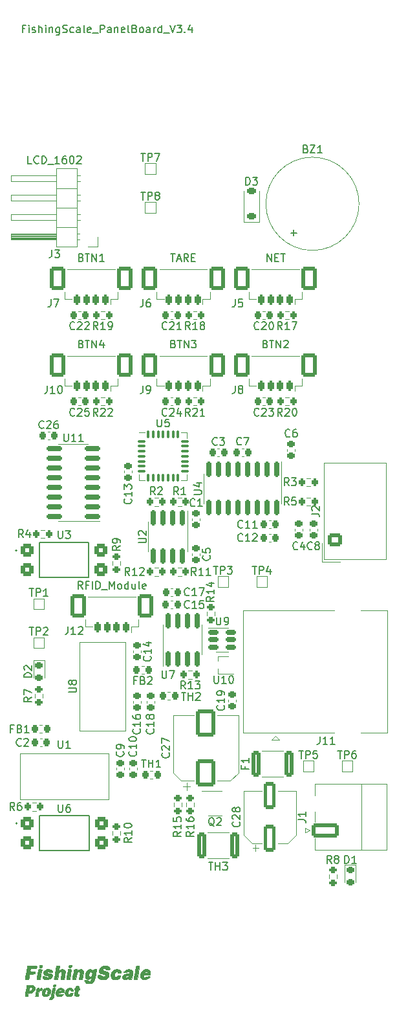
<source format=gbr>
%TF.GenerationSoftware,KiCad,Pcbnew,7.0.10*%
%TF.CreationDate,2024-04-30T16:54:10+09:00*%
%TF.ProjectId,Panel_board,50616e65-6c5f-4626-9f61-72642e6b6963,rev?*%
%TF.SameCoordinates,Original*%
%TF.FileFunction,Legend,Top*%
%TF.FilePolarity,Positive*%
%FSLAX46Y46*%
G04 Gerber Fmt 4.6, Leading zero omitted, Abs format (unit mm)*
G04 Created by KiCad (PCBNEW 7.0.10) date 2024-04-30 16:54:10*
%MOMM*%
%LPD*%
G01*
G04 APERTURE LIST*
G04 Aperture macros list*
%AMRoundRect*
0 Rectangle with rounded corners*
0 $1 Rounding radius*
0 $2 $3 $4 $5 $6 $7 $8 $9 X,Y pos of 4 corners*
0 Add a 4 corners polygon primitive as box body*
4,1,4,$2,$3,$4,$5,$6,$7,$8,$9,$2,$3,0*
0 Add four circle primitives for the rounded corners*
1,1,$1+$1,$2,$3*
1,1,$1+$1,$4,$5*
1,1,$1+$1,$6,$7*
1,1,$1+$1,$8,$9*
0 Add four rect primitives between the rounded corners*
20,1,$1+$1,$2,$3,$4,$5,0*
20,1,$1+$1,$4,$5,$6,$7,0*
20,1,$1+$1,$6,$7,$8,$9,0*
20,1,$1+$1,$8,$9,$2,$3,0*%
G04 Aperture macros list end*
%ADD10C,0.150000*%
%ADD11C,0.010000*%
%ADD12C,0.120000*%
%ADD13C,0.127000*%
%ADD14C,0.200000*%
%ADD15R,1.000000X1.000000*%
%ADD16RoundRect,0.200000X0.200000X0.275000X-0.200000X0.275000X-0.200000X-0.275000X0.200000X-0.275000X0*%
%ADD17RoundRect,0.200000X-0.275000X0.200000X-0.275000X-0.200000X0.275000X-0.200000X0.275000X0.200000X0*%
%ADD18RoundRect,0.250000X0.675000X-0.600000X0.675000X0.600000X-0.675000X0.600000X-0.675000X-0.600000X0*%
%ADD19O,1.850000X1.700000*%
%ADD20RoundRect,0.225000X-0.250000X0.225000X-0.250000X-0.225000X0.250000X-0.225000X0.250000X0.225000X0*%
%ADD21C,3.200000*%
%ADD22RoundRect,0.225000X0.225000X0.250000X-0.225000X0.250000X-0.225000X-0.250000X0.225000X-0.250000X0*%
%ADD23C,1.400000*%
%ADD24RoundRect,0.150000X-0.150000X0.850000X-0.150000X-0.850000X0.150000X-0.850000X0.150000X0.850000X0*%
%ADD25RoundRect,0.250000X1.550000X-0.650000X1.550000X0.650000X-1.550000X0.650000X-1.550000X-0.650000X0*%
%ADD26O,3.600000X1.800000*%
%ADD27RoundRect,0.225000X0.250000X-0.225000X0.250000X0.225000X-0.250000X0.225000X-0.250000X-0.225000X0*%
%ADD28C,3.250000*%
%ADD29R,1.500000X1.500000*%
%ADD30C,1.500000*%
%ADD31C,3.000000*%
%ADD32RoundRect,0.290520X-0.516480X-0.546480X0.516480X-0.546480X0.516480X0.546480X-0.516480X0.546480X0*%
%ADD33RoundRect,0.200000X0.275000X-0.200000X0.275000X0.200000X-0.275000X0.200000X-0.275000X-0.200000X0*%
%ADD34RoundRect,0.200000X-0.200000X-0.275000X0.200000X-0.275000X0.200000X0.275000X-0.200000X0.275000X0*%
%ADD35RoundRect,0.250000X0.550000X-1.500000X0.550000X1.500000X-0.550000X1.500000X-0.550000X-1.500000X0*%
%ADD36RoundRect,0.200000X0.200000X0.450000X-0.200000X0.450000X-0.200000X-0.450000X0.200000X-0.450000X0*%
%ADD37RoundRect,0.250001X0.799999X1.249999X-0.799999X1.249999X-0.799999X-1.249999X0.799999X-1.249999X0*%
%ADD38RoundRect,0.218750X0.218750X0.256250X-0.218750X0.256250X-0.218750X-0.256250X0.218750X-0.256250X0*%
%ADD39RoundRect,0.225000X-0.225000X-0.250000X0.225000X-0.250000X0.225000X0.250000X-0.225000X0.250000X0*%
%ADD40R,1.000000X0.700000*%
%ADD41RoundRect,0.218750X-0.256250X0.218750X-0.256250X-0.218750X0.256250X-0.218750X0.256250X0.218750X0*%
%ADD42R,2.000000X2.000000*%
%ADD43C,2.000000*%
%ADD44RoundRect,0.150000X0.150000X-0.825000X0.150000X0.825000X-0.150000X0.825000X-0.150000X-0.825000X0*%
%ADD45RoundRect,0.218750X-0.218750X-0.256250X0.218750X-0.256250X0.218750X0.256250X-0.218750X0.256250X0*%
%ADD46R,1.700000X1.700000*%
%ADD47O,1.700000X1.700000*%
%ADD48RoundRect,0.225000X0.375000X-0.225000X0.375000X0.225000X-0.375000X0.225000X-0.375000X-0.225000X0*%
%ADD49RoundRect,0.150000X-0.150000X0.825000X-0.150000X-0.825000X0.150000X-0.825000X0.150000X0.825000X0*%
%ADD50RoundRect,0.150000X-0.512500X-0.150000X0.512500X-0.150000X0.512500X0.150000X-0.512500X0.150000X0*%
%ADD51R,0.700000X0.450000*%
%ADD52RoundRect,0.250000X-0.312500X-1.450000X0.312500X-1.450000X0.312500X1.450000X-0.312500X1.450000X0*%
%ADD53RoundRect,0.250000X1.000000X-1.500000X1.000000X1.500000X-1.000000X1.500000X-1.000000X-1.500000X0*%
%ADD54RoundRect,0.075000X-0.437500X-0.075000X0.437500X-0.075000X0.437500X0.075000X-0.437500X0.075000X0*%
%ADD55RoundRect,0.075000X-0.075000X-0.437500X0.075000X-0.437500X0.075000X0.437500X-0.075000X0.437500X0*%
%ADD56R,4.250000X4.250000*%
%ADD57RoundRect,0.250000X0.312500X1.450000X-0.312500X1.450000X-0.312500X-1.450000X0.312500X-1.450000X0*%
%ADD58RoundRect,0.150000X0.825000X0.150000X-0.825000X0.150000X-0.825000X-0.150000X0.825000X-0.150000X0*%
G04 APERTURE END LIST*
D10*
X-24829887Y1153990D02*
X-25163220Y1153990D01*
X-25163220Y630180D02*
X-25163220Y1630180D01*
X-25163220Y1630180D02*
X-24687030Y1630180D01*
X-24306077Y630180D02*
X-24306077Y1296847D01*
X-24306077Y1630180D02*
X-24353696Y1582561D01*
X-24353696Y1582561D02*
X-24306077Y1534942D01*
X-24306077Y1534942D02*
X-24258458Y1582561D01*
X-24258458Y1582561D02*
X-24306077Y1630180D01*
X-24306077Y1630180D02*
X-24306077Y1534942D01*
X-23877506Y677800D02*
X-23782268Y630180D01*
X-23782268Y630180D02*
X-23591792Y630180D01*
X-23591792Y630180D02*
X-23496554Y677800D01*
X-23496554Y677800D02*
X-23448935Y773038D01*
X-23448935Y773038D02*
X-23448935Y820657D01*
X-23448935Y820657D02*
X-23496554Y915895D01*
X-23496554Y915895D02*
X-23591792Y963514D01*
X-23591792Y963514D02*
X-23734649Y963514D01*
X-23734649Y963514D02*
X-23829887Y1011133D01*
X-23829887Y1011133D02*
X-23877506Y1106371D01*
X-23877506Y1106371D02*
X-23877506Y1153990D01*
X-23877506Y1153990D02*
X-23829887Y1249228D01*
X-23829887Y1249228D02*
X-23734649Y1296847D01*
X-23734649Y1296847D02*
X-23591792Y1296847D01*
X-23591792Y1296847D02*
X-23496554Y1249228D01*
X-23020363Y630180D02*
X-23020363Y1630180D01*
X-22591792Y630180D02*
X-22591792Y1153990D01*
X-22591792Y1153990D02*
X-22639411Y1249228D01*
X-22639411Y1249228D02*
X-22734649Y1296847D01*
X-22734649Y1296847D02*
X-22877506Y1296847D01*
X-22877506Y1296847D02*
X-22972744Y1249228D01*
X-22972744Y1249228D02*
X-23020363Y1201609D01*
X-22115601Y630180D02*
X-22115601Y1296847D01*
X-22115601Y1630180D02*
X-22163220Y1582561D01*
X-22163220Y1582561D02*
X-22115601Y1534942D01*
X-22115601Y1534942D02*
X-22067982Y1582561D01*
X-22067982Y1582561D02*
X-22115601Y1630180D01*
X-22115601Y1630180D02*
X-22115601Y1534942D01*
X-21639411Y1296847D02*
X-21639411Y630180D01*
X-21639411Y1201609D02*
X-21591792Y1249228D01*
X-21591792Y1249228D02*
X-21496554Y1296847D01*
X-21496554Y1296847D02*
X-21353697Y1296847D01*
X-21353697Y1296847D02*
X-21258459Y1249228D01*
X-21258459Y1249228D02*
X-21210840Y1153990D01*
X-21210840Y1153990D02*
X-21210840Y630180D01*
X-20306078Y1296847D02*
X-20306078Y487323D01*
X-20306078Y487323D02*
X-20353697Y392085D01*
X-20353697Y392085D02*
X-20401316Y344466D01*
X-20401316Y344466D02*
X-20496554Y296847D01*
X-20496554Y296847D02*
X-20639411Y296847D01*
X-20639411Y296847D02*
X-20734649Y344466D01*
X-20306078Y677800D02*
X-20401316Y630180D01*
X-20401316Y630180D02*
X-20591792Y630180D01*
X-20591792Y630180D02*
X-20687030Y677800D01*
X-20687030Y677800D02*
X-20734649Y725419D01*
X-20734649Y725419D02*
X-20782268Y820657D01*
X-20782268Y820657D02*
X-20782268Y1106371D01*
X-20782268Y1106371D02*
X-20734649Y1201609D01*
X-20734649Y1201609D02*
X-20687030Y1249228D01*
X-20687030Y1249228D02*
X-20591792Y1296847D01*
X-20591792Y1296847D02*
X-20401316Y1296847D01*
X-20401316Y1296847D02*
X-20306078Y1249228D01*
X-19877506Y677800D02*
X-19734649Y630180D01*
X-19734649Y630180D02*
X-19496554Y630180D01*
X-19496554Y630180D02*
X-19401316Y677800D01*
X-19401316Y677800D02*
X-19353697Y725419D01*
X-19353697Y725419D02*
X-19306078Y820657D01*
X-19306078Y820657D02*
X-19306078Y915895D01*
X-19306078Y915895D02*
X-19353697Y1011133D01*
X-19353697Y1011133D02*
X-19401316Y1058752D01*
X-19401316Y1058752D02*
X-19496554Y1106371D01*
X-19496554Y1106371D02*
X-19687030Y1153990D01*
X-19687030Y1153990D02*
X-19782268Y1201609D01*
X-19782268Y1201609D02*
X-19829887Y1249228D01*
X-19829887Y1249228D02*
X-19877506Y1344466D01*
X-19877506Y1344466D02*
X-19877506Y1439704D01*
X-19877506Y1439704D02*
X-19829887Y1534942D01*
X-19829887Y1534942D02*
X-19782268Y1582561D01*
X-19782268Y1582561D02*
X-19687030Y1630180D01*
X-19687030Y1630180D02*
X-19448935Y1630180D01*
X-19448935Y1630180D02*
X-19306078Y1582561D01*
X-18448935Y677800D02*
X-18544173Y630180D01*
X-18544173Y630180D02*
X-18734649Y630180D01*
X-18734649Y630180D02*
X-18829887Y677800D01*
X-18829887Y677800D02*
X-18877506Y725419D01*
X-18877506Y725419D02*
X-18925125Y820657D01*
X-18925125Y820657D02*
X-18925125Y1106371D01*
X-18925125Y1106371D02*
X-18877506Y1201609D01*
X-18877506Y1201609D02*
X-18829887Y1249228D01*
X-18829887Y1249228D02*
X-18734649Y1296847D01*
X-18734649Y1296847D02*
X-18544173Y1296847D01*
X-18544173Y1296847D02*
X-18448935Y1249228D01*
X-17591792Y630180D02*
X-17591792Y1153990D01*
X-17591792Y1153990D02*
X-17639411Y1249228D01*
X-17639411Y1249228D02*
X-17734649Y1296847D01*
X-17734649Y1296847D02*
X-17925125Y1296847D01*
X-17925125Y1296847D02*
X-18020363Y1249228D01*
X-17591792Y677800D02*
X-17687030Y630180D01*
X-17687030Y630180D02*
X-17925125Y630180D01*
X-17925125Y630180D02*
X-18020363Y677800D01*
X-18020363Y677800D02*
X-18067982Y773038D01*
X-18067982Y773038D02*
X-18067982Y868276D01*
X-18067982Y868276D02*
X-18020363Y963514D01*
X-18020363Y963514D02*
X-17925125Y1011133D01*
X-17925125Y1011133D02*
X-17687030Y1011133D01*
X-17687030Y1011133D02*
X-17591792Y1058752D01*
X-16972744Y630180D02*
X-17067982Y677800D01*
X-17067982Y677800D02*
X-17115601Y773038D01*
X-17115601Y773038D02*
X-17115601Y1630180D01*
X-16210839Y677800D02*
X-16306077Y630180D01*
X-16306077Y630180D02*
X-16496553Y630180D01*
X-16496553Y630180D02*
X-16591791Y677800D01*
X-16591791Y677800D02*
X-16639410Y773038D01*
X-16639410Y773038D02*
X-16639410Y1153990D01*
X-16639410Y1153990D02*
X-16591791Y1249228D01*
X-16591791Y1249228D02*
X-16496553Y1296847D01*
X-16496553Y1296847D02*
X-16306077Y1296847D01*
X-16306077Y1296847D02*
X-16210839Y1249228D01*
X-16210839Y1249228D02*
X-16163220Y1153990D01*
X-16163220Y1153990D02*
X-16163220Y1058752D01*
X-16163220Y1058752D02*
X-16639410Y963514D01*
X-15972744Y534942D02*
X-15210839Y534942D01*
X-14972743Y630180D02*
X-14972743Y1630180D01*
X-14972743Y1630180D02*
X-14591791Y1630180D01*
X-14591791Y1630180D02*
X-14496553Y1582561D01*
X-14496553Y1582561D02*
X-14448934Y1534942D01*
X-14448934Y1534942D02*
X-14401315Y1439704D01*
X-14401315Y1439704D02*
X-14401315Y1296847D01*
X-14401315Y1296847D02*
X-14448934Y1201609D01*
X-14448934Y1201609D02*
X-14496553Y1153990D01*
X-14496553Y1153990D02*
X-14591791Y1106371D01*
X-14591791Y1106371D02*
X-14972743Y1106371D01*
X-13544172Y630180D02*
X-13544172Y1153990D01*
X-13544172Y1153990D02*
X-13591791Y1249228D01*
X-13591791Y1249228D02*
X-13687029Y1296847D01*
X-13687029Y1296847D02*
X-13877505Y1296847D01*
X-13877505Y1296847D02*
X-13972743Y1249228D01*
X-13544172Y677800D02*
X-13639410Y630180D01*
X-13639410Y630180D02*
X-13877505Y630180D01*
X-13877505Y630180D02*
X-13972743Y677800D01*
X-13972743Y677800D02*
X-14020362Y773038D01*
X-14020362Y773038D02*
X-14020362Y868276D01*
X-14020362Y868276D02*
X-13972743Y963514D01*
X-13972743Y963514D02*
X-13877505Y1011133D01*
X-13877505Y1011133D02*
X-13639410Y1011133D01*
X-13639410Y1011133D02*
X-13544172Y1058752D01*
X-13067981Y1296847D02*
X-13067981Y630180D01*
X-13067981Y1201609D02*
X-13020362Y1249228D01*
X-13020362Y1249228D02*
X-12925124Y1296847D01*
X-12925124Y1296847D02*
X-12782267Y1296847D01*
X-12782267Y1296847D02*
X-12687029Y1249228D01*
X-12687029Y1249228D02*
X-12639410Y1153990D01*
X-12639410Y1153990D02*
X-12639410Y630180D01*
X-11782267Y677800D02*
X-11877505Y630180D01*
X-11877505Y630180D02*
X-12067981Y630180D01*
X-12067981Y630180D02*
X-12163219Y677800D01*
X-12163219Y677800D02*
X-12210838Y773038D01*
X-12210838Y773038D02*
X-12210838Y1153990D01*
X-12210838Y1153990D02*
X-12163219Y1249228D01*
X-12163219Y1249228D02*
X-12067981Y1296847D01*
X-12067981Y1296847D02*
X-11877505Y1296847D01*
X-11877505Y1296847D02*
X-11782267Y1249228D01*
X-11782267Y1249228D02*
X-11734648Y1153990D01*
X-11734648Y1153990D02*
X-11734648Y1058752D01*
X-11734648Y1058752D02*
X-12210838Y963514D01*
X-11163219Y630180D02*
X-11258457Y677800D01*
X-11258457Y677800D02*
X-11306076Y773038D01*
X-11306076Y773038D02*
X-11306076Y1630180D01*
X-10448933Y1153990D02*
X-10306076Y1106371D01*
X-10306076Y1106371D02*
X-10258457Y1058752D01*
X-10258457Y1058752D02*
X-10210838Y963514D01*
X-10210838Y963514D02*
X-10210838Y820657D01*
X-10210838Y820657D02*
X-10258457Y725419D01*
X-10258457Y725419D02*
X-10306076Y677800D01*
X-10306076Y677800D02*
X-10401314Y630180D01*
X-10401314Y630180D02*
X-10782266Y630180D01*
X-10782266Y630180D02*
X-10782266Y1630180D01*
X-10782266Y1630180D02*
X-10448933Y1630180D01*
X-10448933Y1630180D02*
X-10353695Y1582561D01*
X-10353695Y1582561D02*
X-10306076Y1534942D01*
X-10306076Y1534942D02*
X-10258457Y1439704D01*
X-10258457Y1439704D02*
X-10258457Y1344466D01*
X-10258457Y1344466D02*
X-10306076Y1249228D01*
X-10306076Y1249228D02*
X-10353695Y1201609D01*
X-10353695Y1201609D02*
X-10448933Y1153990D01*
X-10448933Y1153990D02*
X-10782266Y1153990D01*
X-9639409Y630180D02*
X-9734647Y677800D01*
X-9734647Y677800D02*
X-9782266Y725419D01*
X-9782266Y725419D02*
X-9829885Y820657D01*
X-9829885Y820657D02*
X-9829885Y1106371D01*
X-9829885Y1106371D02*
X-9782266Y1201609D01*
X-9782266Y1201609D02*
X-9734647Y1249228D01*
X-9734647Y1249228D02*
X-9639409Y1296847D01*
X-9639409Y1296847D02*
X-9496552Y1296847D01*
X-9496552Y1296847D02*
X-9401314Y1249228D01*
X-9401314Y1249228D02*
X-9353695Y1201609D01*
X-9353695Y1201609D02*
X-9306076Y1106371D01*
X-9306076Y1106371D02*
X-9306076Y820657D01*
X-9306076Y820657D02*
X-9353695Y725419D01*
X-9353695Y725419D02*
X-9401314Y677800D01*
X-9401314Y677800D02*
X-9496552Y630180D01*
X-9496552Y630180D02*
X-9639409Y630180D01*
X-8448933Y630180D02*
X-8448933Y1153990D01*
X-8448933Y1153990D02*
X-8496552Y1249228D01*
X-8496552Y1249228D02*
X-8591790Y1296847D01*
X-8591790Y1296847D02*
X-8782266Y1296847D01*
X-8782266Y1296847D02*
X-8877504Y1249228D01*
X-8448933Y677800D02*
X-8544171Y630180D01*
X-8544171Y630180D02*
X-8782266Y630180D01*
X-8782266Y630180D02*
X-8877504Y677800D01*
X-8877504Y677800D02*
X-8925123Y773038D01*
X-8925123Y773038D02*
X-8925123Y868276D01*
X-8925123Y868276D02*
X-8877504Y963514D01*
X-8877504Y963514D02*
X-8782266Y1011133D01*
X-8782266Y1011133D02*
X-8544171Y1011133D01*
X-8544171Y1011133D02*
X-8448933Y1058752D01*
X-7972742Y630180D02*
X-7972742Y1296847D01*
X-7972742Y1106371D02*
X-7925123Y1201609D01*
X-7925123Y1201609D02*
X-7877504Y1249228D01*
X-7877504Y1249228D02*
X-7782266Y1296847D01*
X-7782266Y1296847D02*
X-7687028Y1296847D01*
X-6925123Y630180D02*
X-6925123Y1630180D01*
X-6925123Y677800D02*
X-7020361Y630180D01*
X-7020361Y630180D02*
X-7210837Y630180D01*
X-7210837Y630180D02*
X-7306075Y677800D01*
X-7306075Y677800D02*
X-7353694Y725419D01*
X-7353694Y725419D02*
X-7401313Y820657D01*
X-7401313Y820657D02*
X-7401313Y1106371D01*
X-7401313Y1106371D02*
X-7353694Y1201609D01*
X-7353694Y1201609D02*
X-7306075Y1249228D01*
X-7306075Y1249228D02*
X-7210837Y1296847D01*
X-7210837Y1296847D02*
X-7020361Y1296847D01*
X-7020361Y1296847D02*
X-6925123Y1249228D01*
X-6687028Y534942D02*
X-5925123Y534942D01*
X-5829884Y1630180D02*
X-5496551Y630180D01*
X-5496551Y630180D02*
X-5163218Y1630180D01*
X-4925122Y1630180D02*
X-4306075Y1630180D01*
X-4306075Y1630180D02*
X-4639408Y1249228D01*
X-4639408Y1249228D02*
X-4496551Y1249228D01*
X-4496551Y1249228D02*
X-4401313Y1201609D01*
X-4401313Y1201609D02*
X-4353694Y1153990D01*
X-4353694Y1153990D02*
X-4306075Y1058752D01*
X-4306075Y1058752D02*
X-4306075Y820657D01*
X-4306075Y820657D02*
X-4353694Y725419D01*
X-4353694Y725419D02*
X-4401313Y677800D01*
X-4401313Y677800D02*
X-4496551Y630180D01*
X-4496551Y630180D02*
X-4782265Y630180D01*
X-4782265Y630180D02*
X-4877503Y677800D01*
X-4877503Y677800D02*
X-4925122Y725419D01*
X-3877503Y725419D02*
X-3829884Y677800D01*
X-3829884Y677800D02*
X-3877503Y630180D01*
X-3877503Y630180D02*
X-3925122Y677800D01*
X-3925122Y677800D02*
X-3877503Y725419D01*
X-3877503Y725419D02*
X-3877503Y630180D01*
X-2972742Y1296847D02*
X-2972742Y630180D01*
X-3210837Y1677800D02*
X-3448932Y963514D01*
X-3448932Y963514D02*
X-2829885Y963514D01*
X-9643904Y-20231819D02*
X-9072476Y-20231819D01*
X-9358190Y-21231819D02*
X-9358190Y-20231819D01*
X-8739142Y-21231819D02*
X-8739142Y-20231819D01*
X-8739142Y-20231819D02*
X-8358190Y-20231819D01*
X-8358190Y-20231819D02*
X-8262952Y-20279438D01*
X-8262952Y-20279438D02*
X-8215333Y-20327057D01*
X-8215333Y-20327057D02*
X-8167714Y-20422295D01*
X-8167714Y-20422295D02*
X-8167714Y-20565152D01*
X-8167714Y-20565152D02*
X-8215333Y-20660390D01*
X-8215333Y-20660390D02*
X-8262952Y-20708009D01*
X-8262952Y-20708009D02*
X-8358190Y-20755628D01*
X-8358190Y-20755628D02*
X-8739142Y-20755628D01*
X-7596285Y-20660390D02*
X-7691523Y-20612771D01*
X-7691523Y-20612771D02*
X-7739142Y-20565152D01*
X-7739142Y-20565152D02*
X-7786761Y-20469914D01*
X-7786761Y-20469914D02*
X-7786761Y-20422295D01*
X-7786761Y-20422295D02*
X-7739142Y-20327057D01*
X-7739142Y-20327057D02*
X-7691523Y-20279438D01*
X-7691523Y-20279438D02*
X-7596285Y-20231819D01*
X-7596285Y-20231819D02*
X-7405809Y-20231819D01*
X-7405809Y-20231819D02*
X-7310571Y-20279438D01*
X-7310571Y-20279438D02*
X-7262952Y-20327057D01*
X-7262952Y-20327057D02*
X-7215333Y-20422295D01*
X-7215333Y-20422295D02*
X-7215333Y-20469914D01*
X-7215333Y-20469914D02*
X-7262952Y-20565152D01*
X-7262952Y-20565152D02*
X-7310571Y-20612771D01*
X-7310571Y-20612771D02*
X-7405809Y-20660390D01*
X-7405809Y-20660390D02*
X-7596285Y-20660390D01*
X-7596285Y-20660390D02*
X-7691523Y-20708009D01*
X-7691523Y-20708009D02*
X-7739142Y-20755628D01*
X-7739142Y-20755628D02*
X-7786761Y-20850866D01*
X-7786761Y-20850866D02*
X-7786761Y-21041342D01*
X-7786761Y-21041342D02*
X-7739142Y-21136580D01*
X-7739142Y-21136580D02*
X-7691523Y-21184200D01*
X-7691523Y-21184200D02*
X-7596285Y-21231819D01*
X-7596285Y-21231819D02*
X-7405809Y-21231819D01*
X-7405809Y-21231819D02*
X-7310571Y-21184200D01*
X-7310571Y-21184200D02*
X-7262952Y-21136580D01*
X-7262952Y-21136580D02*
X-7215333Y-21041342D01*
X-7215333Y-21041342D02*
X-7215333Y-20850866D01*
X-7215333Y-20850866D02*
X-7262952Y-20755628D01*
X-7262952Y-20755628D02*
X-7310571Y-20708009D01*
X-7310571Y-20708009D02*
X-7405809Y-20660390D01*
X-3817857Y-85208819D02*
X-4151190Y-84732628D01*
X-4389285Y-85208819D02*
X-4389285Y-84208819D01*
X-4389285Y-84208819D02*
X-4008333Y-84208819D01*
X-4008333Y-84208819D02*
X-3913095Y-84256438D01*
X-3913095Y-84256438D02*
X-3865476Y-84304057D01*
X-3865476Y-84304057D02*
X-3817857Y-84399295D01*
X-3817857Y-84399295D02*
X-3817857Y-84542152D01*
X-3817857Y-84542152D02*
X-3865476Y-84637390D01*
X-3865476Y-84637390D02*
X-3913095Y-84685009D01*
X-3913095Y-84685009D02*
X-4008333Y-84732628D01*
X-4008333Y-84732628D02*
X-4389285Y-84732628D01*
X-2865476Y-85208819D02*
X-3436904Y-85208819D01*
X-3151190Y-85208819D02*
X-3151190Y-84208819D01*
X-3151190Y-84208819D02*
X-3246428Y-84351676D01*
X-3246428Y-84351676D02*
X-3341666Y-84446914D01*
X-3341666Y-84446914D02*
X-3436904Y-84494533D01*
X-2532142Y-84208819D02*
X-1913095Y-84208819D01*
X-1913095Y-84208819D02*
X-2246428Y-84589771D01*
X-2246428Y-84589771D02*
X-2103571Y-84589771D01*
X-2103571Y-84589771D02*
X-2008333Y-84637390D01*
X-2008333Y-84637390D02*
X-1960714Y-84685009D01*
X-1960714Y-84685009D02*
X-1913095Y-84780247D01*
X-1913095Y-84780247D02*
X-1913095Y-85018342D01*
X-1913095Y-85018342D02*
X-1960714Y-85113580D01*
X-1960714Y-85113580D02*
X-2008333Y-85161200D01*
X-2008333Y-85161200D02*
X-2103571Y-85208819D01*
X-2103571Y-85208819D02*
X-2389285Y-85208819D01*
X-2389285Y-85208819D02*
X-2484523Y-85161200D01*
X-2484523Y-85161200D02*
X-2532142Y-85113580D01*
X-12372180Y-66505666D02*
X-12848371Y-66838999D01*
X-12372180Y-67077094D02*
X-13372180Y-67077094D01*
X-13372180Y-67077094D02*
X-13372180Y-66696142D01*
X-13372180Y-66696142D02*
X-13324561Y-66600904D01*
X-13324561Y-66600904D02*
X-13276942Y-66553285D01*
X-13276942Y-66553285D02*
X-13181704Y-66505666D01*
X-13181704Y-66505666D02*
X-13038847Y-66505666D01*
X-13038847Y-66505666D02*
X-12943609Y-66553285D01*
X-12943609Y-66553285D02*
X-12895990Y-66600904D01*
X-12895990Y-66600904D02*
X-12848371Y-66696142D01*
X-12848371Y-66696142D02*
X-12848371Y-67077094D01*
X-12372180Y-66029475D02*
X-12372180Y-65838999D01*
X-12372180Y-65838999D02*
X-12419800Y-65743761D01*
X-12419800Y-65743761D02*
X-12467419Y-65696142D01*
X-12467419Y-65696142D02*
X-12610276Y-65600904D01*
X-12610276Y-65600904D02*
X-12800752Y-65553285D01*
X-12800752Y-65553285D02*
X-13181704Y-65553285D01*
X-13181704Y-65553285D02*
X-13276942Y-65600904D01*
X-13276942Y-65600904D02*
X-13324561Y-65648523D01*
X-13324561Y-65648523D02*
X-13372180Y-65743761D01*
X-13372180Y-65743761D02*
X-13372180Y-65934237D01*
X-13372180Y-65934237D02*
X-13324561Y-66029475D01*
X-13324561Y-66029475D02*
X-13276942Y-66077094D01*
X-13276942Y-66077094D02*
X-13181704Y-66124713D01*
X-13181704Y-66124713D02*
X-12943609Y-66124713D01*
X-12943609Y-66124713D02*
X-12848371Y-66077094D01*
X-12848371Y-66077094D02*
X-12800752Y-66029475D01*
X-12800752Y-66029475D02*
X-12753133Y-65934237D01*
X-12753133Y-65934237D02*
X-12753133Y-65743761D01*
X-12753133Y-65743761D02*
X-12800752Y-65648523D01*
X-12800752Y-65648523D02*
X-12848371Y-65600904D01*
X-12848371Y-65600904D02*
X-12943609Y-65553285D01*
X12719819Y-62309333D02*
X13434104Y-62309333D01*
X13434104Y-62309333D02*
X13576961Y-62356952D01*
X13576961Y-62356952D02*
X13672200Y-62452190D01*
X13672200Y-62452190D02*
X13719819Y-62595047D01*
X13719819Y-62595047D02*
X13719819Y-62690285D01*
X12815057Y-61880761D02*
X12767438Y-61833142D01*
X12767438Y-61833142D02*
X12719819Y-61737904D01*
X12719819Y-61737904D02*
X12719819Y-61499809D01*
X12719819Y-61499809D02*
X12767438Y-61404571D01*
X12767438Y-61404571D02*
X12815057Y-61356952D01*
X12815057Y-61356952D02*
X12910295Y-61309333D01*
X12910295Y-61309333D02*
X13005533Y-61309333D01*
X13005533Y-61309333D02*
X13148390Y-61356952D01*
X13148390Y-61356952D02*
X13719819Y-61928380D01*
X13719819Y-61928380D02*
X13719819Y-61309333D01*
X-10943419Y-60377857D02*
X-10895800Y-60425476D01*
X-10895800Y-60425476D02*
X-10848180Y-60568333D01*
X-10848180Y-60568333D02*
X-10848180Y-60663571D01*
X-10848180Y-60663571D02*
X-10895800Y-60806428D01*
X-10895800Y-60806428D02*
X-10991038Y-60901666D01*
X-10991038Y-60901666D02*
X-11086276Y-60949285D01*
X-11086276Y-60949285D02*
X-11276752Y-60996904D01*
X-11276752Y-60996904D02*
X-11419609Y-60996904D01*
X-11419609Y-60996904D02*
X-11610085Y-60949285D01*
X-11610085Y-60949285D02*
X-11705323Y-60901666D01*
X-11705323Y-60901666D02*
X-11800561Y-60806428D01*
X-11800561Y-60806428D02*
X-11848180Y-60663571D01*
X-11848180Y-60663571D02*
X-11848180Y-60568333D01*
X-11848180Y-60568333D02*
X-11800561Y-60425476D01*
X-11800561Y-60425476D02*
X-11752942Y-60377857D01*
X-10848180Y-59425476D02*
X-10848180Y-59996904D01*
X-10848180Y-59711190D02*
X-11848180Y-59711190D01*
X-11848180Y-59711190D02*
X-11705323Y-59806428D01*
X-11705323Y-59806428D02*
X-11610085Y-59901666D01*
X-11610085Y-59901666D02*
X-11562466Y-59996904D01*
X-11848180Y-59092142D02*
X-11848180Y-58473095D01*
X-11848180Y-58473095D02*
X-11467228Y-58806428D01*
X-11467228Y-58806428D02*
X-11467228Y-58663571D01*
X-11467228Y-58663571D02*
X-11419609Y-58568333D01*
X-11419609Y-58568333D02*
X-11371990Y-58520714D01*
X-11371990Y-58520714D02*
X-11276752Y-58473095D01*
X-11276752Y-58473095D02*
X-11038657Y-58473095D01*
X-11038657Y-58473095D02*
X-10943419Y-58520714D01*
X-10943419Y-58520714D02*
X-10895800Y-58568333D01*
X-10895800Y-58568333D02*
X-10848180Y-58663571D01*
X-10848180Y-58663571D02*
X-10848180Y-58949285D01*
X-10848180Y-58949285D02*
X-10895800Y-59044523D01*
X-10895800Y-59044523D02*
X-10943419Y-59092142D01*
X5811142Y-49415580D02*
X5763523Y-49463200D01*
X5763523Y-49463200D02*
X5620666Y-49510819D01*
X5620666Y-49510819D02*
X5525428Y-49510819D01*
X5525428Y-49510819D02*
X5382571Y-49463200D01*
X5382571Y-49463200D02*
X5287333Y-49367961D01*
X5287333Y-49367961D02*
X5239714Y-49272723D01*
X5239714Y-49272723D02*
X5192095Y-49082247D01*
X5192095Y-49082247D02*
X5192095Y-48939390D01*
X5192095Y-48939390D02*
X5239714Y-48748914D01*
X5239714Y-48748914D02*
X5287333Y-48653676D01*
X5287333Y-48653676D02*
X5382571Y-48558438D01*
X5382571Y-48558438D02*
X5525428Y-48510819D01*
X5525428Y-48510819D02*
X5620666Y-48510819D01*
X5620666Y-48510819D02*
X5763523Y-48558438D01*
X5763523Y-48558438D02*
X5811142Y-48606057D01*
X6192095Y-48606057D02*
X6239714Y-48558438D01*
X6239714Y-48558438D02*
X6334952Y-48510819D01*
X6334952Y-48510819D02*
X6573047Y-48510819D01*
X6573047Y-48510819D02*
X6668285Y-48558438D01*
X6668285Y-48558438D02*
X6715904Y-48606057D01*
X6715904Y-48606057D02*
X6763523Y-48701295D01*
X6763523Y-48701295D02*
X6763523Y-48796533D01*
X6763523Y-48796533D02*
X6715904Y-48939390D01*
X6715904Y-48939390D02*
X6144476Y-49510819D01*
X6144476Y-49510819D02*
X6763523Y-49510819D01*
X7096857Y-48510819D02*
X7715904Y-48510819D01*
X7715904Y-48510819D02*
X7382571Y-48891771D01*
X7382571Y-48891771D02*
X7525428Y-48891771D01*
X7525428Y-48891771D02*
X7620666Y-48939390D01*
X7620666Y-48939390D02*
X7668285Y-48987009D01*
X7668285Y-48987009D02*
X7715904Y-49082247D01*
X7715904Y-49082247D02*
X7715904Y-49320342D01*
X7715904Y-49320342D02*
X7668285Y-49415580D01*
X7668285Y-49415580D02*
X7620666Y-49463200D01*
X7620666Y-49463200D02*
X7525428Y-49510819D01*
X7525428Y-49510819D02*
X7239714Y-49510819D01*
X7239714Y-49510819D02*
X7144476Y-49463200D01*
X7144476Y-49463200D02*
X7096857Y-49415580D01*
X-18318857Y-38112580D02*
X-18366476Y-38160200D01*
X-18366476Y-38160200D02*
X-18509333Y-38207819D01*
X-18509333Y-38207819D02*
X-18604571Y-38207819D01*
X-18604571Y-38207819D02*
X-18747428Y-38160200D01*
X-18747428Y-38160200D02*
X-18842666Y-38064961D01*
X-18842666Y-38064961D02*
X-18890285Y-37969723D01*
X-18890285Y-37969723D02*
X-18937904Y-37779247D01*
X-18937904Y-37779247D02*
X-18937904Y-37636390D01*
X-18937904Y-37636390D02*
X-18890285Y-37445914D01*
X-18890285Y-37445914D02*
X-18842666Y-37350676D01*
X-18842666Y-37350676D02*
X-18747428Y-37255438D01*
X-18747428Y-37255438D02*
X-18604571Y-37207819D01*
X-18604571Y-37207819D02*
X-18509333Y-37207819D01*
X-18509333Y-37207819D02*
X-18366476Y-37255438D01*
X-18366476Y-37255438D02*
X-18318857Y-37303057D01*
X-17937904Y-37303057D02*
X-17890285Y-37255438D01*
X-17890285Y-37255438D02*
X-17795047Y-37207819D01*
X-17795047Y-37207819D02*
X-17556952Y-37207819D01*
X-17556952Y-37207819D02*
X-17461714Y-37255438D01*
X-17461714Y-37255438D02*
X-17414095Y-37303057D01*
X-17414095Y-37303057D02*
X-17366476Y-37398295D01*
X-17366476Y-37398295D02*
X-17366476Y-37493533D01*
X-17366476Y-37493533D02*
X-17414095Y-37636390D01*
X-17414095Y-37636390D02*
X-17985523Y-38207819D01*
X-17985523Y-38207819D02*
X-17366476Y-38207819D01*
X-16985523Y-37303057D02*
X-16937904Y-37255438D01*
X-16937904Y-37255438D02*
X-16842666Y-37207819D01*
X-16842666Y-37207819D02*
X-16604571Y-37207819D01*
X-16604571Y-37207819D02*
X-16509333Y-37255438D01*
X-16509333Y-37255438D02*
X-16461714Y-37303057D01*
X-16461714Y-37303057D02*
X-16414095Y-37398295D01*
X-16414095Y-37398295D02*
X-16414095Y-37493533D01*
X-16414095Y-37493533D02*
X-16461714Y-37636390D01*
X-16461714Y-37636390D02*
X-17033142Y-38207819D01*
X-17033142Y-38207819D02*
X-16414095Y-38207819D01*
X-20446904Y-91955819D02*
X-20446904Y-92765342D01*
X-20446904Y-92765342D02*
X-20399285Y-92860580D01*
X-20399285Y-92860580D02*
X-20351666Y-92908200D01*
X-20351666Y-92908200D02*
X-20256428Y-92955819D01*
X-20256428Y-92955819D02*
X-20065952Y-92955819D01*
X-20065952Y-92955819D02*
X-19970714Y-92908200D01*
X-19970714Y-92908200D02*
X-19923095Y-92860580D01*
X-19923095Y-92860580D02*
X-19875476Y-92765342D01*
X-19875476Y-92765342D02*
X-19875476Y-91955819D01*
X-18875476Y-92955819D02*
X-19446904Y-92955819D01*
X-19161190Y-92955819D02*
X-19161190Y-91955819D01*
X-19161190Y-91955819D02*
X-19256428Y-92098676D01*
X-19256428Y-92098676D02*
X-19351666Y-92193914D01*
X-19351666Y-92193914D02*
X-19446904Y-92241533D01*
X-10848180Y-104700857D02*
X-11324371Y-105034190D01*
X-10848180Y-105272285D02*
X-11848180Y-105272285D01*
X-11848180Y-105272285D02*
X-11848180Y-104891333D01*
X-11848180Y-104891333D02*
X-11800561Y-104796095D01*
X-11800561Y-104796095D02*
X-11752942Y-104748476D01*
X-11752942Y-104748476D02*
X-11657704Y-104700857D01*
X-11657704Y-104700857D02*
X-11514847Y-104700857D01*
X-11514847Y-104700857D02*
X-11419609Y-104748476D01*
X-11419609Y-104748476D02*
X-11371990Y-104796095D01*
X-11371990Y-104796095D02*
X-11324371Y-104891333D01*
X-11324371Y-104891333D02*
X-11324371Y-105272285D01*
X-10848180Y-103748476D02*
X-10848180Y-104319904D01*
X-10848180Y-104034190D02*
X-11848180Y-104034190D01*
X-11848180Y-104034190D02*
X-11705323Y-104129428D01*
X-11705323Y-104129428D02*
X-11610085Y-104224666D01*
X-11610085Y-104224666D02*
X-11562466Y-104319904D01*
X-11848180Y-103129428D02*
X-11848180Y-103034190D01*
X-11848180Y-103034190D02*
X-11800561Y-102938952D01*
X-11800561Y-102938952D02*
X-11752942Y-102891333D01*
X-11752942Y-102891333D02*
X-11657704Y-102843714D01*
X-11657704Y-102843714D02*
X-11467228Y-102796095D01*
X-11467228Y-102796095D02*
X-11229133Y-102796095D01*
X-11229133Y-102796095D02*
X-11038657Y-102843714D01*
X-11038657Y-102843714D02*
X-10943419Y-102891333D01*
X-10943419Y-102891333D02*
X-10895800Y-102938952D01*
X-10895800Y-102938952D02*
X-10848180Y-103034190D01*
X-10848180Y-103034190D02*
X-10848180Y-103129428D01*
X-10848180Y-103129428D02*
X-10895800Y-103224666D01*
X-10895800Y-103224666D02*
X-10943419Y-103272285D01*
X-10943419Y-103272285D02*
X-11038657Y-103319904D01*
X-11038657Y-103319904D02*
X-11229133Y-103367523D01*
X-11229133Y-103367523D02*
X-11467228Y-103367523D01*
X-11467228Y-103367523D02*
X-11657704Y-103319904D01*
X-11657704Y-103319904D02*
X-11752942Y-103272285D01*
X-11752942Y-103272285D02*
X-11800561Y-103224666D01*
X-11800561Y-103224666D02*
X-11848180Y-103129428D01*
X-2704180Y-59774904D02*
X-1894657Y-59774904D01*
X-1894657Y-59774904D02*
X-1799419Y-59727285D01*
X-1799419Y-59727285D02*
X-1751800Y-59679666D01*
X-1751800Y-59679666D02*
X-1704180Y-59584428D01*
X-1704180Y-59584428D02*
X-1704180Y-59393952D01*
X-1704180Y-59393952D02*
X-1751800Y-59298714D01*
X-1751800Y-59298714D02*
X-1799419Y-59251095D01*
X-1799419Y-59251095D02*
X-1894657Y-59203476D01*
X-1894657Y-59203476D02*
X-2704180Y-59203476D01*
X-2370847Y-58298714D02*
X-1704180Y-58298714D01*
X-2751800Y-58536809D02*
X-2037514Y-58774904D01*
X-2037514Y-58774904D02*
X-2037514Y-58155857D01*
X10921319Y-102304333D02*
X11635604Y-102304333D01*
X11635604Y-102304333D02*
X11778461Y-102351952D01*
X11778461Y-102351952D02*
X11873700Y-102447190D01*
X11873700Y-102447190D02*
X11921319Y-102590047D01*
X11921319Y-102590047D02*
X11921319Y-102685285D01*
X11921319Y-101304333D02*
X11921319Y-101875761D01*
X11921319Y-101590047D02*
X10921319Y-101590047D01*
X10921319Y-101590047D02*
X11064176Y-101685285D01*
X11064176Y-101685285D02*
X11159414Y-101780523D01*
X11159414Y-101780523D02*
X11207033Y-101875761D01*
X1215580Y-87383857D02*
X1263200Y-87431476D01*
X1263200Y-87431476D02*
X1310819Y-87574333D01*
X1310819Y-87574333D02*
X1310819Y-87669571D01*
X1310819Y-87669571D02*
X1263200Y-87812428D01*
X1263200Y-87812428D02*
X1167961Y-87907666D01*
X1167961Y-87907666D02*
X1072723Y-87955285D01*
X1072723Y-87955285D02*
X882247Y-88002904D01*
X882247Y-88002904D02*
X739390Y-88002904D01*
X739390Y-88002904D02*
X548914Y-87955285D01*
X548914Y-87955285D02*
X453676Y-87907666D01*
X453676Y-87907666D02*
X358438Y-87812428D01*
X358438Y-87812428D02*
X310819Y-87669571D01*
X310819Y-87669571D02*
X310819Y-87574333D01*
X310819Y-87574333D02*
X358438Y-87431476D01*
X358438Y-87431476D02*
X406057Y-87383857D01*
X1310819Y-86431476D02*
X1310819Y-87002904D01*
X1310819Y-86717190D02*
X310819Y-86717190D01*
X310819Y-86717190D02*
X453676Y-86812428D01*
X453676Y-86812428D02*
X548914Y-86907666D01*
X548914Y-86907666D02*
X596533Y-87002904D01*
X1310819Y-85955285D02*
X1310819Y-85764809D01*
X1310819Y-85764809D02*
X1263200Y-85669571D01*
X1263200Y-85669571D02*
X1215580Y-85621952D01*
X1215580Y-85621952D02*
X1072723Y-85526714D01*
X1072723Y-85526714D02*
X882247Y-85479095D01*
X882247Y-85479095D02*
X501295Y-85479095D01*
X501295Y-85479095D02*
X406057Y-85526714D01*
X406057Y-85526714D02*
X358438Y-85574333D01*
X358438Y-85574333D02*
X310819Y-85669571D01*
X310819Y-85669571D02*
X310819Y-85860047D01*
X310819Y-85860047D02*
X358438Y-85955285D01*
X358438Y-85955285D02*
X406057Y-86002904D01*
X406057Y-86002904D02*
X501295Y-86050523D01*
X501295Y-86050523D02*
X739390Y-86050523D01*
X739390Y-86050523D02*
X834628Y-86002904D01*
X834628Y-86002904D02*
X882247Y-85955285D01*
X882247Y-85955285D02*
X929866Y-85860047D01*
X929866Y-85860047D02*
X929866Y-85669571D01*
X929866Y-85669571D02*
X882247Y-85574333D01*
X882247Y-85574333D02*
X834628Y-85526714D01*
X834628Y-85526714D02*
X739390Y-85479095D01*
X13795476Y-91447819D02*
X13795476Y-92162104D01*
X13795476Y-92162104D02*
X13747857Y-92304961D01*
X13747857Y-92304961D02*
X13652619Y-92400200D01*
X13652619Y-92400200D02*
X13509762Y-92447819D01*
X13509762Y-92447819D02*
X13414524Y-92447819D01*
X14795476Y-92447819D02*
X14224048Y-92447819D01*
X14509762Y-92447819D02*
X14509762Y-91447819D01*
X14509762Y-91447819D02*
X14414524Y-91590676D01*
X14414524Y-91590676D02*
X14319286Y-91685914D01*
X14319286Y-91685914D02*
X14224048Y-91733533D01*
X15747857Y-92447819D02*
X15176429Y-92447819D01*
X15462143Y-92447819D02*
X15462143Y-91447819D01*
X15462143Y-91447819D02*
X15366905Y-91590676D01*
X15366905Y-91590676D02*
X15271667Y-91685914D01*
X15271667Y-91685914D02*
X15176429Y-91733533D01*
X-11959419Y-93429666D02*
X-11911800Y-93477285D01*
X-11911800Y-93477285D02*
X-11864180Y-93620142D01*
X-11864180Y-93620142D02*
X-11864180Y-93715380D01*
X-11864180Y-93715380D02*
X-11911800Y-93858237D01*
X-11911800Y-93858237D02*
X-12007038Y-93953475D01*
X-12007038Y-93953475D02*
X-12102276Y-94001094D01*
X-12102276Y-94001094D02*
X-12292752Y-94048713D01*
X-12292752Y-94048713D02*
X-12435609Y-94048713D01*
X-12435609Y-94048713D02*
X-12626085Y-94001094D01*
X-12626085Y-94001094D02*
X-12721323Y-93953475D01*
X-12721323Y-93953475D02*
X-12816561Y-93858237D01*
X-12816561Y-93858237D02*
X-12864180Y-93715380D01*
X-12864180Y-93715380D02*
X-12864180Y-93620142D01*
X-12864180Y-93620142D02*
X-12816561Y-93477285D01*
X-12816561Y-93477285D02*
X-12768942Y-93429666D01*
X-11864180Y-92953475D02*
X-11864180Y-92762999D01*
X-11864180Y-92762999D02*
X-11911800Y-92667761D01*
X-11911800Y-92667761D02*
X-11959419Y-92620142D01*
X-11959419Y-92620142D02*
X-12102276Y-92524904D01*
X-12102276Y-92524904D02*
X-12292752Y-92477285D01*
X-12292752Y-92477285D02*
X-12673704Y-92477285D01*
X-12673704Y-92477285D02*
X-12768942Y-92524904D01*
X-12768942Y-92524904D02*
X-12816561Y-92572523D01*
X-12816561Y-92572523D02*
X-12864180Y-92667761D01*
X-12864180Y-92667761D02*
X-12864180Y-92858237D01*
X-12864180Y-92858237D02*
X-12816561Y-92953475D01*
X-12816561Y-92953475D02*
X-12768942Y-93001094D01*
X-12768942Y-93001094D02*
X-12673704Y-93048713D01*
X-12673704Y-93048713D02*
X-12435609Y-93048713D01*
X-12435609Y-93048713D02*
X-12340371Y-93001094D01*
X-12340371Y-93001094D02*
X-12292752Y-92953475D01*
X-12292752Y-92953475D02*
X-12245133Y-92858237D01*
X-12245133Y-92858237D02*
X-12245133Y-92667761D01*
X-12245133Y-92667761D02*
X-12292752Y-92572523D01*
X-12292752Y-92572523D02*
X-12340371Y-92524904D01*
X-12340371Y-92524904D02*
X-12435609Y-92477285D01*
X-20446904Y-100337819D02*
X-20446904Y-101147342D01*
X-20446904Y-101147342D02*
X-20399285Y-101242580D01*
X-20399285Y-101242580D02*
X-20351666Y-101290200D01*
X-20351666Y-101290200D02*
X-20256428Y-101337819D01*
X-20256428Y-101337819D02*
X-20065952Y-101337819D01*
X-20065952Y-101337819D02*
X-19970714Y-101290200D01*
X-19970714Y-101290200D02*
X-19923095Y-101242580D01*
X-19923095Y-101242580D02*
X-19875476Y-101147342D01*
X-19875476Y-101147342D02*
X-19875476Y-100337819D01*
X-18970714Y-100337819D02*
X-19161190Y-100337819D01*
X-19161190Y-100337819D02*
X-19256428Y-100385438D01*
X-19256428Y-100385438D02*
X-19304047Y-100433057D01*
X-19304047Y-100433057D02*
X-19399285Y-100575914D01*
X-19399285Y-100575914D02*
X-19446904Y-100766390D01*
X-19446904Y-100766390D02*
X-19446904Y-101147342D01*
X-19446904Y-101147342D02*
X-19399285Y-101242580D01*
X-19399285Y-101242580D02*
X-19351666Y-101290200D01*
X-19351666Y-101290200D02*
X-19256428Y-101337819D01*
X-19256428Y-101337819D02*
X-19065952Y-101337819D01*
X-19065952Y-101337819D02*
X-18970714Y-101290200D01*
X-18970714Y-101290200D02*
X-18923095Y-101242580D01*
X-18923095Y-101242580D02*
X-18875476Y-101147342D01*
X-18875476Y-101147342D02*
X-18875476Y-100909247D01*
X-18875476Y-100909247D02*
X-18923095Y-100814009D01*
X-18923095Y-100814009D02*
X-18970714Y-100766390D01*
X-18970714Y-100766390D02*
X-19065952Y-100718771D01*
X-19065952Y-100718771D02*
X-19256428Y-100718771D01*
X-19256428Y-100718771D02*
X-19351666Y-100766390D01*
X-19351666Y-100766390D02*
X-19399285Y-100814009D01*
X-19399285Y-100814009D02*
X-19446904Y-100909247D01*
X16137095Y-93301819D02*
X16708523Y-93301819D01*
X16422809Y-94301819D02*
X16422809Y-93301819D01*
X17041857Y-94301819D02*
X17041857Y-93301819D01*
X17041857Y-93301819D02*
X17422809Y-93301819D01*
X17422809Y-93301819D02*
X17518047Y-93349438D01*
X17518047Y-93349438D02*
X17565666Y-93397057D01*
X17565666Y-93397057D02*
X17613285Y-93492295D01*
X17613285Y-93492295D02*
X17613285Y-93635152D01*
X17613285Y-93635152D02*
X17565666Y-93730390D01*
X17565666Y-93730390D02*
X17518047Y-93778009D01*
X17518047Y-93778009D02*
X17422809Y-93825628D01*
X17422809Y-93825628D02*
X17041857Y-93825628D01*
X18470428Y-93301819D02*
X18279952Y-93301819D01*
X18279952Y-93301819D02*
X18184714Y-93349438D01*
X18184714Y-93349438D02*
X18137095Y-93397057D01*
X18137095Y-93397057D02*
X18041857Y-93539914D01*
X18041857Y-93539914D02*
X17994238Y-93730390D01*
X17994238Y-93730390D02*
X17994238Y-94111342D01*
X17994238Y-94111342D02*
X18041857Y-94206580D01*
X18041857Y-94206580D02*
X18089476Y-94254200D01*
X18089476Y-94254200D02*
X18184714Y-94301819D01*
X18184714Y-94301819D02*
X18375190Y-94301819D01*
X18375190Y-94301819D02*
X18470428Y-94254200D01*
X18470428Y-94254200D02*
X18518047Y-94206580D01*
X18518047Y-94206580D02*
X18565666Y-94111342D01*
X18565666Y-94111342D02*
X18565666Y-93873247D01*
X18565666Y-93873247D02*
X18518047Y-93778009D01*
X18518047Y-93778009D02*
X18470428Y-93730390D01*
X18470428Y-93730390D02*
X18375190Y-93682771D01*
X18375190Y-93682771D02*
X18184714Y-93682771D01*
X18184714Y-93682771D02*
X18089476Y-93730390D01*
X18089476Y-93730390D02*
X18041857Y-93778009D01*
X18041857Y-93778009D02*
X17994238Y-93873247D01*
X-2720180Y-103893857D02*
X-3196371Y-104227190D01*
X-2720180Y-104465285D02*
X-3720180Y-104465285D01*
X-3720180Y-104465285D02*
X-3720180Y-104084333D01*
X-3720180Y-104084333D02*
X-3672561Y-103989095D01*
X-3672561Y-103989095D02*
X-3624942Y-103941476D01*
X-3624942Y-103941476D02*
X-3529704Y-103893857D01*
X-3529704Y-103893857D02*
X-3386847Y-103893857D01*
X-3386847Y-103893857D02*
X-3291609Y-103941476D01*
X-3291609Y-103941476D02*
X-3243990Y-103989095D01*
X-3243990Y-103989095D02*
X-3196371Y-104084333D01*
X-3196371Y-104084333D02*
X-3196371Y-104465285D01*
X-2720180Y-102941476D02*
X-2720180Y-103512904D01*
X-2720180Y-103227190D02*
X-3720180Y-103227190D01*
X-3720180Y-103227190D02*
X-3577323Y-103322428D01*
X-3577323Y-103322428D02*
X-3482085Y-103417666D01*
X-3482085Y-103417666D02*
X-3434466Y-103512904D01*
X-3720180Y-102084333D02*
X-3720180Y-102274809D01*
X-3720180Y-102274809D02*
X-3672561Y-102370047D01*
X-3672561Y-102370047D02*
X-3624942Y-102417666D01*
X-3624942Y-102417666D02*
X-3482085Y-102512904D01*
X-3482085Y-102512904D02*
X-3291609Y-102560523D01*
X-3291609Y-102560523D02*
X-2910657Y-102560523D01*
X-2910657Y-102560523D02*
X-2815419Y-102512904D01*
X-2815419Y-102512904D02*
X-2767800Y-102465285D01*
X-2767800Y-102465285D02*
X-2720180Y-102370047D01*
X-2720180Y-102370047D02*
X-2720180Y-102179571D01*
X-2720180Y-102179571D02*
X-2767800Y-102084333D01*
X-2767800Y-102084333D02*
X-2815419Y-102036714D01*
X-2815419Y-102036714D02*
X-2910657Y-101989095D01*
X-2910657Y-101989095D02*
X-3148752Y-101989095D01*
X-3148752Y-101989095D02*
X-3243990Y-102036714D01*
X-3243990Y-102036714D02*
X-3291609Y-102084333D01*
X-3291609Y-102084333D02*
X-3339228Y-102179571D01*
X-3339228Y-102179571D02*
X-3339228Y-102370047D01*
X-3339228Y-102370047D02*
X-3291609Y-102465285D01*
X-3291609Y-102465285D02*
X-3243990Y-102512904D01*
X-3243990Y-102512904D02*
X-3148752Y-102560523D01*
X8859142Y-38207819D02*
X8525809Y-37731628D01*
X8287714Y-38207819D02*
X8287714Y-37207819D01*
X8287714Y-37207819D02*
X8668666Y-37207819D01*
X8668666Y-37207819D02*
X8763904Y-37255438D01*
X8763904Y-37255438D02*
X8811523Y-37303057D01*
X8811523Y-37303057D02*
X8859142Y-37398295D01*
X8859142Y-37398295D02*
X8859142Y-37541152D01*
X8859142Y-37541152D02*
X8811523Y-37636390D01*
X8811523Y-37636390D02*
X8763904Y-37684009D01*
X8763904Y-37684009D02*
X8668666Y-37731628D01*
X8668666Y-37731628D02*
X8287714Y-37731628D01*
X9811523Y-38207819D02*
X9240095Y-38207819D01*
X9525809Y-38207819D02*
X9525809Y-37207819D01*
X9525809Y-37207819D02*
X9430571Y-37350676D01*
X9430571Y-37350676D02*
X9335333Y-37445914D01*
X9335333Y-37445914D02*
X9240095Y-37493533D01*
X10144857Y-37207819D02*
X10811523Y-37207819D01*
X10811523Y-37207819D02*
X10382952Y-38207819D01*
X9866333Y-52175580D02*
X9818714Y-52223200D01*
X9818714Y-52223200D02*
X9675857Y-52270819D01*
X9675857Y-52270819D02*
X9580619Y-52270819D01*
X9580619Y-52270819D02*
X9437762Y-52223200D01*
X9437762Y-52223200D02*
X9342524Y-52127961D01*
X9342524Y-52127961D02*
X9294905Y-52032723D01*
X9294905Y-52032723D02*
X9247286Y-51842247D01*
X9247286Y-51842247D02*
X9247286Y-51699390D01*
X9247286Y-51699390D02*
X9294905Y-51508914D01*
X9294905Y-51508914D02*
X9342524Y-51413676D01*
X9342524Y-51413676D02*
X9437762Y-51318438D01*
X9437762Y-51318438D02*
X9580619Y-51270819D01*
X9580619Y-51270819D02*
X9675857Y-51270819D01*
X9675857Y-51270819D02*
X9818714Y-51318438D01*
X9818714Y-51318438D02*
X9866333Y-51366057D01*
X10723476Y-51270819D02*
X10533000Y-51270819D01*
X10533000Y-51270819D02*
X10437762Y-51318438D01*
X10437762Y-51318438D02*
X10390143Y-51366057D01*
X10390143Y-51366057D02*
X10294905Y-51508914D01*
X10294905Y-51508914D02*
X10247286Y-51699390D01*
X10247286Y-51699390D02*
X10247286Y-52080342D01*
X10247286Y-52080342D02*
X10294905Y-52175580D01*
X10294905Y-52175580D02*
X10342524Y-52223200D01*
X10342524Y-52223200D02*
X10437762Y-52270819D01*
X10437762Y-52270819D02*
X10628238Y-52270819D01*
X10628238Y-52270819D02*
X10723476Y-52223200D01*
X10723476Y-52223200D02*
X10771095Y-52175580D01*
X10771095Y-52175580D02*
X10818714Y-52080342D01*
X10818714Y-52080342D02*
X10818714Y-51842247D01*
X10818714Y-51842247D02*
X10771095Y-51747009D01*
X10771095Y-51747009D02*
X10723476Y-51699390D01*
X10723476Y-51699390D02*
X10628238Y-51651771D01*
X10628238Y-51651771D02*
X10437762Y-51651771D01*
X10437762Y-51651771D02*
X10342524Y-51699390D01*
X10342524Y-51699390D02*
X10294905Y-51747009D01*
X10294905Y-51747009D02*
X10247286Y-51842247D01*
X-24248904Y-72092819D02*
X-23677476Y-72092819D01*
X-23963190Y-73092819D02*
X-23963190Y-72092819D01*
X-23344142Y-73092819D02*
X-23344142Y-72092819D01*
X-23344142Y-72092819D02*
X-22963190Y-72092819D01*
X-22963190Y-72092819D02*
X-22867952Y-72140438D01*
X-22867952Y-72140438D02*
X-22820333Y-72188057D01*
X-22820333Y-72188057D02*
X-22772714Y-72283295D01*
X-22772714Y-72283295D02*
X-22772714Y-72426152D01*
X-22772714Y-72426152D02*
X-22820333Y-72521390D01*
X-22820333Y-72521390D02*
X-22867952Y-72569009D01*
X-22867952Y-72569009D02*
X-22963190Y-72616628D01*
X-22963190Y-72616628D02*
X-23344142Y-72616628D01*
X-21820333Y-73092819D02*
X-22391761Y-73092819D01*
X-22106047Y-73092819D02*
X-22106047Y-72092819D01*
X-22106047Y-72092819D02*
X-22201285Y-72235676D01*
X-22201285Y-72235676D02*
X-22296523Y-72330914D01*
X-22296523Y-72330914D02*
X-22391761Y-72378533D01*
X-2420857Y-70349819D02*
X-2754190Y-69873628D01*
X-2992285Y-70349819D02*
X-2992285Y-69349819D01*
X-2992285Y-69349819D02*
X-2611333Y-69349819D01*
X-2611333Y-69349819D02*
X-2516095Y-69397438D01*
X-2516095Y-69397438D02*
X-2468476Y-69445057D01*
X-2468476Y-69445057D02*
X-2420857Y-69540295D01*
X-2420857Y-69540295D02*
X-2420857Y-69683152D01*
X-2420857Y-69683152D02*
X-2468476Y-69778390D01*
X-2468476Y-69778390D02*
X-2516095Y-69826009D01*
X-2516095Y-69826009D02*
X-2611333Y-69873628D01*
X-2611333Y-69873628D02*
X-2992285Y-69873628D01*
X-1468476Y-70349819D02*
X-2039904Y-70349819D01*
X-1754190Y-70349819D02*
X-1754190Y-69349819D01*
X-1754190Y-69349819D02*
X-1849428Y-69492676D01*
X-1849428Y-69492676D02*
X-1944666Y-69587914D01*
X-1944666Y-69587914D02*
X-2039904Y-69635533D01*
X-516095Y-70349819D02*
X-1087523Y-70349819D01*
X-801809Y-70349819D02*
X-801809Y-69349819D01*
X-801809Y-69349819D02*
X-897047Y-69492676D01*
X-897047Y-69492676D02*
X-992285Y-69587914D01*
X-992285Y-69587914D02*
X-1087523Y-69635533D01*
X-15270857Y-38207819D02*
X-15604190Y-37731628D01*
X-15842285Y-38207819D02*
X-15842285Y-37207819D01*
X-15842285Y-37207819D02*
X-15461333Y-37207819D01*
X-15461333Y-37207819D02*
X-15366095Y-37255438D01*
X-15366095Y-37255438D02*
X-15318476Y-37303057D01*
X-15318476Y-37303057D02*
X-15270857Y-37398295D01*
X-15270857Y-37398295D02*
X-15270857Y-37541152D01*
X-15270857Y-37541152D02*
X-15318476Y-37636390D01*
X-15318476Y-37636390D02*
X-15366095Y-37684009D01*
X-15366095Y-37684009D02*
X-15461333Y-37731628D01*
X-15461333Y-37731628D02*
X-15842285Y-37731628D01*
X-14318476Y-38207819D02*
X-14889904Y-38207819D01*
X-14604190Y-38207819D02*
X-14604190Y-37207819D01*
X-14604190Y-37207819D02*
X-14699428Y-37350676D01*
X-14699428Y-37350676D02*
X-14794666Y-37445914D01*
X-14794666Y-37445914D02*
X-14889904Y-37493533D01*
X-13842285Y-38207819D02*
X-13651809Y-38207819D01*
X-13651809Y-38207819D02*
X-13556571Y-38160200D01*
X-13556571Y-38160200D02*
X-13508952Y-38112580D01*
X-13508952Y-38112580D02*
X-13413714Y-37969723D01*
X-13413714Y-37969723D02*
X-13366095Y-37779247D01*
X-13366095Y-37779247D02*
X-13366095Y-37398295D01*
X-13366095Y-37398295D02*
X-13413714Y-37303057D01*
X-13413714Y-37303057D02*
X-13461333Y-37255438D01*
X-13461333Y-37255438D02*
X-13556571Y-37207819D01*
X-13556571Y-37207819D02*
X-13747047Y-37207819D01*
X-13747047Y-37207819D02*
X-13842285Y-37255438D01*
X-13842285Y-37255438D02*
X-13889904Y-37303057D01*
X-13889904Y-37303057D02*
X-13937523Y-37398295D01*
X-13937523Y-37398295D02*
X-13937523Y-37636390D01*
X-13937523Y-37636390D02*
X-13889904Y-37731628D01*
X-13889904Y-37731628D02*
X-13842285Y-37779247D01*
X-13842285Y-37779247D02*
X-13747047Y-37826866D01*
X-13747047Y-37826866D02*
X-13556571Y-37826866D01*
X-13556571Y-37826866D02*
X-13461333Y-37779247D01*
X-13461333Y-37779247D02*
X-13413714Y-37731628D01*
X-13413714Y-37731628D02*
X-13366095Y-37636390D01*
X9739333Y-61160819D02*
X9406000Y-60684628D01*
X9167905Y-61160819D02*
X9167905Y-60160819D01*
X9167905Y-60160819D02*
X9548857Y-60160819D01*
X9548857Y-60160819D02*
X9644095Y-60208438D01*
X9644095Y-60208438D02*
X9691714Y-60256057D01*
X9691714Y-60256057D02*
X9739333Y-60351295D01*
X9739333Y-60351295D02*
X9739333Y-60494152D01*
X9739333Y-60494152D02*
X9691714Y-60589390D01*
X9691714Y-60589390D02*
X9644095Y-60637009D01*
X9644095Y-60637009D02*
X9548857Y-60684628D01*
X9548857Y-60684628D02*
X9167905Y-60684628D01*
X10644095Y-60160819D02*
X10167905Y-60160819D01*
X10167905Y-60160819D02*
X10120286Y-60637009D01*
X10120286Y-60637009D02*
X10167905Y-60589390D01*
X10167905Y-60589390D02*
X10263143Y-60541771D01*
X10263143Y-60541771D02*
X10501238Y-60541771D01*
X10501238Y-60541771D02*
X10596476Y-60589390D01*
X10596476Y-60589390D02*
X10644095Y-60637009D01*
X10644095Y-60637009D02*
X10691714Y-60732247D01*
X10691714Y-60732247D02*
X10691714Y-60970342D01*
X10691714Y-60970342D02*
X10644095Y-61065580D01*
X10644095Y-61065580D02*
X10596476Y-61113200D01*
X10596476Y-61113200D02*
X10501238Y-61160819D01*
X10501238Y-61160819D02*
X10263143Y-61160819D01*
X10263143Y-61160819D02*
X10167905Y-61113200D01*
X10167905Y-61113200D02*
X10120286Y-61065580D01*
X3248580Y-102623857D02*
X3296200Y-102671476D01*
X3296200Y-102671476D02*
X3343819Y-102814333D01*
X3343819Y-102814333D02*
X3343819Y-102909571D01*
X3343819Y-102909571D02*
X3296200Y-103052428D01*
X3296200Y-103052428D02*
X3200961Y-103147666D01*
X3200961Y-103147666D02*
X3105723Y-103195285D01*
X3105723Y-103195285D02*
X2915247Y-103242904D01*
X2915247Y-103242904D02*
X2772390Y-103242904D01*
X2772390Y-103242904D02*
X2581914Y-103195285D01*
X2581914Y-103195285D02*
X2486676Y-103147666D01*
X2486676Y-103147666D02*
X2391438Y-103052428D01*
X2391438Y-103052428D02*
X2343819Y-102909571D01*
X2343819Y-102909571D02*
X2343819Y-102814333D01*
X2343819Y-102814333D02*
X2391438Y-102671476D01*
X2391438Y-102671476D02*
X2439057Y-102623857D01*
X2439057Y-102242904D02*
X2391438Y-102195285D01*
X2391438Y-102195285D02*
X2343819Y-102100047D01*
X2343819Y-102100047D02*
X2343819Y-101861952D01*
X2343819Y-101861952D02*
X2391438Y-101766714D01*
X2391438Y-101766714D02*
X2439057Y-101719095D01*
X2439057Y-101719095D02*
X2534295Y-101671476D01*
X2534295Y-101671476D02*
X2629533Y-101671476D01*
X2629533Y-101671476D02*
X2772390Y-101719095D01*
X2772390Y-101719095D02*
X3343819Y-102290523D01*
X3343819Y-102290523D02*
X3343819Y-101671476D01*
X2772390Y-101100047D02*
X2724771Y-101195285D01*
X2724771Y-101195285D02*
X2677152Y-101242904D01*
X2677152Y-101242904D02*
X2581914Y-101290523D01*
X2581914Y-101290523D02*
X2534295Y-101290523D01*
X2534295Y-101290523D02*
X2439057Y-101242904D01*
X2439057Y-101242904D02*
X2391438Y-101195285D01*
X2391438Y-101195285D02*
X2343819Y-101100047D01*
X2343819Y-101100047D02*
X2343819Y-100909571D01*
X2343819Y-100909571D02*
X2391438Y-100814333D01*
X2391438Y-100814333D02*
X2439057Y-100766714D01*
X2439057Y-100766714D02*
X2534295Y-100719095D01*
X2534295Y-100719095D02*
X2581914Y-100719095D01*
X2581914Y-100719095D02*
X2677152Y-100766714D01*
X2677152Y-100766714D02*
X2724771Y-100814333D01*
X2724771Y-100814333D02*
X2772390Y-100909571D01*
X2772390Y-100909571D02*
X2772390Y-101100047D01*
X2772390Y-101100047D02*
X2820009Y-101195285D01*
X2820009Y-101195285D02*
X2867628Y-101242904D01*
X2867628Y-101242904D02*
X2962866Y-101290523D01*
X2962866Y-101290523D02*
X3153342Y-101290523D01*
X3153342Y-101290523D02*
X3248580Y-101242904D01*
X3248580Y-101242904D02*
X3296200Y-101195285D01*
X3296200Y-101195285D02*
X3343819Y-101100047D01*
X3343819Y-101100047D02*
X3343819Y-100909571D01*
X3343819Y-100909571D02*
X3296200Y-100814333D01*
X3296200Y-100814333D02*
X3248580Y-100766714D01*
X3248580Y-100766714D02*
X3153342Y-100719095D01*
X3153342Y-100719095D02*
X2962866Y-100719095D01*
X2962866Y-100719095D02*
X2867628Y-100766714D01*
X2867628Y-100766714D02*
X2820009Y-100814333D01*
X2820009Y-100814333D02*
X2772390Y-100909571D01*
X341333Y-53236580D02*
X293714Y-53284200D01*
X293714Y-53284200D02*
X150857Y-53331819D01*
X150857Y-53331819D02*
X55619Y-53331819D01*
X55619Y-53331819D02*
X-87237Y-53284200D01*
X-87237Y-53284200D02*
X-182475Y-53188961D01*
X-182475Y-53188961D02*
X-230094Y-53093723D01*
X-230094Y-53093723D02*
X-277713Y-52903247D01*
X-277713Y-52903247D02*
X-277713Y-52760390D01*
X-277713Y-52760390D02*
X-230094Y-52569914D01*
X-230094Y-52569914D02*
X-182475Y-52474676D01*
X-182475Y-52474676D02*
X-87237Y-52379438D01*
X-87237Y-52379438D02*
X55619Y-52331819D01*
X55619Y-52331819D02*
X150857Y-52331819D01*
X150857Y-52331819D02*
X293714Y-52379438D01*
X293714Y-52379438D02*
X341333Y-52427057D01*
X674667Y-52331819D02*
X1293714Y-52331819D01*
X1293714Y-52331819D02*
X960381Y-52712771D01*
X960381Y-52712771D02*
X1103238Y-52712771D01*
X1103238Y-52712771D02*
X1198476Y-52760390D01*
X1198476Y-52760390D02*
X1246095Y-52808009D01*
X1246095Y-52808009D02*
X1293714Y-52903247D01*
X1293714Y-52903247D02*
X1293714Y-53141342D01*
X1293714Y-53141342D02*
X1246095Y-53236580D01*
X1246095Y-53236580D02*
X1198476Y-53284200D01*
X1198476Y-53284200D02*
X1103238Y-53331819D01*
X1103238Y-53331819D02*
X817524Y-53331819D01*
X817524Y-53331819D02*
X722286Y-53284200D01*
X722286Y-53284200D02*
X674667Y-53236580D01*
X-18318857Y-49415580D02*
X-18366476Y-49463200D01*
X-18366476Y-49463200D02*
X-18509333Y-49510819D01*
X-18509333Y-49510819D02*
X-18604571Y-49510819D01*
X-18604571Y-49510819D02*
X-18747428Y-49463200D01*
X-18747428Y-49463200D02*
X-18842666Y-49367961D01*
X-18842666Y-49367961D02*
X-18890285Y-49272723D01*
X-18890285Y-49272723D02*
X-18937904Y-49082247D01*
X-18937904Y-49082247D02*
X-18937904Y-48939390D01*
X-18937904Y-48939390D02*
X-18890285Y-48748914D01*
X-18890285Y-48748914D02*
X-18842666Y-48653676D01*
X-18842666Y-48653676D02*
X-18747428Y-48558438D01*
X-18747428Y-48558438D02*
X-18604571Y-48510819D01*
X-18604571Y-48510819D02*
X-18509333Y-48510819D01*
X-18509333Y-48510819D02*
X-18366476Y-48558438D01*
X-18366476Y-48558438D02*
X-18318857Y-48606057D01*
X-17937904Y-48606057D02*
X-17890285Y-48558438D01*
X-17890285Y-48558438D02*
X-17795047Y-48510819D01*
X-17795047Y-48510819D02*
X-17556952Y-48510819D01*
X-17556952Y-48510819D02*
X-17461714Y-48558438D01*
X-17461714Y-48558438D02*
X-17414095Y-48606057D01*
X-17414095Y-48606057D02*
X-17366476Y-48701295D01*
X-17366476Y-48701295D02*
X-17366476Y-48796533D01*
X-17366476Y-48796533D02*
X-17414095Y-48939390D01*
X-17414095Y-48939390D02*
X-17985523Y-49510819D01*
X-17985523Y-49510819D02*
X-17366476Y-49510819D01*
X-16461714Y-48510819D02*
X-16937904Y-48510819D01*
X-16937904Y-48510819D02*
X-16985523Y-48987009D01*
X-16985523Y-48987009D02*
X-16937904Y-48939390D01*
X-16937904Y-48939390D02*
X-16842666Y-48891771D01*
X-16842666Y-48891771D02*
X-16604571Y-48891771D01*
X-16604571Y-48891771D02*
X-16509333Y-48939390D01*
X-16509333Y-48939390D02*
X-16461714Y-48987009D01*
X-16461714Y-48987009D02*
X-16414095Y-49082247D01*
X-16414095Y-49082247D02*
X-16414095Y-49320342D01*
X-16414095Y-49320342D02*
X-16461714Y-49415580D01*
X-16461714Y-49415580D02*
X-16509333Y-49463200D01*
X-16509333Y-49463200D02*
X-16604571Y-49510819D01*
X-16604571Y-49510819D02*
X-16842666Y-49510819D01*
X-16842666Y-49510819D02*
X-16937904Y-49463200D01*
X-16937904Y-49463200D02*
X-16985523Y-49415580D01*
X-21425333Y-34253819D02*
X-21425333Y-34968104D01*
X-21425333Y-34968104D02*
X-21472952Y-35110961D01*
X-21472952Y-35110961D02*
X-21568190Y-35206200D01*
X-21568190Y-35206200D02*
X-21711047Y-35253819D01*
X-21711047Y-35253819D02*
X-21806285Y-35253819D01*
X-21044380Y-34253819D02*
X-20377714Y-34253819D01*
X-20377714Y-34253819D02*
X-20806285Y-35253819D01*
X-17458523Y-28772009D02*
X-17315666Y-28819628D01*
X-17315666Y-28819628D02*
X-17268047Y-28867247D01*
X-17268047Y-28867247D02*
X-17220428Y-28962485D01*
X-17220428Y-28962485D02*
X-17220428Y-29105342D01*
X-17220428Y-29105342D02*
X-17268047Y-29200580D01*
X-17268047Y-29200580D02*
X-17315666Y-29248200D01*
X-17315666Y-29248200D02*
X-17410904Y-29295819D01*
X-17410904Y-29295819D02*
X-17791856Y-29295819D01*
X-17791856Y-29295819D02*
X-17791856Y-28295819D01*
X-17791856Y-28295819D02*
X-17458523Y-28295819D01*
X-17458523Y-28295819D02*
X-17363285Y-28343438D01*
X-17363285Y-28343438D02*
X-17315666Y-28391057D01*
X-17315666Y-28391057D02*
X-17268047Y-28486295D01*
X-17268047Y-28486295D02*
X-17268047Y-28581533D01*
X-17268047Y-28581533D02*
X-17315666Y-28676771D01*
X-17315666Y-28676771D02*
X-17363285Y-28724390D01*
X-17363285Y-28724390D02*
X-17458523Y-28772009D01*
X-17458523Y-28772009D02*
X-17791856Y-28772009D01*
X-16934713Y-28295819D02*
X-16363285Y-28295819D01*
X-16648999Y-29295819D02*
X-16648999Y-28295819D01*
X-16029951Y-29295819D02*
X-16029951Y-28295819D01*
X-16029951Y-28295819D02*
X-15458523Y-29295819D01*
X-15458523Y-29295819D02*
X-15458523Y-28295819D01*
X-14458523Y-29295819D02*
X-15029951Y-29295819D01*
X-14744237Y-29295819D02*
X-14744237Y-28295819D01*
X-14744237Y-28295819D02*
X-14839475Y-28438676D01*
X-14839475Y-28438676D02*
X-14934713Y-28533914D01*
X-14934713Y-28533914D02*
X-15029951Y-28581533D01*
X-8022419Y-90476857D02*
X-7974800Y-90524476D01*
X-7974800Y-90524476D02*
X-7927180Y-90667333D01*
X-7927180Y-90667333D02*
X-7927180Y-90762571D01*
X-7927180Y-90762571D02*
X-7974800Y-90905428D01*
X-7974800Y-90905428D02*
X-8070038Y-91000666D01*
X-8070038Y-91000666D02*
X-8165276Y-91048285D01*
X-8165276Y-91048285D02*
X-8355752Y-91095904D01*
X-8355752Y-91095904D02*
X-8498609Y-91095904D01*
X-8498609Y-91095904D02*
X-8689085Y-91048285D01*
X-8689085Y-91048285D02*
X-8784323Y-91000666D01*
X-8784323Y-91000666D02*
X-8879561Y-90905428D01*
X-8879561Y-90905428D02*
X-8927180Y-90762571D01*
X-8927180Y-90762571D02*
X-8927180Y-90667333D01*
X-8927180Y-90667333D02*
X-8879561Y-90524476D01*
X-8879561Y-90524476D02*
X-8831942Y-90476857D01*
X-7927180Y-89524476D02*
X-7927180Y-90095904D01*
X-7927180Y-89810190D02*
X-8927180Y-89810190D01*
X-8927180Y-89810190D02*
X-8784323Y-89905428D01*
X-8784323Y-89905428D02*
X-8689085Y-90000666D01*
X-8689085Y-90000666D02*
X-8641466Y-90095904D01*
X-8498609Y-88953047D02*
X-8546228Y-89048285D01*
X-8546228Y-89048285D02*
X-8593847Y-89095904D01*
X-8593847Y-89095904D02*
X-8689085Y-89143523D01*
X-8689085Y-89143523D02*
X-8736704Y-89143523D01*
X-8736704Y-89143523D02*
X-8831942Y-89095904D01*
X-8831942Y-89095904D02*
X-8879561Y-89048285D01*
X-8879561Y-89048285D02*
X-8927180Y-88953047D01*
X-8927180Y-88953047D02*
X-8927180Y-88762571D01*
X-8927180Y-88762571D02*
X-8879561Y-88667333D01*
X-8879561Y-88667333D02*
X-8831942Y-88619714D01*
X-8831942Y-88619714D02*
X-8736704Y-88572095D01*
X-8736704Y-88572095D02*
X-8689085Y-88572095D01*
X-8689085Y-88572095D02*
X-8593847Y-88619714D01*
X-8593847Y-88619714D02*
X-8546228Y-88667333D01*
X-8546228Y-88667333D02*
X-8498609Y-88762571D01*
X-8498609Y-88762571D02*
X-8498609Y-88953047D01*
X-8498609Y-88953047D02*
X-8450990Y-89048285D01*
X-8450990Y-89048285D02*
X-8403371Y-89095904D01*
X-8403371Y-89095904D02*
X-8308133Y-89143523D01*
X-8308133Y-89143523D02*
X-8117657Y-89143523D01*
X-8117657Y-89143523D02*
X-8022419Y-89095904D01*
X-8022419Y-89095904D02*
X-7974800Y-89048285D01*
X-7974800Y-89048285D02*
X-7927180Y-88953047D01*
X-7927180Y-88953047D02*
X-7927180Y-88762571D01*
X-7927180Y-88762571D02*
X-7974800Y-88667333D01*
X-7974800Y-88667333D02*
X-8022419Y-88619714D01*
X-8022419Y-88619714D02*
X-8117657Y-88572095D01*
X-8117657Y-88572095D02*
X-8308133Y-88572095D01*
X-8308133Y-88572095D02*
X-8403371Y-88619714D01*
X-8403371Y-88619714D02*
X-8450990Y-88667333D01*
X-8450990Y-88667333D02*
X-8498609Y-88762571D01*
X-10231333Y-84083009D02*
X-10564666Y-84083009D01*
X-10564666Y-84606819D02*
X-10564666Y-83606819D01*
X-10564666Y-83606819D02*
X-10088476Y-83606819D01*
X-9374190Y-84083009D02*
X-9231333Y-84130628D01*
X-9231333Y-84130628D02*
X-9183714Y-84178247D01*
X-9183714Y-84178247D02*
X-9136095Y-84273485D01*
X-9136095Y-84273485D02*
X-9136095Y-84416342D01*
X-9136095Y-84416342D02*
X-9183714Y-84511580D01*
X-9183714Y-84511580D02*
X-9231333Y-84559200D01*
X-9231333Y-84559200D02*
X-9326571Y-84606819D01*
X-9326571Y-84606819D02*
X-9707523Y-84606819D01*
X-9707523Y-84606819D02*
X-9707523Y-83606819D01*
X-9707523Y-83606819D02*
X-9374190Y-83606819D01*
X-9374190Y-83606819D02*
X-9278952Y-83654438D01*
X-9278952Y-83654438D02*
X-9231333Y-83702057D01*
X-9231333Y-83702057D02*
X-9183714Y-83797295D01*
X-9183714Y-83797295D02*
X-9183714Y-83892533D01*
X-9183714Y-83892533D02*
X-9231333Y-83987771D01*
X-9231333Y-83987771D02*
X-9278952Y-84035390D01*
X-9278952Y-84035390D02*
X-9374190Y-84083009D01*
X-9374190Y-84083009D02*
X-9707523Y-84083009D01*
X-8755142Y-83702057D02*
X-8707523Y-83654438D01*
X-8707523Y-83654438D02*
X-8612285Y-83606819D01*
X-8612285Y-83606819D02*
X-8374190Y-83606819D01*
X-8374190Y-83606819D02*
X-8278952Y-83654438D01*
X-8278952Y-83654438D02*
X-8231333Y-83702057D01*
X-8231333Y-83702057D02*
X-8183714Y-83797295D01*
X-8183714Y-83797295D02*
X-8183714Y-83892533D01*
X-8183714Y-83892533D02*
X-8231333Y-84035390D01*
X-8231333Y-84035390D02*
X-8802761Y-84606819D01*
X-8802761Y-84606819D02*
X-8183714Y-84606819D01*
X-3309857Y-72921580D02*
X-3357476Y-72969200D01*
X-3357476Y-72969200D02*
X-3500333Y-73016819D01*
X-3500333Y-73016819D02*
X-3595571Y-73016819D01*
X-3595571Y-73016819D02*
X-3738428Y-72969200D01*
X-3738428Y-72969200D02*
X-3833666Y-72873961D01*
X-3833666Y-72873961D02*
X-3881285Y-72778723D01*
X-3881285Y-72778723D02*
X-3928904Y-72588247D01*
X-3928904Y-72588247D02*
X-3928904Y-72445390D01*
X-3928904Y-72445390D02*
X-3881285Y-72254914D01*
X-3881285Y-72254914D02*
X-3833666Y-72159676D01*
X-3833666Y-72159676D02*
X-3738428Y-72064438D01*
X-3738428Y-72064438D02*
X-3595571Y-72016819D01*
X-3595571Y-72016819D02*
X-3500333Y-72016819D01*
X-3500333Y-72016819D02*
X-3357476Y-72064438D01*
X-3357476Y-72064438D02*
X-3309857Y-72112057D01*
X-2357476Y-73016819D02*
X-2928904Y-73016819D01*
X-2643190Y-73016819D02*
X-2643190Y-72016819D01*
X-2643190Y-72016819D02*
X-2738428Y-72159676D01*
X-2738428Y-72159676D02*
X-2833666Y-72254914D01*
X-2833666Y-72254914D02*
X-2928904Y-72302533D01*
X-2024142Y-72016819D02*
X-1357476Y-72016819D01*
X-1357476Y-72016819D02*
X-1786047Y-73016819D01*
X-29238Y-103166057D02*
X-124476Y-103118438D01*
X-124476Y-103118438D02*
X-219714Y-103023200D01*
X-219714Y-103023200D02*
X-362571Y-102880342D01*
X-362571Y-102880342D02*
X-457809Y-102832723D01*
X-457809Y-102832723D02*
X-553047Y-102832723D01*
X-505428Y-103070819D02*
X-600666Y-103023200D01*
X-600666Y-103023200D02*
X-695904Y-102927961D01*
X-695904Y-102927961D02*
X-743523Y-102737485D01*
X-743523Y-102737485D02*
X-743523Y-102404152D01*
X-743523Y-102404152D02*
X-695904Y-102213676D01*
X-695904Y-102213676D02*
X-600666Y-102118438D01*
X-600666Y-102118438D02*
X-505428Y-102070819D01*
X-505428Y-102070819D02*
X-314952Y-102070819D01*
X-314952Y-102070819D02*
X-219714Y-102118438D01*
X-219714Y-102118438D02*
X-124476Y-102213676D01*
X-124476Y-102213676D02*
X-76857Y-102404152D01*
X-76857Y-102404152D02*
X-76857Y-102737485D01*
X-76857Y-102737485D02*
X-124476Y-102927961D01*
X-124476Y-102927961D02*
X-219714Y-103023200D01*
X-219714Y-103023200D02*
X-314952Y-103070819D01*
X-314952Y-103070819D02*
X-505428Y-103070819D01*
X304095Y-102166057D02*
X351714Y-102118438D01*
X351714Y-102118438D02*
X446952Y-102070819D01*
X446952Y-102070819D02*
X685047Y-102070819D01*
X685047Y-102070819D02*
X780285Y-102118438D01*
X780285Y-102118438D02*
X827904Y-102166057D01*
X827904Y-102166057D02*
X875523Y-102261295D01*
X875523Y-102261295D02*
X875523Y-102356533D01*
X875523Y-102356533D02*
X827904Y-102499390D01*
X827904Y-102499390D02*
X256476Y-103070819D01*
X256476Y-103070819D02*
X875523Y-103070819D01*
X-23929180Y-83688594D02*
X-24929180Y-83688594D01*
X-24929180Y-83688594D02*
X-24929180Y-83450499D01*
X-24929180Y-83450499D02*
X-24881561Y-83307642D01*
X-24881561Y-83307642D02*
X-24786323Y-83212404D01*
X-24786323Y-83212404D02*
X-24691085Y-83164785D01*
X-24691085Y-83164785D02*
X-24500609Y-83117166D01*
X-24500609Y-83117166D02*
X-24357752Y-83117166D01*
X-24357752Y-83117166D02*
X-24167276Y-83164785D01*
X-24167276Y-83164785D02*
X-24072038Y-83212404D01*
X-24072038Y-83212404D02*
X-23976800Y-83307642D01*
X-23976800Y-83307642D02*
X-23929180Y-83450499D01*
X-23929180Y-83450499D02*
X-23929180Y-83688594D01*
X-24833942Y-82736213D02*
X-24881561Y-82688594D01*
X-24881561Y-82688594D02*
X-24929180Y-82593356D01*
X-24929180Y-82593356D02*
X-24929180Y-82355261D01*
X-24929180Y-82355261D02*
X-24881561Y-82260023D01*
X-24881561Y-82260023D02*
X-24833942Y-82212404D01*
X-24833942Y-82212404D02*
X-24738704Y-82164785D01*
X-24738704Y-82164785D02*
X-24643466Y-82164785D01*
X-24643466Y-82164785D02*
X-24500609Y-82212404D01*
X-24500609Y-82212404D02*
X-23929180Y-82783832D01*
X-23929180Y-82783832D02*
X-23929180Y-82164785D01*
X-23962180Y-86292166D02*
X-24438371Y-86625499D01*
X-23962180Y-86863594D02*
X-24962180Y-86863594D01*
X-24962180Y-86863594D02*
X-24962180Y-86482642D01*
X-24962180Y-86482642D02*
X-24914561Y-86387404D01*
X-24914561Y-86387404D02*
X-24866942Y-86339785D01*
X-24866942Y-86339785D02*
X-24771704Y-86292166D01*
X-24771704Y-86292166D02*
X-24628847Y-86292166D01*
X-24628847Y-86292166D02*
X-24533609Y-86339785D01*
X-24533609Y-86339785D02*
X-24485990Y-86387404D01*
X-24485990Y-86387404D02*
X-24438371Y-86482642D01*
X-24438371Y-86482642D02*
X-24438371Y-86863594D01*
X-24962180Y-85958832D02*
X-24962180Y-85292166D01*
X-24962180Y-85292166D02*
X-23962180Y-85720737D01*
X-6253857Y-38112580D02*
X-6301476Y-38160200D01*
X-6301476Y-38160200D02*
X-6444333Y-38207819D01*
X-6444333Y-38207819D02*
X-6539571Y-38207819D01*
X-6539571Y-38207819D02*
X-6682428Y-38160200D01*
X-6682428Y-38160200D02*
X-6777666Y-38064961D01*
X-6777666Y-38064961D02*
X-6825285Y-37969723D01*
X-6825285Y-37969723D02*
X-6872904Y-37779247D01*
X-6872904Y-37779247D02*
X-6872904Y-37636390D01*
X-6872904Y-37636390D02*
X-6825285Y-37445914D01*
X-6825285Y-37445914D02*
X-6777666Y-37350676D01*
X-6777666Y-37350676D02*
X-6682428Y-37255438D01*
X-6682428Y-37255438D02*
X-6539571Y-37207819D01*
X-6539571Y-37207819D02*
X-6444333Y-37207819D01*
X-6444333Y-37207819D02*
X-6301476Y-37255438D01*
X-6301476Y-37255438D02*
X-6253857Y-37303057D01*
X-5872904Y-37303057D02*
X-5825285Y-37255438D01*
X-5825285Y-37255438D02*
X-5730047Y-37207819D01*
X-5730047Y-37207819D02*
X-5491952Y-37207819D01*
X-5491952Y-37207819D02*
X-5396714Y-37255438D01*
X-5396714Y-37255438D02*
X-5349095Y-37303057D01*
X-5349095Y-37303057D02*
X-5301476Y-37398295D01*
X-5301476Y-37398295D02*
X-5301476Y-37493533D01*
X-5301476Y-37493533D02*
X-5349095Y-37636390D01*
X-5349095Y-37636390D02*
X-5920523Y-38207819D01*
X-5920523Y-38207819D02*
X-5301476Y-38207819D01*
X-4349095Y-38207819D02*
X-4920523Y-38207819D01*
X-4634809Y-38207819D02*
X-4634809Y-37207819D01*
X-4634809Y-37207819D02*
X-4730047Y-37350676D01*
X-4730047Y-37350676D02*
X-4825285Y-37445914D01*
X-4825285Y-37445914D02*
X-4920523Y-37493533D01*
X-8403419Y-80951857D02*
X-8355800Y-80999476D01*
X-8355800Y-80999476D02*
X-8308180Y-81142333D01*
X-8308180Y-81142333D02*
X-8308180Y-81237571D01*
X-8308180Y-81237571D02*
X-8355800Y-81380428D01*
X-8355800Y-81380428D02*
X-8451038Y-81475666D01*
X-8451038Y-81475666D02*
X-8546276Y-81523285D01*
X-8546276Y-81523285D02*
X-8736752Y-81570904D01*
X-8736752Y-81570904D02*
X-8879609Y-81570904D01*
X-8879609Y-81570904D02*
X-9070085Y-81523285D01*
X-9070085Y-81523285D02*
X-9165323Y-81475666D01*
X-9165323Y-81475666D02*
X-9260561Y-81380428D01*
X-9260561Y-81380428D02*
X-9308180Y-81237571D01*
X-9308180Y-81237571D02*
X-9308180Y-81142333D01*
X-9308180Y-81142333D02*
X-9260561Y-80999476D01*
X-9260561Y-80999476D02*
X-9212942Y-80951857D01*
X-8308180Y-79999476D02*
X-8308180Y-80570904D01*
X-8308180Y-80285190D02*
X-9308180Y-80285190D01*
X-9308180Y-80285190D02*
X-9165323Y-80380428D01*
X-9165323Y-80380428D02*
X-9070085Y-80475666D01*
X-9070085Y-80475666D02*
X-9022466Y-80570904D01*
X-8974847Y-79142333D02*
X-8308180Y-79142333D01*
X-9355800Y-79380428D02*
X-8641514Y-79618523D01*
X-8641514Y-79618523D02*
X-8641514Y-78999476D01*
X-4738666Y-59808819D02*
X-5071999Y-59332628D01*
X-5310094Y-59808819D02*
X-5310094Y-58808819D01*
X-5310094Y-58808819D02*
X-4929142Y-58808819D01*
X-4929142Y-58808819D02*
X-4833904Y-58856438D01*
X-4833904Y-58856438D02*
X-4786285Y-58904057D01*
X-4786285Y-58904057D02*
X-4738666Y-58999295D01*
X-4738666Y-58999295D02*
X-4738666Y-59142152D01*
X-4738666Y-59142152D02*
X-4786285Y-59237390D01*
X-4786285Y-59237390D02*
X-4833904Y-59285009D01*
X-4833904Y-59285009D02*
X-4929142Y-59332628D01*
X-4929142Y-59332628D02*
X-5310094Y-59332628D01*
X-3786285Y-59808819D02*
X-4357713Y-59808819D01*
X-4071999Y-59808819D02*
X-4071999Y-58808819D01*
X-4071999Y-58808819D02*
X-4167237Y-58951676D01*
X-4167237Y-58951676D02*
X-4262475Y-59046914D01*
X-4262475Y-59046914D02*
X-4357713Y-59094533D01*
X8859142Y-49510819D02*
X8525809Y-49034628D01*
X8287714Y-49510819D02*
X8287714Y-48510819D01*
X8287714Y-48510819D02*
X8668666Y-48510819D01*
X8668666Y-48510819D02*
X8763904Y-48558438D01*
X8763904Y-48558438D02*
X8811523Y-48606057D01*
X8811523Y-48606057D02*
X8859142Y-48701295D01*
X8859142Y-48701295D02*
X8859142Y-48844152D01*
X8859142Y-48844152D02*
X8811523Y-48939390D01*
X8811523Y-48939390D02*
X8763904Y-48987009D01*
X8763904Y-48987009D02*
X8668666Y-49034628D01*
X8668666Y-49034628D02*
X8287714Y-49034628D01*
X9240095Y-48606057D02*
X9287714Y-48558438D01*
X9287714Y-48558438D02*
X9382952Y-48510819D01*
X9382952Y-48510819D02*
X9621047Y-48510819D01*
X9621047Y-48510819D02*
X9716285Y-48558438D01*
X9716285Y-48558438D02*
X9763904Y-48606057D01*
X9763904Y-48606057D02*
X9811523Y-48701295D01*
X9811523Y-48701295D02*
X9811523Y-48796533D01*
X9811523Y-48796533D02*
X9763904Y-48939390D01*
X9763904Y-48939390D02*
X9192476Y-49510819D01*
X9192476Y-49510819D02*
X9811523Y-49510819D01*
X10430571Y-48510819D02*
X10525809Y-48510819D01*
X10525809Y-48510819D02*
X10621047Y-48558438D01*
X10621047Y-48558438D02*
X10668666Y-48606057D01*
X10668666Y-48606057D02*
X10716285Y-48701295D01*
X10716285Y-48701295D02*
X10763904Y-48891771D01*
X10763904Y-48891771D02*
X10763904Y-49129866D01*
X10763904Y-49129866D02*
X10716285Y-49320342D01*
X10716285Y-49320342D02*
X10668666Y-49415580D01*
X10668666Y-49415580D02*
X10621047Y-49463200D01*
X10621047Y-49463200D02*
X10525809Y-49510819D01*
X10525809Y-49510819D02*
X10430571Y-49510819D01*
X10430571Y-49510819D02*
X10335333Y-49463200D01*
X10335333Y-49463200D02*
X10287714Y-49415580D01*
X10287714Y-49415580D02*
X10240095Y-49320342D01*
X10240095Y-49320342D02*
X10192476Y-49129866D01*
X10192476Y-49129866D02*
X10192476Y-48891771D01*
X10192476Y-48891771D02*
X10240095Y-48701295D01*
X10240095Y-48701295D02*
X10287714Y-48606057D01*
X10287714Y-48606057D02*
X10335333Y-48558438D01*
X10335333Y-48558438D02*
X10430571Y-48510819D01*
X-21901523Y-45556819D02*
X-21901523Y-46271104D01*
X-21901523Y-46271104D02*
X-21949142Y-46413961D01*
X-21949142Y-46413961D02*
X-22044380Y-46509200D01*
X-22044380Y-46509200D02*
X-22187237Y-46556819D01*
X-22187237Y-46556819D02*
X-22282475Y-46556819D01*
X-20901523Y-46556819D02*
X-21472951Y-46556819D01*
X-21187237Y-46556819D02*
X-21187237Y-45556819D01*
X-21187237Y-45556819D02*
X-21282475Y-45699676D01*
X-21282475Y-45699676D02*
X-21377713Y-45794914D01*
X-21377713Y-45794914D02*
X-21472951Y-45842533D01*
X-20282475Y-45556819D02*
X-20187237Y-45556819D01*
X-20187237Y-45556819D02*
X-20091999Y-45604438D01*
X-20091999Y-45604438D02*
X-20044380Y-45652057D01*
X-20044380Y-45652057D02*
X-19996761Y-45747295D01*
X-19996761Y-45747295D02*
X-19949142Y-45937771D01*
X-19949142Y-45937771D02*
X-19949142Y-46175866D01*
X-19949142Y-46175866D02*
X-19996761Y-46366342D01*
X-19996761Y-46366342D02*
X-20044380Y-46461580D01*
X-20044380Y-46461580D02*
X-20091999Y-46509200D01*
X-20091999Y-46509200D02*
X-20187237Y-46556819D01*
X-20187237Y-46556819D02*
X-20282475Y-46556819D01*
X-20282475Y-46556819D02*
X-20377713Y-46509200D01*
X-20377713Y-46509200D02*
X-20425332Y-46461580D01*
X-20425332Y-46461580D02*
X-20472951Y-46366342D01*
X-20472951Y-46366342D02*
X-20520570Y-46175866D01*
X-20520570Y-46175866D02*
X-20520570Y-45937771D01*
X-20520570Y-45937771D02*
X-20472951Y-45747295D01*
X-20472951Y-45747295D02*
X-20425332Y-45652057D01*
X-20425332Y-45652057D02*
X-20377713Y-45604438D01*
X-20377713Y-45604438D02*
X-20282475Y-45556819D01*
X-17458523Y-40075009D02*
X-17315666Y-40122628D01*
X-17315666Y-40122628D02*
X-17268047Y-40170247D01*
X-17268047Y-40170247D02*
X-17220428Y-40265485D01*
X-17220428Y-40265485D02*
X-17220428Y-40408342D01*
X-17220428Y-40408342D02*
X-17268047Y-40503580D01*
X-17268047Y-40503580D02*
X-17315666Y-40551200D01*
X-17315666Y-40551200D02*
X-17410904Y-40598819D01*
X-17410904Y-40598819D02*
X-17791856Y-40598819D01*
X-17791856Y-40598819D02*
X-17791856Y-39598819D01*
X-17791856Y-39598819D02*
X-17458523Y-39598819D01*
X-17458523Y-39598819D02*
X-17363285Y-39646438D01*
X-17363285Y-39646438D02*
X-17315666Y-39694057D01*
X-17315666Y-39694057D02*
X-17268047Y-39789295D01*
X-17268047Y-39789295D02*
X-17268047Y-39884533D01*
X-17268047Y-39884533D02*
X-17315666Y-39979771D01*
X-17315666Y-39979771D02*
X-17363285Y-40027390D01*
X-17363285Y-40027390D02*
X-17458523Y-40075009D01*
X-17458523Y-40075009D02*
X-17791856Y-40075009D01*
X-16934713Y-39598819D02*
X-16363285Y-39598819D01*
X-16648999Y-40598819D02*
X-16648999Y-39598819D01*
X-16029951Y-40598819D02*
X-16029951Y-39598819D01*
X-16029951Y-39598819D02*
X-15458523Y-40598819D01*
X-15458523Y-40598819D02*
X-15458523Y-39598819D01*
X-14553761Y-39932152D02*
X-14553761Y-40598819D01*
X-14791856Y-39551200D02*
X-15029951Y-40265485D01*
X-15029951Y-40265485D02*
X-14410904Y-40265485D01*
X-9643904Y-15151819D02*
X-9072476Y-15151819D01*
X-9358190Y-16151819D02*
X-9358190Y-15151819D01*
X-8739142Y-16151819D02*
X-8739142Y-15151819D01*
X-8739142Y-15151819D02*
X-8358190Y-15151819D01*
X-8358190Y-15151819D02*
X-8262952Y-15199438D01*
X-8262952Y-15199438D02*
X-8215333Y-15247057D01*
X-8215333Y-15247057D02*
X-8167714Y-15342295D01*
X-8167714Y-15342295D02*
X-8167714Y-15485152D01*
X-8167714Y-15485152D02*
X-8215333Y-15580390D01*
X-8215333Y-15580390D02*
X-8262952Y-15628009D01*
X-8262952Y-15628009D02*
X-8358190Y-15675628D01*
X-8358190Y-15675628D02*
X-8739142Y-15675628D01*
X-7834380Y-15151819D02*
X-7167714Y-15151819D01*
X-7167714Y-15151819D02*
X-7596285Y-16151819D01*
X-2579666Y-61237580D02*
X-2627285Y-61285200D01*
X-2627285Y-61285200D02*
X-2770142Y-61332819D01*
X-2770142Y-61332819D02*
X-2865380Y-61332819D01*
X-2865380Y-61332819D02*
X-3008237Y-61285200D01*
X-3008237Y-61285200D02*
X-3103475Y-61189961D01*
X-3103475Y-61189961D02*
X-3151094Y-61094723D01*
X-3151094Y-61094723D02*
X-3198713Y-60904247D01*
X-3198713Y-60904247D02*
X-3198713Y-60761390D01*
X-3198713Y-60761390D02*
X-3151094Y-60570914D01*
X-3151094Y-60570914D02*
X-3103475Y-60475676D01*
X-3103475Y-60475676D02*
X-3008237Y-60380438D01*
X-3008237Y-60380438D02*
X-2865380Y-60332819D01*
X-2865380Y-60332819D02*
X-2770142Y-60332819D01*
X-2770142Y-60332819D02*
X-2627285Y-60380438D01*
X-2627285Y-60380438D02*
X-2579666Y-60428057D01*
X-1627285Y-61332819D02*
X-2198713Y-61332819D01*
X-1912999Y-61332819D02*
X-1912999Y-60332819D01*
X-1912999Y-60332819D02*
X-2008237Y-60475676D01*
X-2008237Y-60475676D02*
X-2103475Y-60570914D01*
X-2103475Y-60570914D02*
X-2198713Y-60618533D01*
X4961095Y-69171819D02*
X5532523Y-69171819D01*
X5246809Y-70171819D02*
X5246809Y-69171819D01*
X5865857Y-70171819D02*
X5865857Y-69171819D01*
X5865857Y-69171819D02*
X6246809Y-69171819D01*
X6246809Y-69171819D02*
X6342047Y-69219438D01*
X6342047Y-69219438D02*
X6389666Y-69267057D01*
X6389666Y-69267057D02*
X6437285Y-69362295D01*
X6437285Y-69362295D02*
X6437285Y-69505152D01*
X6437285Y-69505152D02*
X6389666Y-69600390D01*
X6389666Y-69600390D02*
X6342047Y-69648009D01*
X6342047Y-69648009D02*
X6246809Y-69695628D01*
X6246809Y-69695628D02*
X5865857Y-69695628D01*
X7294428Y-69505152D02*
X7294428Y-70171819D01*
X7056333Y-69124200D02*
X6818238Y-69838485D01*
X6818238Y-69838485D02*
X7437285Y-69838485D01*
X-26360333Y-90400009D02*
X-26693666Y-90400009D01*
X-26693666Y-90923819D02*
X-26693666Y-89923819D01*
X-26693666Y-89923819D02*
X-26217476Y-89923819D01*
X-25503190Y-90400009D02*
X-25360333Y-90447628D01*
X-25360333Y-90447628D02*
X-25312714Y-90495247D01*
X-25312714Y-90495247D02*
X-25265095Y-90590485D01*
X-25265095Y-90590485D02*
X-25265095Y-90733342D01*
X-25265095Y-90733342D02*
X-25312714Y-90828580D01*
X-25312714Y-90828580D02*
X-25360333Y-90876200D01*
X-25360333Y-90876200D02*
X-25455571Y-90923819D01*
X-25455571Y-90923819D02*
X-25836523Y-90923819D01*
X-25836523Y-90923819D02*
X-25836523Y-89923819D01*
X-25836523Y-89923819D02*
X-25503190Y-89923819D01*
X-25503190Y-89923819D02*
X-25407952Y-89971438D01*
X-25407952Y-89971438D02*
X-25360333Y-90019057D01*
X-25360333Y-90019057D02*
X-25312714Y-90114295D01*
X-25312714Y-90114295D02*
X-25312714Y-90209533D01*
X-25312714Y-90209533D02*
X-25360333Y-90304771D01*
X-25360333Y-90304771D02*
X-25407952Y-90352390D01*
X-25407952Y-90352390D02*
X-25503190Y-90400009D01*
X-25503190Y-90400009D02*
X-25836523Y-90400009D01*
X-24312714Y-90923819D02*
X-24884142Y-90923819D01*
X-24598428Y-90923819D02*
X-24598428Y-89923819D01*
X-24598428Y-89923819D02*
X-24693666Y-90066676D01*
X-24693666Y-90066676D02*
X-24788904Y-90161914D01*
X-24788904Y-90161914D02*
X-24884142Y-90209533D01*
X2704666Y-34253819D02*
X2704666Y-34968104D01*
X2704666Y-34968104D02*
X2657047Y-35110961D01*
X2657047Y-35110961D02*
X2561809Y-35206200D01*
X2561809Y-35206200D02*
X2418952Y-35253819D01*
X2418952Y-35253819D02*
X2323714Y-35253819D01*
X3657047Y-34253819D02*
X3180857Y-34253819D01*
X3180857Y-34253819D02*
X3133238Y-34730009D01*
X3133238Y-34730009D02*
X3180857Y-34682390D01*
X3180857Y-34682390D02*
X3276095Y-34634771D01*
X3276095Y-34634771D02*
X3514190Y-34634771D01*
X3514190Y-34634771D02*
X3609428Y-34682390D01*
X3609428Y-34682390D02*
X3657047Y-34730009D01*
X3657047Y-34730009D02*
X3704666Y-34825247D01*
X3704666Y-34825247D02*
X3704666Y-35063342D01*
X3704666Y-35063342D02*
X3657047Y-35158580D01*
X3657047Y-35158580D02*
X3609428Y-35206200D01*
X3609428Y-35206200D02*
X3514190Y-35253819D01*
X3514190Y-35253819D02*
X3276095Y-35253819D01*
X3276095Y-35253819D02*
X3180857Y-35206200D01*
X3180857Y-35206200D02*
X3133238Y-35158580D01*
X6861952Y-29295819D02*
X6861952Y-28295819D01*
X6861952Y-28295819D02*
X7433380Y-29295819D01*
X7433380Y-29295819D02*
X7433380Y-28295819D01*
X7909571Y-28772009D02*
X8242904Y-28772009D01*
X8385761Y-29295819D02*
X7909571Y-29295819D01*
X7909571Y-29295819D02*
X7909571Y-28295819D01*
X7909571Y-28295819D02*
X8385761Y-28295819D01*
X8671476Y-28295819D02*
X9242904Y-28295819D01*
X8957190Y-29295819D02*
X8957190Y-28295819D01*
X-20470904Y-64523819D02*
X-20470904Y-65333342D01*
X-20470904Y-65333342D02*
X-20423285Y-65428580D01*
X-20423285Y-65428580D02*
X-20375666Y-65476200D01*
X-20375666Y-65476200D02*
X-20280428Y-65523819D01*
X-20280428Y-65523819D02*
X-20089952Y-65523819D01*
X-20089952Y-65523819D02*
X-19994714Y-65476200D01*
X-19994714Y-65476200D02*
X-19947095Y-65428580D01*
X-19947095Y-65428580D02*
X-19899476Y-65333342D01*
X-19899476Y-65333342D02*
X-19899476Y-64523819D01*
X-19518523Y-64523819D02*
X-18899476Y-64523819D01*
X-18899476Y-64523819D02*
X-19232809Y-64904771D01*
X-19232809Y-64904771D02*
X-19089952Y-64904771D01*
X-19089952Y-64904771D02*
X-18994714Y-64952390D01*
X-18994714Y-64952390D02*
X-18947095Y-65000009D01*
X-18947095Y-65000009D02*
X-18899476Y-65095247D01*
X-18899476Y-65095247D02*
X-18899476Y-65333342D01*
X-18899476Y-65333342D02*
X-18947095Y-65428580D01*
X-18947095Y-65428580D02*
X-18994714Y-65476200D01*
X-18994714Y-65476200D02*
X-19089952Y-65523819D01*
X-19089952Y-65523819D02*
X-19375666Y-65523819D01*
X-19375666Y-65523819D02*
X-19470904Y-65476200D01*
X-19470904Y-65476200D02*
X-19518523Y-65428580D01*
X-9800419Y-90476857D02*
X-9752800Y-90524476D01*
X-9752800Y-90524476D02*
X-9705180Y-90667333D01*
X-9705180Y-90667333D02*
X-9705180Y-90762571D01*
X-9705180Y-90762571D02*
X-9752800Y-90905428D01*
X-9752800Y-90905428D02*
X-9848038Y-91000666D01*
X-9848038Y-91000666D02*
X-9943276Y-91048285D01*
X-9943276Y-91048285D02*
X-10133752Y-91095904D01*
X-10133752Y-91095904D02*
X-10276609Y-91095904D01*
X-10276609Y-91095904D02*
X-10467085Y-91048285D01*
X-10467085Y-91048285D02*
X-10562323Y-91000666D01*
X-10562323Y-91000666D02*
X-10657561Y-90905428D01*
X-10657561Y-90905428D02*
X-10705180Y-90762571D01*
X-10705180Y-90762571D02*
X-10705180Y-90667333D01*
X-10705180Y-90667333D02*
X-10657561Y-90524476D01*
X-10657561Y-90524476D02*
X-10609942Y-90476857D01*
X-9705180Y-89524476D02*
X-9705180Y-90095904D01*
X-9705180Y-89810190D02*
X-10705180Y-89810190D01*
X-10705180Y-89810190D02*
X-10562323Y-89905428D01*
X-10562323Y-89905428D02*
X-10467085Y-90000666D01*
X-10467085Y-90000666D02*
X-10419466Y-90095904D01*
X-10705180Y-88667333D02*
X-10705180Y-88857809D01*
X-10705180Y-88857809D02*
X-10657561Y-88953047D01*
X-10657561Y-88953047D02*
X-10609942Y-89000666D01*
X-10609942Y-89000666D02*
X-10467085Y-89095904D01*
X-10467085Y-89095904D02*
X-10276609Y-89143523D01*
X-10276609Y-89143523D02*
X-9895657Y-89143523D01*
X-9895657Y-89143523D02*
X-9800419Y-89095904D01*
X-9800419Y-89095904D02*
X-9752800Y-89048285D01*
X-9752800Y-89048285D02*
X-9705180Y-88953047D01*
X-9705180Y-88953047D02*
X-9705180Y-88762571D01*
X-9705180Y-88762571D02*
X-9752800Y-88667333D01*
X-9752800Y-88667333D02*
X-9800419Y-88619714D01*
X-9800419Y-88619714D02*
X-9895657Y-88572095D01*
X-9895657Y-88572095D02*
X-10133752Y-88572095D01*
X-10133752Y-88572095D02*
X-10228990Y-88619714D01*
X-10228990Y-88619714D02*
X-10276609Y-88667333D01*
X-10276609Y-88667333D02*
X-10324228Y-88762571D01*
X-10324228Y-88762571D02*
X-10324228Y-88953047D01*
X-10324228Y-88953047D02*
X-10276609Y-89048285D01*
X-10276609Y-89048285D02*
X-10228990Y-89095904D01*
X-10228990Y-89095904D02*
X-10133752Y-89143523D01*
X11946047Y-14581009D02*
X12088904Y-14628628D01*
X12088904Y-14628628D02*
X12136523Y-14676247D01*
X12136523Y-14676247D02*
X12184142Y-14771485D01*
X12184142Y-14771485D02*
X12184142Y-14914342D01*
X12184142Y-14914342D02*
X12136523Y-15009580D01*
X12136523Y-15009580D02*
X12088904Y-15057200D01*
X12088904Y-15057200D02*
X11993666Y-15104819D01*
X11993666Y-15104819D02*
X11612714Y-15104819D01*
X11612714Y-15104819D02*
X11612714Y-14104819D01*
X11612714Y-14104819D02*
X11946047Y-14104819D01*
X11946047Y-14104819D02*
X12041285Y-14152438D01*
X12041285Y-14152438D02*
X12088904Y-14200057D01*
X12088904Y-14200057D02*
X12136523Y-14295295D01*
X12136523Y-14295295D02*
X12136523Y-14390533D01*
X12136523Y-14390533D02*
X12088904Y-14485771D01*
X12088904Y-14485771D02*
X12041285Y-14533390D01*
X12041285Y-14533390D02*
X11946047Y-14581009D01*
X11946047Y-14581009D02*
X11612714Y-14581009D01*
X12517476Y-14104819D02*
X13184142Y-14104819D01*
X13184142Y-14104819D02*
X12517476Y-15104819D01*
X12517476Y-15104819D02*
X13184142Y-15104819D01*
X14088904Y-15104819D02*
X13517476Y-15104819D01*
X13803190Y-15104819D02*
X13803190Y-14104819D01*
X13803190Y-14104819D02*
X13707952Y-14247676D01*
X13707952Y-14247676D02*
X13612714Y-14342914D01*
X13612714Y-14342914D02*
X13517476Y-14390533D01*
X10360866Y-25952951D02*
X10360866Y-25191047D01*
X10741819Y-25571999D02*
X9979914Y-25571999D01*
X-6857904Y-82811819D02*
X-6857904Y-83621342D01*
X-6857904Y-83621342D02*
X-6810285Y-83716580D01*
X-6810285Y-83716580D02*
X-6762666Y-83764200D01*
X-6762666Y-83764200D02*
X-6667428Y-83811819D01*
X-6667428Y-83811819D02*
X-6476952Y-83811819D01*
X-6476952Y-83811819D02*
X-6381714Y-83764200D01*
X-6381714Y-83764200D02*
X-6334095Y-83716580D01*
X-6334095Y-83716580D02*
X-6286476Y-83621342D01*
X-6286476Y-83621342D02*
X-6286476Y-82811819D01*
X-5905523Y-82811819D02*
X-5238857Y-82811819D01*
X-5238857Y-82811819D02*
X-5667428Y-83811819D01*
X-15270857Y-49510819D02*
X-15604190Y-49034628D01*
X-15842285Y-49510819D02*
X-15842285Y-48510819D01*
X-15842285Y-48510819D02*
X-15461333Y-48510819D01*
X-15461333Y-48510819D02*
X-15366095Y-48558438D01*
X-15366095Y-48558438D02*
X-15318476Y-48606057D01*
X-15318476Y-48606057D02*
X-15270857Y-48701295D01*
X-15270857Y-48701295D02*
X-15270857Y-48844152D01*
X-15270857Y-48844152D02*
X-15318476Y-48939390D01*
X-15318476Y-48939390D02*
X-15366095Y-48987009D01*
X-15366095Y-48987009D02*
X-15461333Y-49034628D01*
X-15461333Y-49034628D02*
X-15842285Y-49034628D01*
X-14889904Y-48606057D02*
X-14842285Y-48558438D01*
X-14842285Y-48558438D02*
X-14747047Y-48510819D01*
X-14747047Y-48510819D02*
X-14508952Y-48510819D01*
X-14508952Y-48510819D02*
X-14413714Y-48558438D01*
X-14413714Y-48558438D02*
X-14366095Y-48606057D01*
X-14366095Y-48606057D02*
X-14318476Y-48701295D01*
X-14318476Y-48701295D02*
X-14318476Y-48796533D01*
X-14318476Y-48796533D02*
X-14366095Y-48939390D01*
X-14366095Y-48939390D02*
X-14937523Y-49510819D01*
X-14937523Y-49510819D02*
X-14318476Y-49510819D01*
X-13937523Y-48606057D02*
X-13889904Y-48558438D01*
X-13889904Y-48558438D02*
X-13794666Y-48510819D01*
X-13794666Y-48510819D02*
X-13556571Y-48510819D01*
X-13556571Y-48510819D02*
X-13461333Y-48558438D01*
X-13461333Y-48558438D02*
X-13413714Y-48606057D01*
X-13413714Y-48606057D02*
X-13366095Y-48701295D01*
X-13366095Y-48701295D02*
X-13366095Y-48796533D01*
X-13366095Y-48796533D02*
X-13413714Y-48939390D01*
X-13413714Y-48939390D02*
X-13985142Y-49510819D01*
X-13985142Y-49510819D02*
X-13366095Y-49510819D01*
X-10308419Y-93397857D02*
X-10260800Y-93445476D01*
X-10260800Y-93445476D02*
X-10213180Y-93588333D01*
X-10213180Y-93588333D02*
X-10213180Y-93683571D01*
X-10213180Y-93683571D02*
X-10260800Y-93826428D01*
X-10260800Y-93826428D02*
X-10356038Y-93921666D01*
X-10356038Y-93921666D02*
X-10451276Y-93969285D01*
X-10451276Y-93969285D02*
X-10641752Y-94016904D01*
X-10641752Y-94016904D02*
X-10784609Y-94016904D01*
X-10784609Y-94016904D02*
X-10975085Y-93969285D01*
X-10975085Y-93969285D02*
X-11070323Y-93921666D01*
X-11070323Y-93921666D02*
X-11165561Y-93826428D01*
X-11165561Y-93826428D02*
X-11213180Y-93683571D01*
X-11213180Y-93683571D02*
X-11213180Y-93588333D01*
X-11213180Y-93588333D02*
X-11165561Y-93445476D01*
X-11165561Y-93445476D02*
X-11117942Y-93397857D01*
X-10213180Y-92445476D02*
X-10213180Y-93016904D01*
X-10213180Y-92731190D02*
X-11213180Y-92731190D01*
X-11213180Y-92731190D02*
X-11070323Y-92826428D01*
X-11070323Y-92826428D02*
X-10975085Y-92921666D01*
X-10975085Y-92921666D02*
X-10927466Y-93016904D01*
X-11213180Y-91826428D02*
X-11213180Y-91731190D01*
X-11213180Y-91731190D02*
X-11165561Y-91635952D01*
X-11165561Y-91635952D02*
X-11117942Y-91588333D01*
X-11117942Y-91588333D02*
X-11022704Y-91540714D01*
X-11022704Y-91540714D02*
X-10832228Y-91493095D01*
X-10832228Y-91493095D02*
X-10594133Y-91493095D01*
X-10594133Y-91493095D02*
X-10403657Y-91540714D01*
X-10403657Y-91540714D02*
X-10308419Y-91588333D01*
X-10308419Y-91588333D02*
X-10260800Y-91635952D01*
X-10260800Y-91635952D02*
X-10213180Y-91731190D01*
X-10213180Y-91731190D02*
X-10213180Y-91826428D01*
X-10213180Y-91826428D02*
X-10260800Y-91921666D01*
X-10260800Y-91921666D02*
X-10308419Y-91969285D01*
X-10308419Y-91969285D02*
X-10403657Y-92016904D01*
X-10403657Y-92016904D02*
X-10594133Y-92064523D01*
X-10594133Y-92064523D02*
X-10832228Y-92064523D01*
X-10832228Y-92064523D02*
X-11022704Y-92016904D01*
X-11022704Y-92016904D02*
X-11117942Y-91969285D01*
X-11117942Y-91969285D02*
X-11165561Y-91921666D01*
X-11165561Y-91921666D02*
X-11213180Y-91826428D01*
X-9360333Y-45556819D02*
X-9360333Y-46271104D01*
X-9360333Y-46271104D02*
X-9407952Y-46413961D01*
X-9407952Y-46413961D02*
X-9503190Y-46509200D01*
X-9503190Y-46509200D02*
X-9646047Y-46556819D01*
X-9646047Y-46556819D02*
X-9741285Y-46556819D01*
X-8836523Y-46556819D02*
X-8646047Y-46556819D01*
X-8646047Y-46556819D02*
X-8550809Y-46509200D01*
X-8550809Y-46509200D02*
X-8503190Y-46461580D01*
X-8503190Y-46461580D02*
X-8407952Y-46318723D01*
X-8407952Y-46318723D02*
X-8360333Y-46128247D01*
X-8360333Y-46128247D02*
X-8360333Y-45747295D01*
X-8360333Y-45747295D02*
X-8407952Y-45652057D01*
X-8407952Y-45652057D02*
X-8455571Y-45604438D01*
X-8455571Y-45604438D02*
X-8550809Y-45556819D01*
X-8550809Y-45556819D02*
X-8741285Y-45556819D01*
X-8741285Y-45556819D02*
X-8836523Y-45604438D01*
X-8836523Y-45604438D02*
X-8884142Y-45652057D01*
X-8884142Y-45652057D02*
X-8931761Y-45747295D01*
X-8931761Y-45747295D02*
X-8931761Y-45985390D01*
X-8931761Y-45985390D02*
X-8884142Y-46080628D01*
X-8884142Y-46080628D02*
X-8836523Y-46128247D01*
X-8836523Y-46128247D02*
X-8741285Y-46175866D01*
X-8741285Y-46175866D02*
X-8550809Y-46175866D01*
X-8550809Y-46175866D02*
X-8455571Y-46128247D01*
X-8455571Y-46128247D02*
X-8407952Y-46080628D01*
X-8407952Y-46080628D02*
X-8360333Y-45985390D01*
X-5393523Y-40075009D02*
X-5250666Y-40122628D01*
X-5250666Y-40122628D02*
X-5203047Y-40170247D01*
X-5203047Y-40170247D02*
X-5155428Y-40265485D01*
X-5155428Y-40265485D02*
X-5155428Y-40408342D01*
X-5155428Y-40408342D02*
X-5203047Y-40503580D01*
X-5203047Y-40503580D02*
X-5250666Y-40551200D01*
X-5250666Y-40551200D02*
X-5345904Y-40598819D01*
X-5345904Y-40598819D02*
X-5726856Y-40598819D01*
X-5726856Y-40598819D02*
X-5726856Y-39598819D01*
X-5726856Y-39598819D02*
X-5393523Y-39598819D01*
X-5393523Y-39598819D02*
X-5298285Y-39646438D01*
X-5298285Y-39646438D02*
X-5250666Y-39694057D01*
X-5250666Y-39694057D02*
X-5203047Y-39789295D01*
X-5203047Y-39789295D02*
X-5203047Y-39884533D01*
X-5203047Y-39884533D02*
X-5250666Y-39979771D01*
X-5250666Y-39979771D02*
X-5298285Y-40027390D01*
X-5298285Y-40027390D02*
X-5393523Y-40075009D01*
X-5393523Y-40075009D02*
X-5726856Y-40075009D01*
X-4869713Y-39598819D02*
X-4298285Y-39598819D01*
X-4583999Y-40598819D02*
X-4583999Y-39598819D01*
X-3964951Y-40598819D02*
X-3964951Y-39598819D01*
X-3964951Y-39598819D02*
X-3393523Y-40598819D01*
X-3393523Y-40598819D02*
X-3393523Y-39598819D01*
X-3012570Y-39598819D02*
X-2393523Y-39598819D01*
X-2393523Y-39598819D02*
X-2726856Y-39979771D01*
X-2726856Y-39979771D02*
X-2583999Y-39979771D01*
X-2583999Y-39979771D02*
X-2488761Y-40027390D01*
X-2488761Y-40027390D02*
X-2441142Y-40075009D01*
X-2441142Y-40075009D02*
X-2393523Y-40170247D01*
X-2393523Y-40170247D02*
X-2393523Y-40408342D01*
X-2393523Y-40408342D02*
X-2441142Y-40503580D01*
X-2441142Y-40503580D02*
X-2488761Y-40551200D01*
X-2488761Y-40551200D02*
X-2583999Y-40598819D01*
X-2583999Y-40598819D02*
X-2869713Y-40598819D01*
X-2869713Y-40598819D02*
X-2964951Y-40551200D01*
X-2964951Y-40551200D02*
X-3012570Y-40503580D01*
X-7786666Y-59808819D02*
X-8119999Y-59332628D01*
X-8358094Y-59808819D02*
X-8358094Y-58808819D01*
X-8358094Y-58808819D02*
X-7977142Y-58808819D01*
X-7977142Y-58808819D02*
X-7881904Y-58856438D01*
X-7881904Y-58856438D02*
X-7834285Y-58904057D01*
X-7834285Y-58904057D02*
X-7786666Y-58999295D01*
X-7786666Y-58999295D02*
X-7786666Y-59142152D01*
X-7786666Y-59142152D02*
X-7834285Y-59237390D01*
X-7834285Y-59237390D02*
X-7881904Y-59285009D01*
X-7881904Y-59285009D02*
X-7977142Y-59332628D01*
X-7977142Y-59332628D02*
X-8358094Y-59332628D01*
X-7405713Y-58904057D02*
X-7358094Y-58856438D01*
X-7358094Y-58856438D02*
X-7262856Y-58808819D01*
X-7262856Y-58808819D02*
X-7024761Y-58808819D01*
X-7024761Y-58808819D02*
X-6929523Y-58856438D01*
X-6929523Y-58856438D02*
X-6881904Y-58904057D01*
X-6881904Y-58904057D02*
X-6834285Y-58999295D01*
X-6834285Y-58999295D02*
X-6834285Y-59094533D01*
X-6834285Y-59094533D02*
X-6881904Y-59237390D01*
X-6881904Y-59237390D02*
X-7453332Y-59808819D01*
X-7453332Y-59808819D02*
X-6834285Y-59808819D01*
X-9540713Y-94462819D02*
X-8969285Y-94462819D01*
X-9254999Y-95462819D02*
X-9254999Y-94462819D01*
X-8635951Y-95462819D02*
X-8635951Y-94462819D01*
X-8635951Y-94939009D02*
X-8064523Y-94939009D01*
X-8064523Y-95462819D02*
X-8064523Y-94462819D01*
X-7064523Y-95462819D02*
X-7635951Y-95462819D01*
X-7350237Y-95462819D02*
X-7350237Y-94462819D01*
X-7350237Y-94462819D02*
X-7445475Y-94605676D01*
X-7445475Y-94605676D02*
X-7540713Y-94700914D01*
X-7540713Y-94700914D02*
X-7635951Y-94748533D01*
X3675142Y-65809580D02*
X3627523Y-65857200D01*
X3627523Y-65857200D02*
X3484666Y-65904819D01*
X3484666Y-65904819D02*
X3389428Y-65904819D01*
X3389428Y-65904819D02*
X3246571Y-65857200D01*
X3246571Y-65857200D02*
X3151333Y-65761961D01*
X3151333Y-65761961D02*
X3103714Y-65666723D01*
X3103714Y-65666723D02*
X3056095Y-65476247D01*
X3056095Y-65476247D02*
X3056095Y-65333390D01*
X3056095Y-65333390D02*
X3103714Y-65142914D01*
X3103714Y-65142914D02*
X3151333Y-65047676D01*
X3151333Y-65047676D02*
X3246571Y-64952438D01*
X3246571Y-64952438D02*
X3389428Y-64904819D01*
X3389428Y-64904819D02*
X3484666Y-64904819D01*
X3484666Y-64904819D02*
X3627523Y-64952438D01*
X3627523Y-64952438D02*
X3675142Y-65000057D01*
X4627523Y-65904819D02*
X4056095Y-65904819D01*
X4341809Y-65904819D02*
X4341809Y-64904819D01*
X4341809Y-64904819D02*
X4246571Y-65047676D01*
X4246571Y-65047676D02*
X4151333Y-65142914D01*
X4151333Y-65142914D02*
X4056095Y-65190533D01*
X5008476Y-65000057D02*
X5056095Y-64952438D01*
X5056095Y-64952438D02*
X5151333Y-64904819D01*
X5151333Y-64904819D02*
X5389428Y-64904819D01*
X5389428Y-64904819D02*
X5484666Y-64952438D01*
X5484666Y-64952438D02*
X5532285Y-65000057D01*
X5532285Y-65000057D02*
X5579904Y-65095295D01*
X5579904Y-65095295D02*
X5579904Y-65190533D01*
X5579904Y-65190533D02*
X5532285Y-65333390D01*
X5532285Y-65333390D02*
X4960857Y-65904819D01*
X4960857Y-65904819D02*
X5579904Y-65904819D01*
X-4333713Y-85687819D02*
X-3762285Y-85687819D01*
X-4047999Y-86687819D02*
X-4047999Y-85687819D01*
X-3428951Y-86687819D02*
X-3428951Y-85687819D01*
X-3428951Y-86164009D02*
X-2857523Y-86164009D01*
X-2857523Y-86687819D02*
X-2857523Y-85687819D01*
X-2428951Y-85783057D02*
X-2381332Y-85735438D01*
X-2381332Y-85735438D02*
X-2286094Y-85687819D01*
X-2286094Y-85687819D02*
X-2047999Y-85687819D01*
X-2047999Y-85687819D02*
X-1952761Y-85735438D01*
X-1952761Y-85735438D02*
X-1905142Y-85783057D01*
X-1905142Y-85783057D02*
X-1857523Y-85878295D01*
X-1857523Y-85878295D02*
X-1857523Y-85973533D01*
X-1857523Y-85973533D02*
X-1905142Y-86116390D01*
X-1905142Y-86116390D02*
X-2476570Y-86687819D01*
X-2476570Y-86687819D02*
X-1857523Y-86687819D01*
X-21298333Y-27794819D02*
X-21298333Y-28509104D01*
X-21298333Y-28509104D02*
X-21345952Y-28651961D01*
X-21345952Y-28651961D02*
X-21441190Y-28747200D01*
X-21441190Y-28747200D02*
X-21584047Y-28794819D01*
X-21584047Y-28794819D02*
X-21679285Y-28794819D01*
X-20917380Y-27794819D02*
X-20298333Y-27794819D01*
X-20298333Y-27794819D02*
X-20631666Y-28175771D01*
X-20631666Y-28175771D02*
X-20488809Y-28175771D01*
X-20488809Y-28175771D02*
X-20393571Y-28223390D01*
X-20393571Y-28223390D02*
X-20345952Y-28271009D01*
X-20345952Y-28271009D02*
X-20298333Y-28366247D01*
X-20298333Y-28366247D02*
X-20298333Y-28604342D01*
X-20298333Y-28604342D02*
X-20345952Y-28699580D01*
X-20345952Y-28699580D02*
X-20393571Y-28747200D01*
X-20393571Y-28747200D02*
X-20488809Y-28794819D01*
X-20488809Y-28794819D02*
X-20774523Y-28794819D01*
X-20774523Y-28794819D02*
X-20869761Y-28747200D01*
X-20869761Y-28747200D02*
X-20917380Y-28699580D01*
X-23931190Y-16501819D02*
X-24407380Y-16501819D01*
X-24407380Y-16501819D02*
X-24407380Y-15501819D01*
X-23026428Y-16406580D02*
X-23074047Y-16454200D01*
X-23074047Y-16454200D02*
X-23216904Y-16501819D01*
X-23216904Y-16501819D02*
X-23312142Y-16501819D01*
X-23312142Y-16501819D02*
X-23454999Y-16454200D01*
X-23454999Y-16454200D02*
X-23550237Y-16358961D01*
X-23550237Y-16358961D02*
X-23597856Y-16263723D01*
X-23597856Y-16263723D02*
X-23645475Y-16073247D01*
X-23645475Y-16073247D02*
X-23645475Y-15930390D01*
X-23645475Y-15930390D02*
X-23597856Y-15739914D01*
X-23597856Y-15739914D02*
X-23550237Y-15644676D01*
X-23550237Y-15644676D02*
X-23454999Y-15549438D01*
X-23454999Y-15549438D02*
X-23312142Y-15501819D01*
X-23312142Y-15501819D02*
X-23216904Y-15501819D01*
X-23216904Y-15501819D02*
X-23074047Y-15549438D01*
X-23074047Y-15549438D02*
X-23026428Y-15597057D01*
X-22597856Y-16501819D02*
X-22597856Y-15501819D01*
X-22597856Y-15501819D02*
X-22359761Y-15501819D01*
X-22359761Y-15501819D02*
X-22216904Y-15549438D01*
X-22216904Y-15549438D02*
X-22121666Y-15644676D01*
X-22121666Y-15644676D02*
X-22074047Y-15739914D01*
X-22074047Y-15739914D02*
X-22026428Y-15930390D01*
X-22026428Y-15930390D02*
X-22026428Y-16073247D01*
X-22026428Y-16073247D02*
X-22074047Y-16263723D01*
X-22074047Y-16263723D02*
X-22121666Y-16358961D01*
X-22121666Y-16358961D02*
X-22216904Y-16454200D01*
X-22216904Y-16454200D02*
X-22359761Y-16501819D01*
X-22359761Y-16501819D02*
X-22597856Y-16501819D01*
X-21835952Y-16597057D02*
X-21074047Y-16597057D01*
X-20312142Y-16501819D02*
X-20883570Y-16501819D01*
X-20597856Y-16501819D02*
X-20597856Y-15501819D01*
X-20597856Y-15501819D02*
X-20693094Y-15644676D01*
X-20693094Y-15644676D02*
X-20788332Y-15739914D01*
X-20788332Y-15739914D02*
X-20883570Y-15787533D01*
X-19454999Y-15501819D02*
X-19645475Y-15501819D01*
X-19645475Y-15501819D02*
X-19740713Y-15549438D01*
X-19740713Y-15549438D02*
X-19788332Y-15597057D01*
X-19788332Y-15597057D02*
X-19883570Y-15739914D01*
X-19883570Y-15739914D02*
X-19931189Y-15930390D01*
X-19931189Y-15930390D02*
X-19931189Y-16311342D01*
X-19931189Y-16311342D02*
X-19883570Y-16406580D01*
X-19883570Y-16406580D02*
X-19835951Y-16454200D01*
X-19835951Y-16454200D02*
X-19740713Y-16501819D01*
X-19740713Y-16501819D02*
X-19550237Y-16501819D01*
X-19550237Y-16501819D02*
X-19454999Y-16454200D01*
X-19454999Y-16454200D02*
X-19407380Y-16406580D01*
X-19407380Y-16406580D02*
X-19359761Y-16311342D01*
X-19359761Y-16311342D02*
X-19359761Y-16073247D01*
X-19359761Y-16073247D02*
X-19407380Y-15978009D01*
X-19407380Y-15978009D02*
X-19454999Y-15930390D01*
X-19454999Y-15930390D02*
X-19550237Y-15882771D01*
X-19550237Y-15882771D02*
X-19740713Y-15882771D01*
X-19740713Y-15882771D02*
X-19835951Y-15930390D01*
X-19835951Y-15930390D02*
X-19883570Y-15978009D01*
X-19883570Y-15978009D02*
X-19931189Y-16073247D01*
X-18740713Y-15501819D02*
X-18645475Y-15501819D01*
X-18645475Y-15501819D02*
X-18550237Y-15549438D01*
X-18550237Y-15549438D02*
X-18502618Y-15597057D01*
X-18502618Y-15597057D02*
X-18454999Y-15692295D01*
X-18454999Y-15692295D02*
X-18407380Y-15882771D01*
X-18407380Y-15882771D02*
X-18407380Y-16120866D01*
X-18407380Y-16120866D02*
X-18454999Y-16311342D01*
X-18454999Y-16311342D02*
X-18502618Y-16406580D01*
X-18502618Y-16406580D02*
X-18550237Y-16454200D01*
X-18550237Y-16454200D02*
X-18645475Y-16501819D01*
X-18645475Y-16501819D02*
X-18740713Y-16501819D01*
X-18740713Y-16501819D02*
X-18835951Y-16454200D01*
X-18835951Y-16454200D02*
X-18883570Y-16406580D01*
X-18883570Y-16406580D02*
X-18931189Y-16311342D01*
X-18931189Y-16311342D02*
X-18978808Y-16120866D01*
X-18978808Y-16120866D02*
X-18978808Y-15882771D01*
X-18978808Y-15882771D02*
X-18931189Y-15692295D01*
X-18931189Y-15692295D02*
X-18883570Y-15597057D01*
X-18883570Y-15597057D02*
X-18835951Y-15549438D01*
X-18835951Y-15549438D02*
X-18740713Y-15501819D01*
X-18026427Y-15597057D02*
X-17978808Y-15549438D01*
X-17978808Y-15549438D02*
X-17883570Y-15501819D01*
X-17883570Y-15501819D02*
X-17645475Y-15501819D01*
X-17645475Y-15501819D02*
X-17550237Y-15549438D01*
X-17550237Y-15549438D02*
X-17502618Y-15597057D01*
X-17502618Y-15597057D02*
X-17454999Y-15692295D01*
X-17454999Y-15692295D02*
X-17454999Y-15787533D01*
X-17454999Y-15787533D02*
X-17502618Y-15930390D01*
X-17502618Y-15930390D02*
X-18074046Y-16501819D01*
X-18074046Y-16501819D02*
X-17454999Y-16501819D01*
X-3205857Y-38207819D02*
X-3539190Y-37731628D01*
X-3777285Y-38207819D02*
X-3777285Y-37207819D01*
X-3777285Y-37207819D02*
X-3396333Y-37207819D01*
X-3396333Y-37207819D02*
X-3301095Y-37255438D01*
X-3301095Y-37255438D02*
X-3253476Y-37303057D01*
X-3253476Y-37303057D02*
X-3205857Y-37398295D01*
X-3205857Y-37398295D02*
X-3205857Y-37541152D01*
X-3205857Y-37541152D02*
X-3253476Y-37636390D01*
X-3253476Y-37636390D02*
X-3301095Y-37684009D01*
X-3301095Y-37684009D02*
X-3396333Y-37731628D01*
X-3396333Y-37731628D02*
X-3777285Y-37731628D01*
X-2253476Y-38207819D02*
X-2824904Y-38207819D01*
X-2539190Y-38207819D02*
X-2539190Y-37207819D01*
X-2539190Y-37207819D02*
X-2634428Y-37350676D01*
X-2634428Y-37350676D02*
X-2729666Y-37445914D01*
X-2729666Y-37445914D02*
X-2824904Y-37493533D01*
X-1682047Y-37636390D02*
X-1777285Y-37588771D01*
X-1777285Y-37588771D02*
X-1824904Y-37541152D01*
X-1824904Y-37541152D02*
X-1872523Y-37445914D01*
X-1872523Y-37445914D02*
X-1872523Y-37398295D01*
X-1872523Y-37398295D02*
X-1824904Y-37303057D01*
X-1824904Y-37303057D02*
X-1777285Y-37255438D01*
X-1777285Y-37255438D02*
X-1682047Y-37207819D01*
X-1682047Y-37207819D02*
X-1491571Y-37207819D01*
X-1491571Y-37207819D02*
X-1396333Y-37255438D01*
X-1396333Y-37255438D02*
X-1348714Y-37303057D01*
X-1348714Y-37303057D02*
X-1301095Y-37398295D01*
X-1301095Y-37398295D02*
X-1301095Y-37445914D01*
X-1301095Y-37445914D02*
X-1348714Y-37541152D01*
X-1348714Y-37541152D02*
X-1396333Y-37588771D01*
X-1396333Y-37588771D02*
X-1491571Y-37636390D01*
X-1491571Y-37636390D02*
X-1682047Y-37636390D01*
X-1682047Y-37636390D02*
X-1777285Y-37684009D01*
X-1777285Y-37684009D02*
X-1824904Y-37731628D01*
X-1824904Y-37731628D02*
X-1872523Y-37826866D01*
X-1872523Y-37826866D02*
X-1872523Y-38017342D01*
X-1872523Y-38017342D02*
X-1824904Y-38112580D01*
X-1824904Y-38112580D02*
X-1777285Y-38160200D01*
X-1777285Y-38160200D02*
X-1682047Y-38207819D01*
X-1682047Y-38207819D02*
X-1491571Y-38207819D01*
X-1491571Y-38207819D02*
X-1396333Y-38160200D01*
X-1396333Y-38160200D02*
X-1348714Y-38112580D01*
X-1348714Y-38112580D02*
X-1301095Y-38017342D01*
X-1301095Y-38017342D02*
X-1301095Y-37826866D01*
X-1301095Y-37826866D02*
X-1348714Y-37731628D01*
X-1348714Y-37731628D02*
X-1396333Y-37684009D01*
X-1396333Y-37684009D02*
X-1491571Y-37636390D01*
X-25058666Y-65396819D02*
X-25391999Y-64920628D01*
X-25630094Y-65396819D02*
X-25630094Y-64396819D01*
X-25630094Y-64396819D02*
X-25249142Y-64396819D01*
X-25249142Y-64396819D02*
X-25153904Y-64444438D01*
X-25153904Y-64444438D02*
X-25106285Y-64492057D01*
X-25106285Y-64492057D02*
X-25058666Y-64587295D01*
X-25058666Y-64587295D02*
X-25058666Y-64730152D01*
X-25058666Y-64730152D02*
X-25106285Y-64825390D01*
X-25106285Y-64825390D02*
X-25153904Y-64873009D01*
X-25153904Y-64873009D02*
X-25249142Y-64920628D01*
X-25249142Y-64920628D02*
X-25630094Y-64920628D01*
X-24201523Y-64730152D02*
X-24201523Y-65396819D01*
X-24439618Y-64349200D02*
X-24677713Y-65063485D01*
X-24677713Y-65063485D02*
X-24058666Y-65063485D01*
X-53180Y-73159857D02*
X-529371Y-73493190D01*
X-53180Y-73731285D02*
X-1053180Y-73731285D01*
X-1053180Y-73731285D02*
X-1053180Y-73350333D01*
X-1053180Y-73350333D02*
X-1005561Y-73255095D01*
X-1005561Y-73255095D02*
X-957942Y-73207476D01*
X-957942Y-73207476D02*
X-862704Y-73159857D01*
X-862704Y-73159857D02*
X-719847Y-73159857D01*
X-719847Y-73159857D02*
X-624609Y-73207476D01*
X-624609Y-73207476D02*
X-576990Y-73255095D01*
X-576990Y-73255095D02*
X-529371Y-73350333D01*
X-529371Y-73350333D02*
X-529371Y-73731285D01*
X-53180Y-72207476D02*
X-53180Y-72778904D01*
X-53180Y-72493190D02*
X-1053180Y-72493190D01*
X-1053180Y-72493190D02*
X-910323Y-72588428D01*
X-910323Y-72588428D02*
X-815085Y-72683666D01*
X-815085Y-72683666D02*
X-767466Y-72778904D01*
X-719847Y-71350333D02*
X-53180Y-71350333D01*
X-1100800Y-71588428D02*
X-386514Y-71826523D01*
X-386514Y-71826523D02*
X-386514Y-71207476D01*
X2704666Y-45556819D02*
X2704666Y-46271104D01*
X2704666Y-46271104D02*
X2657047Y-46413961D01*
X2657047Y-46413961D02*
X2561809Y-46509200D01*
X2561809Y-46509200D02*
X2418952Y-46556819D01*
X2418952Y-46556819D02*
X2323714Y-46556819D01*
X3323714Y-45985390D02*
X3228476Y-45937771D01*
X3228476Y-45937771D02*
X3180857Y-45890152D01*
X3180857Y-45890152D02*
X3133238Y-45794914D01*
X3133238Y-45794914D02*
X3133238Y-45747295D01*
X3133238Y-45747295D02*
X3180857Y-45652057D01*
X3180857Y-45652057D02*
X3228476Y-45604438D01*
X3228476Y-45604438D02*
X3323714Y-45556819D01*
X3323714Y-45556819D02*
X3514190Y-45556819D01*
X3514190Y-45556819D02*
X3609428Y-45604438D01*
X3609428Y-45604438D02*
X3657047Y-45652057D01*
X3657047Y-45652057D02*
X3704666Y-45747295D01*
X3704666Y-45747295D02*
X3704666Y-45794914D01*
X3704666Y-45794914D02*
X3657047Y-45890152D01*
X3657047Y-45890152D02*
X3609428Y-45937771D01*
X3609428Y-45937771D02*
X3514190Y-45985390D01*
X3514190Y-45985390D02*
X3323714Y-45985390D01*
X3323714Y-45985390D02*
X3228476Y-46033009D01*
X3228476Y-46033009D02*
X3180857Y-46080628D01*
X3180857Y-46080628D02*
X3133238Y-46175866D01*
X3133238Y-46175866D02*
X3133238Y-46366342D01*
X3133238Y-46366342D02*
X3180857Y-46461580D01*
X3180857Y-46461580D02*
X3228476Y-46509200D01*
X3228476Y-46509200D02*
X3323714Y-46556819D01*
X3323714Y-46556819D02*
X3514190Y-46556819D01*
X3514190Y-46556819D02*
X3609428Y-46509200D01*
X3609428Y-46509200D02*
X3657047Y-46461580D01*
X3657047Y-46461580D02*
X3704666Y-46366342D01*
X3704666Y-46366342D02*
X3704666Y-46175866D01*
X3704666Y-46175866D02*
X3657047Y-46080628D01*
X3657047Y-46080628D02*
X3609428Y-46033009D01*
X3609428Y-46033009D02*
X3514190Y-45985390D01*
X6671476Y-40075009D02*
X6814333Y-40122628D01*
X6814333Y-40122628D02*
X6861952Y-40170247D01*
X6861952Y-40170247D02*
X6909571Y-40265485D01*
X6909571Y-40265485D02*
X6909571Y-40408342D01*
X6909571Y-40408342D02*
X6861952Y-40503580D01*
X6861952Y-40503580D02*
X6814333Y-40551200D01*
X6814333Y-40551200D02*
X6719095Y-40598819D01*
X6719095Y-40598819D02*
X6338143Y-40598819D01*
X6338143Y-40598819D02*
X6338143Y-39598819D01*
X6338143Y-39598819D02*
X6671476Y-39598819D01*
X6671476Y-39598819D02*
X6766714Y-39646438D01*
X6766714Y-39646438D02*
X6814333Y-39694057D01*
X6814333Y-39694057D02*
X6861952Y-39789295D01*
X6861952Y-39789295D02*
X6861952Y-39884533D01*
X6861952Y-39884533D02*
X6814333Y-39979771D01*
X6814333Y-39979771D02*
X6766714Y-40027390D01*
X6766714Y-40027390D02*
X6671476Y-40075009D01*
X6671476Y-40075009D02*
X6338143Y-40075009D01*
X7195286Y-39598819D02*
X7766714Y-39598819D01*
X7481000Y-40598819D02*
X7481000Y-39598819D01*
X8100048Y-40598819D02*
X8100048Y-39598819D01*
X8100048Y-39598819D02*
X8671476Y-40598819D01*
X8671476Y-40598819D02*
X8671476Y-39598819D01*
X9100048Y-39694057D02*
X9147667Y-39646438D01*
X9147667Y-39646438D02*
X9242905Y-39598819D01*
X9242905Y-39598819D02*
X9481000Y-39598819D01*
X9481000Y-39598819D02*
X9576238Y-39646438D01*
X9576238Y-39646438D02*
X9623857Y-39694057D01*
X9623857Y-39694057D02*
X9671476Y-39789295D01*
X9671476Y-39789295D02*
X9671476Y-39884533D01*
X9671476Y-39884533D02*
X9623857Y-40027390D01*
X9623857Y-40027390D02*
X9052429Y-40598819D01*
X9052429Y-40598819D02*
X9671476Y-40598819D01*
X-656419Y-67775666D02*
X-608800Y-67823285D01*
X-608800Y-67823285D02*
X-561180Y-67966142D01*
X-561180Y-67966142D02*
X-561180Y-68061380D01*
X-561180Y-68061380D02*
X-608800Y-68204237D01*
X-608800Y-68204237D02*
X-704038Y-68299475D01*
X-704038Y-68299475D02*
X-799276Y-68347094D01*
X-799276Y-68347094D02*
X-989752Y-68394713D01*
X-989752Y-68394713D02*
X-1132609Y-68394713D01*
X-1132609Y-68394713D02*
X-1323085Y-68347094D01*
X-1323085Y-68347094D02*
X-1418323Y-68299475D01*
X-1418323Y-68299475D02*
X-1513561Y-68204237D01*
X-1513561Y-68204237D02*
X-1561180Y-68061380D01*
X-1561180Y-68061380D02*
X-1561180Y-67966142D01*
X-1561180Y-67966142D02*
X-1513561Y-67823285D01*
X-1513561Y-67823285D02*
X-1465942Y-67775666D01*
X-1561180Y-66870904D02*
X-1561180Y-67347094D01*
X-1561180Y-67347094D02*
X-1084990Y-67394713D01*
X-1084990Y-67394713D02*
X-1132609Y-67347094D01*
X-1132609Y-67347094D02*
X-1180228Y-67251856D01*
X-1180228Y-67251856D02*
X-1180228Y-67013761D01*
X-1180228Y-67013761D02*
X-1132609Y-66918523D01*
X-1132609Y-66918523D02*
X-1084990Y-66870904D01*
X-1084990Y-66870904D02*
X-989752Y-66823285D01*
X-989752Y-66823285D02*
X-751657Y-66823285D01*
X-751657Y-66823285D02*
X-656419Y-66870904D01*
X-656419Y-66870904D02*
X-608800Y-66918523D01*
X-608800Y-66918523D02*
X-561180Y-67013761D01*
X-561180Y-67013761D02*
X-561180Y-67251856D01*
X-561180Y-67251856D02*
X-608800Y-67347094D01*
X-608800Y-67347094D02*
X-656419Y-67394713D01*
X4087905Y-19295819D02*
X4087905Y-18295819D01*
X4087905Y-18295819D02*
X4326000Y-18295819D01*
X4326000Y-18295819D02*
X4468857Y-18343438D01*
X4468857Y-18343438D02*
X4564095Y-18438676D01*
X4564095Y-18438676D02*
X4611714Y-18533914D01*
X4611714Y-18533914D02*
X4659333Y-18724390D01*
X4659333Y-18724390D02*
X4659333Y-18867247D01*
X4659333Y-18867247D02*
X4611714Y-19057723D01*
X4611714Y-19057723D02*
X4564095Y-19152961D01*
X4564095Y-19152961D02*
X4468857Y-19248200D01*
X4468857Y-19248200D02*
X4326000Y-19295819D01*
X4326000Y-19295819D02*
X4087905Y-19295819D01*
X4992667Y-18295819D02*
X5611714Y-18295819D01*
X5611714Y-18295819D02*
X5278381Y-18676771D01*
X5278381Y-18676771D02*
X5421238Y-18676771D01*
X5421238Y-18676771D02*
X5516476Y-18724390D01*
X5516476Y-18724390D02*
X5564095Y-18772009D01*
X5564095Y-18772009D02*
X5611714Y-18867247D01*
X5611714Y-18867247D02*
X5611714Y-19105342D01*
X5611714Y-19105342D02*
X5564095Y-19200580D01*
X5564095Y-19200580D02*
X5516476Y-19248200D01*
X5516476Y-19248200D02*
X5421238Y-19295819D01*
X5421238Y-19295819D02*
X5135524Y-19295819D01*
X5135524Y-19295819D02*
X5040286Y-19248200D01*
X5040286Y-19248200D02*
X4992667Y-19200580D01*
X-9943180Y-66084904D02*
X-9133657Y-66084904D01*
X-9133657Y-66084904D02*
X-9038419Y-66037285D01*
X-9038419Y-66037285D02*
X-8990800Y-65989666D01*
X-8990800Y-65989666D02*
X-8943180Y-65894428D01*
X-8943180Y-65894428D02*
X-8943180Y-65703952D01*
X-8943180Y-65703952D02*
X-8990800Y-65608714D01*
X-8990800Y-65608714D02*
X-9038419Y-65561095D01*
X-9038419Y-65561095D02*
X-9133657Y-65513476D01*
X-9133657Y-65513476D02*
X-9943180Y-65513476D01*
X-9847942Y-65084904D02*
X-9895561Y-65037285D01*
X-9895561Y-65037285D02*
X-9943180Y-64942047D01*
X-9943180Y-64942047D02*
X-9943180Y-64703952D01*
X-9943180Y-64703952D02*
X-9895561Y-64608714D01*
X-9895561Y-64608714D02*
X-9847942Y-64561095D01*
X-9847942Y-64561095D02*
X-9752704Y-64513476D01*
X-9752704Y-64513476D02*
X-9657466Y-64513476D01*
X-9657466Y-64513476D02*
X-9514609Y-64561095D01*
X-9514609Y-64561095D02*
X-8943180Y-65132523D01*
X-8943180Y-65132523D02*
X-8943180Y-64513476D01*
X-19087180Y-85642904D02*
X-18277657Y-85642904D01*
X-18277657Y-85642904D02*
X-18182419Y-85595285D01*
X-18182419Y-85595285D02*
X-18134800Y-85547666D01*
X-18134800Y-85547666D02*
X-18087180Y-85452428D01*
X-18087180Y-85452428D02*
X-18087180Y-85261952D01*
X-18087180Y-85261952D02*
X-18134800Y-85166714D01*
X-18134800Y-85166714D02*
X-18182419Y-85119095D01*
X-18182419Y-85119095D02*
X-18277657Y-85071476D01*
X-18277657Y-85071476D02*
X-19087180Y-85071476D01*
X-18658609Y-84452428D02*
X-18706228Y-84547666D01*
X-18706228Y-84547666D02*
X-18753847Y-84595285D01*
X-18753847Y-84595285D02*
X-18849085Y-84642904D01*
X-18849085Y-84642904D02*
X-18896704Y-84642904D01*
X-18896704Y-84642904D02*
X-18991942Y-84595285D01*
X-18991942Y-84595285D02*
X-19039561Y-84547666D01*
X-19039561Y-84547666D02*
X-19087180Y-84452428D01*
X-19087180Y-84452428D02*
X-19087180Y-84261952D01*
X-19087180Y-84261952D02*
X-19039561Y-84166714D01*
X-19039561Y-84166714D02*
X-18991942Y-84119095D01*
X-18991942Y-84119095D02*
X-18896704Y-84071476D01*
X-18896704Y-84071476D02*
X-18849085Y-84071476D01*
X-18849085Y-84071476D02*
X-18753847Y-84119095D01*
X-18753847Y-84119095D02*
X-18706228Y-84166714D01*
X-18706228Y-84166714D02*
X-18658609Y-84261952D01*
X-18658609Y-84261952D02*
X-18658609Y-84452428D01*
X-18658609Y-84452428D02*
X-18610990Y-84547666D01*
X-18610990Y-84547666D02*
X-18563371Y-84595285D01*
X-18563371Y-84595285D02*
X-18468133Y-84642904D01*
X-18468133Y-84642904D02*
X-18277657Y-84642904D01*
X-18277657Y-84642904D02*
X-18182419Y-84595285D01*
X-18182419Y-84595285D02*
X-18134800Y-84547666D01*
X-18134800Y-84547666D02*
X-18087180Y-84452428D01*
X-18087180Y-84452428D02*
X-18087180Y-84261952D01*
X-18087180Y-84261952D02*
X-18134800Y-84166714D01*
X-18134800Y-84166714D02*
X-18182419Y-84119095D01*
X-18182419Y-84119095D02*
X-18277657Y-84071476D01*
X-18277657Y-84071476D02*
X-18468133Y-84071476D01*
X-18468133Y-84071476D02*
X-18563371Y-84119095D01*
X-18563371Y-84119095D02*
X-18610990Y-84166714D01*
X-18610990Y-84166714D02*
X-18658609Y-84261952D01*
X254095Y-75839819D02*
X254095Y-76649342D01*
X254095Y-76649342D02*
X301714Y-76744580D01*
X301714Y-76744580D02*
X349333Y-76792200D01*
X349333Y-76792200D02*
X444571Y-76839819D01*
X444571Y-76839819D02*
X635047Y-76839819D01*
X635047Y-76839819D02*
X730285Y-76792200D01*
X730285Y-76792200D02*
X777904Y-76744580D01*
X777904Y-76744580D02*
X825523Y-76649342D01*
X825523Y-76649342D02*
X825523Y-75839819D01*
X1349333Y-76839819D02*
X1539809Y-76839819D01*
X1539809Y-76839819D02*
X1635047Y-76792200D01*
X1635047Y-76792200D02*
X1682666Y-76744580D01*
X1682666Y-76744580D02*
X1777904Y-76601723D01*
X1777904Y-76601723D02*
X1825523Y-76411247D01*
X1825523Y-76411247D02*
X1825523Y-76030295D01*
X1825523Y-76030295D02*
X1777904Y-75935057D01*
X1777904Y-75935057D02*
X1730285Y-75887438D01*
X1730285Y-75887438D02*
X1635047Y-75839819D01*
X1635047Y-75839819D02*
X1444571Y-75839819D01*
X1444571Y-75839819D02*
X1349333Y-75887438D01*
X1349333Y-75887438D02*
X1301714Y-75935057D01*
X1301714Y-75935057D02*
X1254095Y-76030295D01*
X1254095Y-76030295D02*
X1254095Y-76268390D01*
X1254095Y-76268390D02*
X1301714Y-76363628D01*
X1301714Y-76363628D02*
X1349333Y-76411247D01*
X1349333Y-76411247D02*
X1444571Y-76458866D01*
X1444571Y-76458866D02*
X1635047Y-76458866D01*
X1635047Y-76458866D02*
X1730285Y-76411247D01*
X1730285Y-76411247D02*
X1777904Y-76363628D01*
X1777904Y-76363628D02*
X1825523Y-76268390D01*
X-26201666Y-101083819D02*
X-26534999Y-100607628D01*
X-26773094Y-101083819D02*
X-26773094Y-100083819D01*
X-26773094Y-100083819D02*
X-26392142Y-100083819D01*
X-26392142Y-100083819D02*
X-26296904Y-100131438D01*
X-26296904Y-100131438D02*
X-26249285Y-100179057D01*
X-26249285Y-100179057D02*
X-26201666Y-100274295D01*
X-26201666Y-100274295D02*
X-26201666Y-100417152D01*
X-26201666Y-100417152D02*
X-26249285Y-100512390D01*
X-26249285Y-100512390D02*
X-26296904Y-100560009D01*
X-26296904Y-100560009D02*
X-26392142Y-100607628D01*
X-26392142Y-100607628D02*
X-26773094Y-100607628D01*
X-25344523Y-100083819D02*
X-25534999Y-100083819D01*
X-25534999Y-100083819D02*
X-25630237Y-100131438D01*
X-25630237Y-100131438D02*
X-25677856Y-100179057D01*
X-25677856Y-100179057D02*
X-25773094Y-100321914D01*
X-25773094Y-100321914D02*
X-25820713Y-100512390D01*
X-25820713Y-100512390D02*
X-25820713Y-100893342D01*
X-25820713Y-100893342D02*
X-25773094Y-100988580D01*
X-25773094Y-100988580D02*
X-25725475Y-101036200D01*
X-25725475Y-101036200D02*
X-25630237Y-101083819D01*
X-25630237Y-101083819D02*
X-25439761Y-101083819D01*
X-25439761Y-101083819D02*
X-25344523Y-101036200D01*
X-25344523Y-101036200D02*
X-25296904Y-100988580D01*
X-25296904Y-100988580D02*
X-25249285Y-100893342D01*
X-25249285Y-100893342D02*
X-25249285Y-100655247D01*
X-25249285Y-100655247D02*
X-25296904Y-100560009D01*
X-25296904Y-100560009D02*
X-25344523Y-100512390D01*
X-25344523Y-100512390D02*
X-25439761Y-100464771D01*
X-25439761Y-100464771D02*
X-25630237Y-100464771D01*
X-25630237Y-100464771D02*
X-25725475Y-100512390D01*
X-25725475Y-100512390D02*
X-25773094Y-100560009D01*
X-25773094Y-100560009D02*
X-25820713Y-100655247D01*
X-11120857Y-70349819D02*
X-11454190Y-69873628D01*
X-11692285Y-70349819D02*
X-11692285Y-69349819D01*
X-11692285Y-69349819D02*
X-11311333Y-69349819D01*
X-11311333Y-69349819D02*
X-11216095Y-69397438D01*
X-11216095Y-69397438D02*
X-11168476Y-69445057D01*
X-11168476Y-69445057D02*
X-11120857Y-69540295D01*
X-11120857Y-69540295D02*
X-11120857Y-69683152D01*
X-11120857Y-69683152D02*
X-11168476Y-69778390D01*
X-11168476Y-69778390D02*
X-11216095Y-69826009D01*
X-11216095Y-69826009D02*
X-11311333Y-69873628D01*
X-11311333Y-69873628D02*
X-11692285Y-69873628D01*
X-10168476Y-70349819D02*
X-10739904Y-70349819D01*
X-10454190Y-70349819D02*
X-10454190Y-69349819D01*
X-10454190Y-69349819D02*
X-10549428Y-69492676D01*
X-10549428Y-69492676D02*
X-10644666Y-69587914D01*
X-10644666Y-69587914D02*
X-10739904Y-69635533D01*
X-9787523Y-69445057D02*
X-9739904Y-69397438D01*
X-9739904Y-69397438D02*
X-9644666Y-69349819D01*
X-9644666Y-69349819D02*
X-9406571Y-69349819D01*
X-9406571Y-69349819D02*
X-9311333Y-69397438D01*
X-9311333Y-69397438D02*
X-9263714Y-69445057D01*
X-9263714Y-69445057D02*
X-9216095Y-69540295D01*
X-9216095Y-69540295D02*
X-9216095Y-69635533D01*
X-9216095Y-69635533D02*
X-9263714Y-69778390D01*
X-9263714Y-69778390D02*
X-9835142Y-70349819D01*
X-9835142Y-70349819D02*
X-9216095Y-70349819D01*
X-118904Y-69171819D02*
X452523Y-69171819D01*
X166809Y-70171819D02*
X166809Y-69171819D01*
X785857Y-70171819D02*
X785857Y-69171819D01*
X785857Y-69171819D02*
X1166809Y-69171819D01*
X1166809Y-69171819D02*
X1262047Y-69219438D01*
X1262047Y-69219438D02*
X1309666Y-69267057D01*
X1309666Y-69267057D02*
X1357285Y-69362295D01*
X1357285Y-69362295D02*
X1357285Y-69505152D01*
X1357285Y-69505152D02*
X1309666Y-69600390D01*
X1309666Y-69600390D02*
X1262047Y-69648009D01*
X1262047Y-69648009D02*
X1166809Y-69695628D01*
X1166809Y-69695628D02*
X785857Y-69695628D01*
X1690619Y-69171819D02*
X2309666Y-69171819D01*
X2309666Y-69171819D02*
X1976333Y-69552771D01*
X1976333Y-69552771D02*
X2119190Y-69552771D01*
X2119190Y-69552771D02*
X2214428Y-69600390D01*
X2214428Y-69600390D02*
X2262047Y-69648009D01*
X2262047Y-69648009D02*
X2309666Y-69743247D01*
X2309666Y-69743247D02*
X2309666Y-69981342D01*
X2309666Y-69981342D02*
X2262047Y-70076580D01*
X2262047Y-70076580D02*
X2214428Y-70124200D01*
X2214428Y-70124200D02*
X2119190Y-70171819D01*
X2119190Y-70171819D02*
X1833476Y-70171819D01*
X1833476Y-70171819D02*
X1738238Y-70124200D01*
X1738238Y-70124200D02*
X1690619Y-70076580D01*
X-4371180Y-103893857D02*
X-4847371Y-104227190D01*
X-4371180Y-104465285D02*
X-5371180Y-104465285D01*
X-5371180Y-104465285D02*
X-5371180Y-104084333D01*
X-5371180Y-104084333D02*
X-5323561Y-103989095D01*
X-5323561Y-103989095D02*
X-5275942Y-103941476D01*
X-5275942Y-103941476D02*
X-5180704Y-103893857D01*
X-5180704Y-103893857D02*
X-5037847Y-103893857D01*
X-5037847Y-103893857D02*
X-4942609Y-103941476D01*
X-4942609Y-103941476D02*
X-4894990Y-103989095D01*
X-4894990Y-103989095D02*
X-4847371Y-104084333D01*
X-4847371Y-104084333D02*
X-4847371Y-104465285D01*
X-4371180Y-102941476D02*
X-4371180Y-103512904D01*
X-4371180Y-103227190D02*
X-5371180Y-103227190D01*
X-5371180Y-103227190D02*
X-5228323Y-103322428D01*
X-5228323Y-103322428D02*
X-5133085Y-103417666D01*
X-5133085Y-103417666D02*
X-5085466Y-103512904D01*
X-5371180Y-102036714D02*
X-5371180Y-102512904D01*
X-5371180Y-102512904D02*
X-4894990Y-102560523D01*
X-4894990Y-102560523D02*
X-4942609Y-102512904D01*
X-4942609Y-102512904D02*
X-4990228Y-102417666D01*
X-4990228Y-102417666D02*
X-4990228Y-102179571D01*
X-4990228Y-102179571D02*
X-4942609Y-102084333D01*
X-4942609Y-102084333D02*
X-4894990Y-102036714D01*
X-4894990Y-102036714D02*
X-4799752Y-101989095D01*
X-4799752Y-101989095D02*
X-4561657Y-101989095D01*
X-4561657Y-101989095D02*
X-4466419Y-102036714D01*
X-4466419Y-102036714D02*
X-4418800Y-102084333D01*
X-4418800Y-102084333D02*
X-4371180Y-102179571D01*
X-4371180Y-102179571D02*
X-4371180Y-102417666D01*
X-4371180Y-102417666D02*
X-4418800Y-102512904D01*
X-4418800Y-102512904D02*
X-4466419Y-102560523D01*
X5811142Y-38112580D02*
X5763523Y-38160200D01*
X5763523Y-38160200D02*
X5620666Y-38207819D01*
X5620666Y-38207819D02*
X5525428Y-38207819D01*
X5525428Y-38207819D02*
X5382571Y-38160200D01*
X5382571Y-38160200D02*
X5287333Y-38064961D01*
X5287333Y-38064961D02*
X5239714Y-37969723D01*
X5239714Y-37969723D02*
X5192095Y-37779247D01*
X5192095Y-37779247D02*
X5192095Y-37636390D01*
X5192095Y-37636390D02*
X5239714Y-37445914D01*
X5239714Y-37445914D02*
X5287333Y-37350676D01*
X5287333Y-37350676D02*
X5382571Y-37255438D01*
X5382571Y-37255438D02*
X5525428Y-37207819D01*
X5525428Y-37207819D02*
X5620666Y-37207819D01*
X5620666Y-37207819D02*
X5763523Y-37255438D01*
X5763523Y-37255438D02*
X5811142Y-37303057D01*
X6192095Y-37303057D02*
X6239714Y-37255438D01*
X6239714Y-37255438D02*
X6334952Y-37207819D01*
X6334952Y-37207819D02*
X6573047Y-37207819D01*
X6573047Y-37207819D02*
X6668285Y-37255438D01*
X6668285Y-37255438D02*
X6715904Y-37303057D01*
X6715904Y-37303057D02*
X6763523Y-37398295D01*
X6763523Y-37398295D02*
X6763523Y-37493533D01*
X6763523Y-37493533D02*
X6715904Y-37636390D01*
X6715904Y-37636390D02*
X6144476Y-38207819D01*
X6144476Y-38207819D02*
X6763523Y-38207819D01*
X7382571Y-37207819D02*
X7477809Y-37207819D01*
X7477809Y-37207819D02*
X7573047Y-37255438D01*
X7573047Y-37255438D02*
X7620666Y-37303057D01*
X7620666Y-37303057D02*
X7668285Y-37398295D01*
X7668285Y-37398295D02*
X7715904Y-37588771D01*
X7715904Y-37588771D02*
X7715904Y-37826866D01*
X7715904Y-37826866D02*
X7668285Y-38017342D01*
X7668285Y-38017342D02*
X7620666Y-38112580D01*
X7620666Y-38112580D02*
X7573047Y-38160200D01*
X7573047Y-38160200D02*
X7477809Y-38207819D01*
X7477809Y-38207819D02*
X7382571Y-38207819D01*
X7382571Y-38207819D02*
X7287333Y-38160200D01*
X7287333Y-38160200D02*
X7239714Y-38112580D01*
X7239714Y-38112580D02*
X7192095Y-38017342D01*
X7192095Y-38017342D02*
X7144476Y-37826866D01*
X7144476Y-37826866D02*
X7144476Y-37588771D01*
X7144476Y-37588771D02*
X7192095Y-37398295D01*
X7192095Y-37398295D02*
X7239714Y-37303057D01*
X7239714Y-37303057D02*
X7287333Y-37255438D01*
X7287333Y-37255438D02*
X7382571Y-37207819D01*
X3675142Y-64071580D02*
X3627523Y-64119200D01*
X3627523Y-64119200D02*
X3484666Y-64166819D01*
X3484666Y-64166819D02*
X3389428Y-64166819D01*
X3389428Y-64166819D02*
X3246571Y-64119200D01*
X3246571Y-64119200D02*
X3151333Y-64023961D01*
X3151333Y-64023961D02*
X3103714Y-63928723D01*
X3103714Y-63928723D02*
X3056095Y-63738247D01*
X3056095Y-63738247D02*
X3056095Y-63595390D01*
X3056095Y-63595390D02*
X3103714Y-63404914D01*
X3103714Y-63404914D02*
X3151333Y-63309676D01*
X3151333Y-63309676D02*
X3246571Y-63214438D01*
X3246571Y-63214438D02*
X3389428Y-63166819D01*
X3389428Y-63166819D02*
X3484666Y-63166819D01*
X3484666Y-63166819D02*
X3627523Y-63214438D01*
X3627523Y-63214438D02*
X3675142Y-63262057D01*
X4627523Y-64166819D02*
X4056095Y-64166819D01*
X4341809Y-64166819D02*
X4341809Y-63166819D01*
X4341809Y-63166819D02*
X4246571Y-63309676D01*
X4246571Y-63309676D02*
X4151333Y-63404914D01*
X4151333Y-63404914D02*
X4056095Y-63452533D01*
X5579904Y-64166819D02*
X5008476Y-64166819D01*
X5294190Y-64166819D02*
X5294190Y-63166819D01*
X5294190Y-63166819D02*
X5198952Y-63309676D01*
X5198952Y-63309676D02*
X5103714Y-63404914D01*
X5103714Y-63404914D02*
X5008476Y-63452533D01*
X-45094Y-83491819D02*
X-45094Y-84301342D01*
X-45094Y-84301342D02*
X2524Y-84396580D01*
X2524Y-84396580D02*
X50143Y-84444200D01*
X50143Y-84444200D02*
X145381Y-84491819D01*
X145381Y-84491819D02*
X335857Y-84491819D01*
X335857Y-84491819D02*
X431095Y-84444200D01*
X431095Y-84444200D02*
X478714Y-84396580D01*
X478714Y-84396580D02*
X526333Y-84301342D01*
X526333Y-84301342D02*
X526333Y-83491819D01*
X1526333Y-84491819D02*
X954905Y-84491819D01*
X1240619Y-84491819D02*
X1240619Y-83491819D01*
X1240619Y-83491819D02*
X1145381Y-83634676D01*
X1145381Y-83634676D02*
X1050143Y-83729914D01*
X1050143Y-83729914D02*
X954905Y-83777533D01*
X2145381Y-83491819D02*
X2240619Y-83491819D01*
X2240619Y-83491819D02*
X2335857Y-83539438D01*
X2335857Y-83539438D02*
X2383476Y-83587057D01*
X2383476Y-83587057D02*
X2431095Y-83682295D01*
X2431095Y-83682295D02*
X2478714Y-83872771D01*
X2478714Y-83872771D02*
X2478714Y-84110866D01*
X2478714Y-84110866D02*
X2431095Y-84301342D01*
X2431095Y-84301342D02*
X2383476Y-84396580D01*
X2383476Y-84396580D02*
X2335857Y-84444200D01*
X2335857Y-84444200D02*
X2240619Y-84491819D01*
X2240619Y-84491819D02*
X2145381Y-84491819D01*
X2145381Y-84491819D02*
X2050143Y-84444200D01*
X2050143Y-84444200D02*
X2002524Y-84396580D01*
X2002524Y-84396580D02*
X1954905Y-84301342D01*
X1954905Y-84301342D02*
X1907286Y-84110866D01*
X1907286Y-84110866D02*
X1907286Y-83872771D01*
X1907286Y-83872771D02*
X1954905Y-83682295D01*
X1954905Y-83682295D02*
X2002524Y-83587057D01*
X2002524Y-83587057D02*
X2050143Y-83539438D01*
X2050143Y-83539438D02*
X2145381Y-83491819D01*
X-9360333Y-34253819D02*
X-9360333Y-34968104D01*
X-9360333Y-34968104D02*
X-9407952Y-35110961D01*
X-9407952Y-35110961D02*
X-9503190Y-35206200D01*
X-9503190Y-35206200D02*
X-9646047Y-35253819D01*
X-9646047Y-35253819D02*
X-9741285Y-35253819D01*
X-8455571Y-34253819D02*
X-8646047Y-34253819D01*
X-8646047Y-34253819D02*
X-8741285Y-34301438D01*
X-8741285Y-34301438D02*
X-8788904Y-34349057D01*
X-8788904Y-34349057D02*
X-8884142Y-34491914D01*
X-8884142Y-34491914D02*
X-8931761Y-34682390D01*
X-8931761Y-34682390D02*
X-8931761Y-35063342D01*
X-8931761Y-35063342D02*
X-8884142Y-35158580D01*
X-8884142Y-35158580D02*
X-8836523Y-35206200D01*
X-8836523Y-35206200D02*
X-8741285Y-35253819D01*
X-8741285Y-35253819D02*
X-8550809Y-35253819D01*
X-8550809Y-35253819D02*
X-8455571Y-35206200D01*
X-8455571Y-35206200D02*
X-8407952Y-35158580D01*
X-8407952Y-35158580D02*
X-8360333Y-35063342D01*
X-8360333Y-35063342D02*
X-8360333Y-34825247D01*
X-8360333Y-34825247D02*
X-8407952Y-34730009D01*
X-8407952Y-34730009D02*
X-8455571Y-34682390D01*
X-8455571Y-34682390D02*
X-8550809Y-34634771D01*
X-8550809Y-34634771D02*
X-8741285Y-34634771D01*
X-8741285Y-34634771D02*
X-8836523Y-34682390D01*
X-8836523Y-34682390D02*
X-8884142Y-34730009D01*
X-8884142Y-34730009D02*
X-8931761Y-34825247D01*
X-5750666Y-28295819D02*
X-5179238Y-28295819D01*
X-5464952Y-29295819D02*
X-5464952Y-28295819D01*
X-4893523Y-29010104D02*
X-4417333Y-29010104D01*
X-4988761Y-29295819D02*
X-4655428Y-28295819D01*
X-4655428Y-28295819D02*
X-4322095Y-29295819D01*
X-3417333Y-29295819D02*
X-3750666Y-28819628D01*
X-3988761Y-29295819D02*
X-3988761Y-28295819D01*
X-3988761Y-28295819D02*
X-3607809Y-28295819D01*
X-3607809Y-28295819D02*
X-3512571Y-28343438D01*
X-3512571Y-28343438D02*
X-3464952Y-28391057D01*
X-3464952Y-28391057D02*
X-3417333Y-28486295D01*
X-3417333Y-28486295D02*
X-3417333Y-28629152D01*
X-3417333Y-28629152D02*
X-3464952Y-28724390D01*
X-3464952Y-28724390D02*
X-3512571Y-28772009D01*
X-3512571Y-28772009D02*
X-3607809Y-28819628D01*
X-3607809Y-28819628D02*
X-3988761Y-28819628D01*
X-2988761Y-28772009D02*
X-2655428Y-28772009D01*
X-2512571Y-29295819D02*
X-2988761Y-29295819D01*
X-2988761Y-29295819D02*
X-2988761Y-28295819D01*
X-2988761Y-28295819D02*
X-2512571Y-28295819D01*
X11057095Y-93301819D02*
X11628523Y-93301819D01*
X11342809Y-94301819D02*
X11342809Y-93301819D01*
X11961857Y-94301819D02*
X11961857Y-93301819D01*
X11961857Y-93301819D02*
X12342809Y-93301819D01*
X12342809Y-93301819D02*
X12438047Y-93349438D01*
X12438047Y-93349438D02*
X12485666Y-93397057D01*
X12485666Y-93397057D02*
X12533285Y-93492295D01*
X12533285Y-93492295D02*
X12533285Y-93635152D01*
X12533285Y-93635152D02*
X12485666Y-93730390D01*
X12485666Y-93730390D02*
X12438047Y-93778009D01*
X12438047Y-93778009D02*
X12342809Y-93825628D01*
X12342809Y-93825628D02*
X11961857Y-93825628D01*
X13438047Y-93301819D02*
X12961857Y-93301819D01*
X12961857Y-93301819D02*
X12914238Y-93778009D01*
X12914238Y-93778009D02*
X12961857Y-93730390D01*
X12961857Y-93730390D02*
X13057095Y-93682771D01*
X13057095Y-93682771D02*
X13295190Y-93682771D01*
X13295190Y-93682771D02*
X13390428Y-93730390D01*
X13390428Y-93730390D02*
X13438047Y-93778009D01*
X13438047Y-93778009D02*
X13485666Y-93873247D01*
X13485666Y-93873247D02*
X13485666Y-94111342D01*
X13485666Y-94111342D02*
X13438047Y-94206580D01*
X13438047Y-94206580D02*
X13390428Y-94254200D01*
X13390428Y-94254200D02*
X13295190Y-94301819D01*
X13295190Y-94301819D02*
X13057095Y-94301819D01*
X13057095Y-94301819D02*
X12961857Y-94254200D01*
X12961857Y-94254200D02*
X12914238Y-94206580D01*
X-3205857Y-49510819D02*
X-3539190Y-49034628D01*
X-3777285Y-49510819D02*
X-3777285Y-48510819D01*
X-3777285Y-48510819D02*
X-3396333Y-48510819D01*
X-3396333Y-48510819D02*
X-3301095Y-48558438D01*
X-3301095Y-48558438D02*
X-3253476Y-48606057D01*
X-3253476Y-48606057D02*
X-3205857Y-48701295D01*
X-3205857Y-48701295D02*
X-3205857Y-48844152D01*
X-3205857Y-48844152D02*
X-3253476Y-48939390D01*
X-3253476Y-48939390D02*
X-3301095Y-48987009D01*
X-3301095Y-48987009D02*
X-3396333Y-49034628D01*
X-3396333Y-49034628D02*
X-3777285Y-49034628D01*
X-2824904Y-48606057D02*
X-2777285Y-48558438D01*
X-2777285Y-48558438D02*
X-2682047Y-48510819D01*
X-2682047Y-48510819D02*
X-2443952Y-48510819D01*
X-2443952Y-48510819D02*
X-2348714Y-48558438D01*
X-2348714Y-48558438D02*
X-2301095Y-48606057D01*
X-2301095Y-48606057D02*
X-2253476Y-48701295D01*
X-2253476Y-48701295D02*
X-2253476Y-48796533D01*
X-2253476Y-48796533D02*
X-2301095Y-48939390D01*
X-2301095Y-48939390D02*
X-2872523Y-49510819D01*
X-2872523Y-49510819D02*
X-2253476Y-49510819D01*
X-1301095Y-49510819D02*
X-1872523Y-49510819D01*
X-1586809Y-49510819D02*
X-1586809Y-48510819D01*
X-1586809Y-48510819D02*
X-1682047Y-48653676D01*
X-1682047Y-48653676D02*
X-1777285Y-48748914D01*
X-1777285Y-48748914D02*
X-1872523Y-48796533D01*
X-25312666Y-92606580D02*
X-25360285Y-92654200D01*
X-25360285Y-92654200D02*
X-25503142Y-92701819D01*
X-25503142Y-92701819D02*
X-25598380Y-92701819D01*
X-25598380Y-92701819D02*
X-25741237Y-92654200D01*
X-25741237Y-92654200D02*
X-25836475Y-92558961D01*
X-25836475Y-92558961D02*
X-25884094Y-92463723D01*
X-25884094Y-92463723D02*
X-25931713Y-92273247D01*
X-25931713Y-92273247D02*
X-25931713Y-92130390D01*
X-25931713Y-92130390D02*
X-25884094Y-91939914D01*
X-25884094Y-91939914D02*
X-25836475Y-91844676D01*
X-25836475Y-91844676D02*
X-25741237Y-91749438D01*
X-25741237Y-91749438D02*
X-25598380Y-91701819D01*
X-25598380Y-91701819D02*
X-25503142Y-91701819D01*
X-25503142Y-91701819D02*
X-25360285Y-91749438D01*
X-25360285Y-91749438D02*
X-25312666Y-91797057D01*
X-24931713Y-91797057D02*
X-24884094Y-91749438D01*
X-24884094Y-91749438D02*
X-24788856Y-91701819D01*
X-24788856Y-91701819D02*
X-24550761Y-91701819D01*
X-24550761Y-91701819D02*
X-24455523Y-91749438D01*
X-24455523Y-91749438D02*
X-24407904Y-91797057D01*
X-24407904Y-91797057D02*
X-24360285Y-91892295D01*
X-24360285Y-91892295D02*
X-24360285Y-91987533D01*
X-24360285Y-91987533D02*
X-24407904Y-92130390D01*
X-24407904Y-92130390D02*
X-24979332Y-92701819D01*
X-24979332Y-92701819D02*
X-24360285Y-92701819D01*
X3995009Y-95329333D02*
X3995009Y-95662666D01*
X4518819Y-95662666D02*
X3518819Y-95662666D01*
X3518819Y-95662666D02*
X3518819Y-95186476D01*
X4518819Y-94281714D02*
X4518819Y-94853142D01*
X4518819Y-94567428D02*
X3518819Y-94567428D01*
X3518819Y-94567428D02*
X3661676Y-94662666D01*
X3661676Y-94662666D02*
X3756914Y-94757904D01*
X3756914Y-94757904D02*
X3804533Y-94853142D01*
X9739333Y-58620819D02*
X9406000Y-58144628D01*
X9167905Y-58620819D02*
X9167905Y-57620819D01*
X9167905Y-57620819D02*
X9548857Y-57620819D01*
X9548857Y-57620819D02*
X9644095Y-57668438D01*
X9644095Y-57668438D02*
X9691714Y-57716057D01*
X9691714Y-57716057D02*
X9739333Y-57811295D01*
X9739333Y-57811295D02*
X9739333Y-57954152D01*
X9739333Y-57954152D02*
X9691714Y-58049390D01*
X9691714Y-58049390D02*
X9644095Y-58097009D01*
X9644095Y-58097009D02*
X9548857Y-58144628D01*
X9548857Y-58144628D02*
X9167905Y-58144628D01*
X10072667Y-57620819D02*
X10691714Y-57620819D01*
X10691714Y-57620819D02*
X10358381Y-58001771D01*
X10358381Y-58001771D02*
X10501238Y-58001771D01*
X10501238Y-58001771D02*
X10596476Y-58049390D01*
X10596476Y-58049390D02*
X10644095Y-58097009D01*
X10644095Y-58097009D02*
X10691714Y-58192247D01*
X10691714Y-58192247D02*
X10691714Y-58430342D01*
X10691714Y-58430342D02*
X10644095Y-58525580D01*
X10644095Y-58525580D02*
X10596476Y-58573200D01*
X10596476Y-58573200D02*
X10501238Y-58620819D01*
X10501238Y-58620819D02*
X10215524Y-58620819D01*
X10215524Y-58620819D02*
X10120286Y-58573200D01*
X10120286Y-58573200D02*
X10072667Y-58525580D01*
X3516333Y-53203580D02*
X3468714Y-53251200D01*
X3468714Y-53251200D02*
X3325857Y-53298819D01*
X3325857Y-53298819D02*
X3230619Y-53298819D01*
X3230619Y-53298819D02*
X3087762Y-53251200D01*
X3087762Y-53251200D02*
X2992524Y-53155961D01*
X2992524Y-53155961D02*
X2944905Y-53060723D01*
X2944905Y-53060723D02*
X2897286Y-52870247D01*
X2897286Y-52870247D02*
X2897286Y-52727390D01*
X2897286Y-52727390D02*
X2944905Y-52536914D01*
X2944905Y-52536914D02*
X2992524Y-52441676D01*
X2992524Y-52441676D02*
X3087762Y-52346438D01*
X3087762Y-52346438D02*
X3230619Y-52298819D01*
X3230619Y-52298819D02*
X3325857Y-52298819D01*
X3325857Y-52298819D02*
X3468714Y-52346438D01*
X3468714Y-52346438D02*
X3516333Y-52394057D01*
X3849667Y-52298819D02*
X4516333Y-52298819D01*
X4516333Y-52298819D02*
X4087762Y-53298819D01*
X15327333Y-108023819D02*
X14994000Y-107547628D01*
X14755905Y-108023819D02*
X14755905Y-107023819D01*
X14755905Y-107023819D02*
X15136857Y-107023819D01*
X15136857Y-107023819D02*
X15232095Y-107071438D01*
X15232095Y-107071438D02*
X15279714Y-107119057D01*
X15279714Y-107119057D02*
X15327333Y-107214295D01*
X15327333Y-107214295D02*
X15327333Y-107357152D01*
X15327333Y-107357152D02*
X15279714Y-107452390D01*
X15279714Y-107452390D02*
X15232095Y-107500009D01*
X15232095Y-107500009D02*
X15136857Y-107547628D01*
X15136857Y-107547628D02*
X14755905Y-107547628D01*
X15898762Y-107452390D02*
X15803524Y-107404771D01*
X15803524Y-107404771D02*
X15755905Y-107357152D01*
X15755905Y-107357152D02*
X15708286Y-107261914D01*
X15708286Y-107261914D02*
X15708286Y-107214295D01*
X15708286Y-107214295D02*
X15755905Y-107119057D01*
X15755905Y-107119057D02*
X15803524Y-107071438D01*
X15803524Y-107071438D02*
X15898762Y-107023819D01*
X15898762Y-107023819D02*
X16089238Y-107023819D01*
X16089238Y-107023819D02*
X16184476Y-107071438D01*
X16184476Y-107071438D02*
X16232095Y-107119057D01*
X16232095Y-107119057D02*
X16279714Y-107214295D01*
X16279714Y-107214295D02*
X16279714Y-107261914D01*
X16279714Y-107261914D02*
X16232095Y-107357152D01*
X16232095Y-107357152D02*
X16184476Y-107404771D01*
X16184476Y-107404771D02*
X16089238Y-107452390D01*
X16089238Y-107452390D02*
X15898762Y-107452390D01*
X15898762Y-107452390D02*
X15803524Y-107500009D01*
X15803524Y-107500009D02*
X15755905Y-107547628D01*
X15755905Y-107547628D02*
X15708286Y-107642866D01*
X15708286Y-107642866D02*
X15708286Y-107833342D01*
X15708286Y-107833342D02*
X15755905Y-107928580D01*
X15755905Y-107928580D02*
X15803524Y-107976200D01*
X15803524Y-107976200D02*
X15898762Y-108023819D01*
X15898762Y-108023819D02*
X16089238Y-108023819D01*
X16089238Y-108023819D02*
X16184476Y-107976200D01*
X16184476Y-107976200D02*
X16232095Y-107928580D01*
X16232095Y-107928580D02*
X16279714Y-107833342D01*
X16279714Y-107833342D02*
X16279714Y-107642866D01*
X16279714Y-107642866D02*
X16232095Y-107547628D01*
X16232095Y-107547628D02*
X16184476Y-107500009D01*
X16184476Y-107500009D02*
X16089238Y-107452390D01*
X-5983419Y-93606857D02*
X-5935800Y-93654476D01*
X-5935800Y-93654476D02*
X-5888180Y-93797333D01*
X-5888180Y-93797333D02*
X-5888180Y-93892571D01*
X-5888180Y-93892571D02*
X-5935800Y-94035428D01*
X-5935800Y-94035428D02*
X-6031038Y-94130666D01*
X-6031038Y-94130666D02*
X-6126276Y-94178285D01*
X-6126276Y-94178285D02*
X-6316752Y-94225904D01*
X-6316752Y-94225904D02*
X-6459609Y-94225904D01*
X-6459609Y-94225904D02*
X-6650085Y-94178285D01*
X-6650085Y-94178285D02*
X-6745323Y-94130666D01*
X-6745323Y-94130666D02*
X-6840561Y-94035428D01*
X-6840561Y-94035428D02*
X-6888180Y-93892571D01*
X-6888180Y-93892571D02*
X-6888180Y-93797333D01*
X-6888180Y-93797333D02*
X-6840561Y-93654476D01*
X-6840561Y-93654476D02*
X-6792942Y-93606857D01*
X-6792942Y-93225904D02*
X-6840561Y-93178285D01*
X-6840561Y-93178285D02*
X-6888180Y-93083047D01*
X-6888180Y-93083047D02*
X-6888180Y-92844952D01*
X-6888180Y-92844952D02*
X-6840561Y-92749714D01*
X-6840561Y-92749714D02*
X-6792942Y-92702095D01*
X-6792942Y-92702095D02*
X-6697704Y-92654476D01*
X-6697704Y-92654476D02*
X-6602466Y-92654476D01*
X-6602466Y-92654476D02*
X-6459609Y-92702095D01*
X-6459609Y-92702095D02*
X-5888180Y-93273523D01*
X-5888180Y-93273523D02*
X-5888180Y-92654476D01*
X-6888180Y-92321142D02*
X-6888180Y-91654476D01*
X-6888180Y-91654476D02*
X-5888180Y-92083047D01*
X-19194523Y-77074819D02*
X-19194523Y-77789104D01*
X-19194523Y-77789104D02*
X-19242142Y-77931961D01*
X-19242142Y-77931961D02*
X-19337380Y-78027200D01*
X-19337380Y-78027200D02*
X-19480237Y-78074819D01*
X-19480237Y-78074819D02*
X-19575475Y-78074819D01*
X-18194523Y-78074819D02*
X-18765951Y-78074819D01*
X-18480237Y-78074819D02*
X-18480237Y-77074819D01*
X-18480237Y-77074819D02*
X-18575475Y-77217676D01*
X-18575475Y-77217676D02*
X-18670713Y-77312914D01*
X-18670713Y-77312914D02*
X-18765951Y-77360533D01*
X-17813570Y-77170057D02*
X-17765951Y-77122438D01*
X-17765951Y-77122438D02*
X-17670713Y-77074819D01*
X-17670713Y-77074819D02*
X-17432618Y-77074819D01*
X-17432618Y-77074819D02*
X-17337380Y-77122438D01*
X-17337380Y-77122438D02*
X-17289761Y-77170057D01*
X-17289761Y-77170057D02*
X-17242142Y-77265295D01*
X-17242142Y-77265295D02*
X-17242142Y-77360533D01*
X-17242142Y-77360533D02*
X-17289761Y-77503390D01*
X-17289761Y-77503390D02*
X-17861189Y-78074819D01*
X-17861189Y-78074819D02*
X-17242142Y-78074819D01*
X-17289143Y-72138819D02*
X-17622476Y-71662628D01*
X-17860571Y-72138819D02*
X-17860571Y-71138819D01*
X-17860571Y-71138819D02*
X-17479619Y-71138819D01*
X-17479619Y-71138819D02*
X-17384381Y-71186438D01*
X-17384381Y-71186438D02*
X-17336762Y-71234057D01*
X-17336762Y-71234057D02*
X-17289143Y-71329295D01*
X-17289143Y-71329295D02*
X-17289143Y-71472152D01*
X-17289143Y-71472152D02*
X-17336762Y-71567390D01*
X-17336762Y-71567390D02*
X-17384381Y-71615009D01*
X-17384381Y-71615009D02*
X-17479619Y-71662628D01*
X-17479619Y-71662628D02*
X-17860571Y-71662628D01*
X-16527238Y-71615009D02*
X-16860571Y-71615009D01*
X-16860571Y-72138819D02*
X-16860571Y-71138819D01*
X-16860571Y-71138819D02*
X-16384381Y-71138819D01*
X-16003428Y-72138819D02*
X-16003428Y-71138819D01*
X-15527238Y-72138819D02*
X-15527238Y-71138819D01*
X-15527238Y-71138819D02*
X-15289143Y-71138819D01*
X-15289143Y-71138819D02*
X-15146286Y-71186438D01*
X-15146286Y-71186438D02*
X-15051048Y-71281676D01*
X-15051048Y-71281676D02*
X-15003429Y-71376914D01*
X-15003429Y-71376914D02*
X-14955810Y-71567390D01*
X-14955810Y-71567390D02*
X-14955810Y-71710247D01*
X-14955810Y-71710247D02*
X-15003429Y-71900723D01*
X-15003429Y-71900723D02*
X-15051048Y-71995961D01*
X-15051048Y-71995961D02*
X-15146286Y-72091200D01*
X-15146286Y-72091200D02*
X-15289143Y-72138819D01*
X-15289143Y-72138819D02*
X-15527238Y-72138819D01*
X-14765334Y-72234057D02*
X-14003429Y-72234057D01*
X-13765333Y-72138819D02*
X-13765333Y-71138819D01*
X-13765333Y-71138819D02*
X-13432000Y-71853104D01*
X-13432000Y-71853104D02*
X-13098667Y-71138819D01*
X-13098667Y-71138819D02*
X-13098667Y-72138819D01*
X-12479619Y-72138819D02*
X-12574857Y-72091200D01*
X-12574857Y-72091200D02*
X-12622476Y-72043580D01*
X-12622476Y-72043580D02*
X-12670095Y-71948342D01*
X-12670095Y-71948342D02*
X-12670095Y-71662628D01*
X-12670095Y-71662628D02*
X-12622476Y-71567390D01*
X-12622476Y-71567390D02*
X-12574857Y-71519771D01*
X-12574857Y-71519771D02*
X-12479619Y-71472152D01*
X-12479619Y-71472152D02*
X-12336762Y-71472152D01*
X-12336762Y-71472152D02*
X-12241524Y-71519771D01*
X-12241524Y-71519771D02*
X-12193905Y-71567390D01*
X-12193905Y-71567390D02*
X-12146286Y-71662628D01*
X-12146286Y-71662628D02*
X-12146286Y-71948342D01*
X-12146286Y-71948342D02*
X-12193905Y-72043580D01*
X-12193905Y-72043580D02*
X-12241524Y-72091200D01*
X-12241524Y-72091200D02*
X-12336762Y-72138819D01*
X-12336762Y-72138819D02*
X-12479619Y-72138819D01*
X-11289143Y-72138819D02*
X-11289143Y-71138819D01*
X-11289143Y-72091200D02*
X-11384381Y-72138819D01*
X-11384381Y-72138819D02*
X-11574857Y-72138819D01*
X-11574857Y-72138819D02*
X-11670095Y-72091200D01*
X-11670095Y-72091200D02*
X-11717714Y-72043580D01*
X-11717714Y-72043580D02*
X-11765333Y-71948342D01*
X-11765333Y-71948342D02*
X-11765333Y-71662628D01*
X-11765333Y-71662628D02*
X-11717714Y-71567390D01*
X-11717714Y-71567390D02*
X-11670095Y-71519771D01*
X-11670095Y-71519771D02*
X-11574857Y-71472152D01*
X-11574857Y-71472152D02*
X-11384381Y-71472152D01*
X-11384381Y-71472152D02*
X-11289143Y-71519771D01*
X-10384381Y-71472152D02*
X-10384381Y-72138819D01*
X-10812952Y-71472152D02*
X-10812952Y-71995961D01*
X-10812952Y-71995961D02*
X-10765333Y-72091200D01*
X-10765333Y-72091200D02*
X-10670095Y-72138819D01*
X-10670095Y-72138819D02*
X-10527238Y-72138819D01*
X-10527238Y-72138819D02*
X-10432000Y-72091200D01*
X-10432000Y-72091200D02*
X-10384381Y-72043580D01*
X-9765333Y-72138819D02*
X-9860571Y-72091200D01*
X-9860571Y-72091200D02*
X-9908190Y-71995961D01*
X-9908190Y-71995961D02*
X-9908190Y-71138819D01*
X-9003428Y-72091200D02*
X-9098666Y-72138819D01*
X-9098666Y-72138819D02*
X-9289142Y-72138819D01*
X-9289142Y-72138819D02*
X-9384380Y-72091200D01*
X-9384380Y-72091200D02*
X-9431999Y-71995961D01*
X-9431999Y-71995961D02*
X-9431999Y-71615009D01*
X-9431999Y-71615009D02*
X-9384380Y-71519771D01*
X-9384380Y-71519771D02*
X-9289142Y-71472152D01*
X-9289142Y-71472152D02*
X-9098666Y-71472152D01*
X-9098666Y-71472152D02*
X-9003428Y-71519771D01*
X-9003428Y-71519771D02*
X-8955809Y-71615009D01*
X-8955809Y-71615009D02*
X-8955809Y-71710247D01*
X-8955809Y-71710247D02*
X-9431999Y-71805485D01*
X12787333Y-66907580D02*
X12739714Y-66955200D01*
X12739714Y-66955200D02*
X12596857Y-67002819D01*
X12596857Y-67002819D02*
X12501619Y-67002819D01*
X12501619Y-67002819D02*
X12358762Y-66955200D01*
X12358762Y-66955200D02*
X12263524Y-66859961D01*
X12263524Y-66859961D02*
X12215905Y-66764723D01*
X12215905Y-66764723D02*
X12168286Y-66574247D01*
X12168286Y-66574247D02*
X12168286Y-66431390D01*
X12168286Y-66431390D02*
X12215905Y-66240914D01*
X12215905Y-66240914D02*
X12263524Y-66145676D01*
X12263524Y-66145676D02*
X12358762Y-66050438D01*
X12358762Y-66050438D02*
X12501619Y-66002819D01*
X12501619Y-66002819D02*
X12596857Y-66002819D01*
X12596857Y-66002819D02*
X12739714Y-66050438D01*
X12739714Y-66050438D02*
X12787333Y-66098057D01*
X13358762Y-66431390D02*
X13263524Y-66383771D01*
X13263524Y-66383771D02*
X13215905Y-66336152D01*
X13215905Y-66336152D02*
X13168286Y-66240914D01*
X13168286Y-66240914D02*
X13168286Y-66193295D01*
X13168286Y-66193295D02*
X13215905Y-66098057D01*
X13215905Y-66098057D02*
X13263524Y-66050438D01*
X13263524Y-66050438D02*
X13358762Y-66002819D01*
X13358762Y-66002819D02*
X13549238Y-66002819D01*
X13549238Y-66002819D02*
X13644476Y-66050438D01*
X13644476Y-66050438D02*
X13692095Y-66098057D01*
X13692095Y-66098057D02*
X13739714Y-66193295D01*
X13739714Y-66193295D02*
X13739714Y-66240914D01*
X13739714Y-66240914D02*
X13692095Y-66336152D01*
X13692095Y-66336152D02*
X13644476Y-66383771D01*
X13644476Y-66383771D02*
X13549238Y-66431390D01*
X13549238Y-66431390D02*
X13358762Y-66431390D01*
X13358762Y-66431390D02*
X13263524Y-66479009D01*
X13263524Y-66479009D02*
X13215905Y-66526628D01*
X13215905Y-66526628D02*
X13168286Y-66621866D01*
X13168286Y-66621866D02*
X13168286Y-66812342D01*
X13168286Y-66812342D02*
X13215905Y-66907580D01*
X13215905Y-66907580D02*
X13263524Y-66955200D01*
X13263524Y-66955200D02*
X13358762Y-67002819D01*
X13358762Y-67002819D02*
X13549238Y-67002819D01*
X13549238Y-67002819D02*
X13644476Y-66955200D01*
X13644476Y-66955200D02*
X13692095Y-66907580D01*
X13692095Y-66907580D02*
X13739714Y-66812342D01*
X13739714Y-66812342D02*
X13739714Y-66621866D01*
X13739714Y-66621866D02*
X13692095Y-66526628D01*
X13692095Y-66526628D02*
X13644476Y-66479009D01*
X13644476Y-66479009D02*
X13549238Y-66431390D01*
X-7492904Y-49936819D02*
X-7492904Y-50746342D01*
X-7492904Y-50746342D02*
X-7445285Y-50841580D01*
X-7445285Y-50841580D02*
X-7397666Y-50889200D01*
X-7397666Y-50889200D02*
X-7302428Y-50936819D01*
X-7302428Y-50936819D02*
X-7111952Y-50936819D01*
X-7111952Y-50936819D02*
X-7016714Y-50889200D01*
X-7016714Y-50889200D02*
X-6969095Y-50841580D01*
X-6969095Y-50841580D02*
X-6921476Y-50746342D01*
X-6921476Y-50746342D02*
X-6921476Y-49936819D01*
X-5969095Y-49936819D02*
X-6445285Y-49936819D01*
X-6445285Y-49936819D02*
X-6492904Y-50413009D01*
X-6492904Y-50413009D02*
X-6445285Y-50365390D01*
X-6445285Y-50365390D02*
X-6350047Y-50317771D01*
X-6350047Y-50317771D02*
X-6111952Y-50317771D01*
X-6111952Y-50317771D02*
X-6016714Y-50365390D01*
X-6016714Y-50365390D02*
X-5969095Y-50413009D01*
X-5969095Y-50413009D02*
X-5921476Y-50508247D01*
X-5921476Y-50508247D02*
X-5921476Y-50746342D01*
X-5921476Y-50746342D02*
X-5969095Y-50841580D01*
X-5969095Y-50841580D02*
X-6016714Y-50889200D01*
X-6016714Y-50889200D02*
X-6111952Y-50936819D01*
X-6111952Y-50936819D02*
X-6350047Y-50936819D01*
X-6350047Y-50936819D02*
X-6445285Y-50889200D01*
X-6445285Y-50889200D02*
X-6492904Y-50841580D01*
X-22359857Y-51044580D02*
X-22407476Y-51092200D01*
X-22407476Y-51092200D02*
X-22550333Y-51139819D01*
X-22550333Y-51139819D02*
X-22645571Y-51139819D01*
X-22645571Y-51139819D02*
X-22788428Y-51092200D01*
X-22788428Y-51092200D02*
X-22883666Y-50996961D01*
X-22883666Y-50996961D02*
X-22931285Y-50901723D01*
X-22931285Y-50901723D02*
X-22978904Y-50711247D01*
X-22978904Y-50711247D02*
X-22978904Y-50568390D01*
X-22978904Y-50568390D02*
X-22931285Y-50377914D01*
X-22931285Y-50377914D02*
X-22883666Y-50282676D01*
X-22883666Y-50282676D02*
X-22788428Y-50187438D01*
X-22788428Y-50187438D02*
X-22645571Y-50139819D01*
X-22645571Y-50139819D02*
X-22550333Y-50139819D01*
X-22550333Y-50139819D02*
X-22407476Y-50187438D01*
X-22407476Y-50187438D02*
X-22359857Y-50235057D01*
X-21978904Y-50235057D02*
X-21931285Y-50187438D01*
X-21931285Y-50187438D02*
X-21836047Y-50139819D01*
X-21836047Y-50139819D02*
X-21597952Y-50139819D01*
X-21597952Y-50139819D02*
X-21502714Y-50187438D01*
X-21502714Y-50187438D02*
X-21455095Y-50235057D01*
X-21455095Y-50235057D02*
X-21407476Y-50330295D01*
X-21407476Y-50330295D02*
X-21407476Y-50425533D01*
X-21407476Y-50425533D02*
X-21455095Y-50568390D01*
X-21455095Y-50568390D02*
X-22026523Y-51139819D01*
X-22026523Y-51139819D02*
X-21407476Y-51139819D01*
X-20550333Y-50139819D02*
X-20740809Y-50139819D01*
X-20740809Y-50139819D02*
X-20836047Y-50187438D01*
X-20836047Y-50187438D02*
X-20883666Y-50235057D01*
X-20883666Y-50235057D02*
X-20978904Y-50377914D01*
X-20978904Y-50377914D02*
X-21026523Y-50568390D01*
X-21026523Y-50568390D02*
X-21026523Y-50949342D01*
X-21026523Y-50949342D02*
X-20978904Y-51044580D01*
X-20978904Y-51044580D02*
X-20931285Y-51092200D01*
X-20931285Y-51092200D02*
X-20836047Y-51139819D01*
X-20836047Y-51139819D02*
X-20645571Y-51139819D01*
X-20645571Y-51139819D02*
X-20550333Y-51092200D01*
X-20550333Y-51092200D02*
X-20502714Y-51044580D01*
X-20502714Y-51044580D02*
X-20455095Y-50949342D01*
X-20455095Y-50949342D02*
X-20455095Y-50711247D01*
X-20455095Y-50711247D02*
X-20502714Y-50616009D01*
X-20502714Y-50616009D02*
X-20550333Y-50568390D01*
X-20550333Y-50568390D02*
X-20645571Y-50520771D01*
X-20645571Y-50520771D02*
X-20836047Y-50520771D01*
X-20836047Y-50520771D02*
X-20931285Y-50568390D01*
X-20931285Y-50568390D02*
X-20978904Y-50616009D01*
X-20978904Y-50616009D02*
X-21026523Y-50711247D01*
X-777713Y-107912819D02*
X-206285Y-107912819D01*
X-491999Y-108912819D02*
X-491999Y-107912819D01*
X127048Y-108912819D02*
X127048Y-107912819D01*
X127048Y-108389009D02*
X698476Y-108389009D01*
X698476Y-108912819D02*
X698476Y-107912819D01*
X1079429Y-107912819D02*
X1698476Y-107912819D01*
X1698476Y-107912819D02*
X1365143Y-108293771D01*
X1365143Y-108293771D02*
X1508000Y-108293771D01*
X1508000Y-108293771D02*
X1603238Y-108341390D01*
X1603238Y-108341390D02*
X1650857Y-108389009D01*
X1650857Y-108389009D02*
X1698476Y-108484247D01*
X1698476Y-108484247D02*
X1698476Y-108722342D01*
X1698476Y-108722342D02*
X1650857Y-108817580D01*
X1650857Y-108817580D02*
X1603238Y-108865200D01*
X1603238Y-108865200D02*
X1508000Y-108912819D01*
X1508000Y-108912819D02*
X1222286Y-108912819D01*
X1222286Y-108912819D02*
X1127048Y-108865200D01*
X1127048Y-108865200D02*
X1079429Y-108817580D01*
X-24248904Y-77172819D02*
X-23677476Y-77172819D01*
X-23963190Y-78172819D02*
X-23963190Y-77172819D01*
X-23344142Y-78172819D02*
X-23344142Y-77172819D01*
X-23344142Y-77172819D02*
X-22963190Y-77172819D01*
X-22963190Y-77172819D02*
X-22867952Y-77220438D01*
X-22867952Y-77220438D02*
X-22820333Y-77268057D01*
X-22820333Y-77268057D02*
X-22772714Y-77363295D01*
X-22772714Y-77363295D02*
X-22772714Y-77506152D01*
X-22772714Y-77506152D02*
X-22820333Y-77601390D01*
X-22820333Y-77601390D02*
X-22867952Y-77649009D01*
X-22867952Y-77649009D02*
X-22963190Y-77696628D01*
X-22963190Y-77696628D02*
X-23344142Y-77696628D01*
X-22391761Y-77268057D02*
X-22344142Y-77220438D01*
X-22344142Y-77220438D02*
X-22248904Y-77172819D01*
X-22248904Y-77172819D02*
X-22010809Y-77172819D01*
X-22010809Y-77172819D02*
X-21915571Y-77220438D01*
X-21915571Y-77220438D02*
X-21867952Y-77268057D01*
X-21867952Y-77268057D02*
X-21820333Y-77363295D01*
X-21820333Y-77363295D02*
X-21820333Y-77458533D01*
X-21820333Y-77458533D02*
X-21867952Y-77601390D01*
X-21867952Y-77601390D02*
X-22439380Y-78172819D01*
X-22439380Y-78172819D02*
X-21820333Y-78172819D01*
X-6253857Y-49415580D02*
X-6301476Y-49463200D01*
X-6301476Y-49463200D02*
X-6444333Y-49510819D01*
X-6444333Y-49510819D02*
X-6539571Y-49510819D01*
X-6539571Y-49510819D02*
X-6682428Y-49463200D01*
X-6682428Y-49463200D02*
X-6777666Y-49367961D01*
X-6777666Y-49367961D02*
X-6825285Y-49272723D01*
X-6825285Y-49272723D02*
X-6872904Y-49082247D01*
X-6872904Y-49082247D02*
X-6872904Y-48939390D01*
X-6872904Y-48939390D02*
X-6825285Y-48748914D01*
X-6825285Y-48748914D02*
X-6777666Y-48653676D01*
X-6777666Y-48653676D02*
X-6682428Y-48558438D01*
X-6682428Y-48558438D02*
X-6539571Y-48510819D01*
X-6539571Y-48510819D02*
X-6444333Y-48510819D01*
X-6444333Y-48510819D02*
X-6301476Y-48558438D01*
X-6301476Y-48558438D02*
X-6253857Y-48606057D01*
X-5872904Y-48606057D02*
X-5825285Y-48558438D01*
X-5825285Y-48558438D02*
X-5730047Y-48510819D01*
X-5730047Y-48510819D02*
X-5491952Y-48510819D01*
X-5491952Y-48510819D02*
X-5396714Y-48558438D01*
X-5396714Y-48558438D02*
X-5349095Y-48606057D01*
X-5349095Y-48606057D02*
X-5301476Y-48701295D01*
X-5301476Y-48701295D02*
X-5301476Y-48796533D01*
X-5301476Y-48796533D02*
X-5349095Y-48939390D01*
X-5349095Y-48939390D02*
X-5920523Y-49510819D01*
X-5920523Y-49510819D02*
X-5301476Y-49510819D01*
X-4444333Y-48844152D02*
X-4444333Y-49510819D01*
X-4682428Y-48463200D02*
X-4920523Y-49177485D01*
X-4920523Y-49177485D02*
X-4301476Y-49177485D01*
X-19718094Y-51823819D02*
X-19718094Y-52633342D01*
X-19718094Y-52633342D02*
X-19670475Y-52728580D01*
X-19670475Y-52728580D02*
X-19622856Y-52776200D01*
X-19622856Y-52776200D02*
X-19527618Y-52823819D01*
X-19527618Y-52823819D02*
X-19337142Y-52823819D01*
X-19337142Y-52823819D02*
X-19241904Y-52776200D01*
X-19241904Y-52776200D02*
X-19194285Y-52728580D01*
X-19194285Y-52728580D02*
X-19146666Y-52633342D01*
X-19146666Y-52633342D02*
X-19146666Y-51823819D01*
X-18146666Y-52823819D02*
X-18718094Y-52823819D01*
X-18432380Y-52823819D02*
X-18432380Y-51823819D01*
X-18432380Y-51823819D02*
X-18527618Y-51966676D01*
X-18527618Y-51966676D02*
X-18622856Y-52061914D01*
X-18622856Y-52061914D02*
X-18718094Y-52109533D01*
X-17194285Y-52823819D02*
X-17765713Y-52823819D01*
X-17479999Y-52823819D02*
X-17479999Y-51823819D01*
X-17479999Y-51823819D02*
X-17575237Y-51966676D01*
X-17575237Y-51966676D02*
X-17670475Y-52061914D01*
X-17670475Y-52061914D02*
X-17765713Y-52109533D01*
X-3309857Y-74572580D02*
X-3357476Y-74620200D01*
X-3357476Y-74620200D02*
X-3500333Y-74667819D01*
X-3500333Y-74667819D02*
X-3595571Y-74667819D01*
X-3595571Y-74667819D02*
X-3738428Y-74620200D01*
X-3738428Y-74620200D02*
X-3833666Y-74524961D01*
X-3833666Y-74524961D02*
X-3881285Y-74429723D01*
X-3881285Y-74429723D02*
X-3928904Y-74239247D01*
X-3928904Y-74239247D02*
X-3928904Y-74096390D01*
X-3928904Y-74096390D02*
X-3881285Y-73905914D01*
X-3881285Y-73905914D02*
X-3833666Y-73810676D01*
X-3833666Y-73810676D02*
X-3738428Y-73715438D01*
X-3738428Y-73715438D02*
X-3595571Y-73667819D01*
X-3595571Y-73667819D02*
X-3500333Y-73667819D01*
X-3500333Y-73667819D02*
X-3357476Y-73715438D01*
X-3357476Y-73715438D02*
X-3309857Y-73763057D01*
X-2357476Y-74667819D02*
X-2928904Y-74667819D01*
X-2643190Y-74667819D02*
X-2643190Y-73667819D01*
X-2643190Y-73667819D02*
X-2738428Y-73810676D01*
X-2738428Y-73810676D02*
X-2833666Y-73905914D01*
X-2833666Y-73905914D02*
X-2928904Y-73953533D01*
X-1452714Y-73667819D02*
X-1928904Y-73667819D01*
X-1928904Y-73667819D02*
X-1976523Y-74144009D01*
X-1976523Y-74144009D02*
X-1928904Y-74096390D01*
X-1928904Y-74096390D02*
X-1833666Y-74048771D01*
X-1833666Y-74048771D02*
X-1595571Y-74048771D01*
X-1595571Y-74048771D02*
X-1500333Y-74096390D01*
X-1500333Y-74096390D02*
X-1452714Y-74144009D01*
X-1452714Y-74144009D02*
X-1405095Y-74239247D01*
X-1405095Y-74239247D02*
X-1405095Y-74477342D01*
X-1405095Y-74477342D02*
X-1452714Y-74572580D01*
X-1452714Y-74572580D02*
X-1500333Y-74620200D01*
X-1500333Y-74620200D02*
X-1595571Y-74667819D01*
X-1595571Y-74667819D02*
X-1833666Y-74667819D01*
X-1833666Y-74667819D02*
X-1928904Y-74620200D01*
X-1928904Y-74620200D02*
X-1976523Y-74572580D01*
X10882333Y-66907580D02*
X10834714Y-66955200D01*
X10834714Y-66955200D02*
X10691857Y-67002819D01*
X10691857Y-67002819D02*
X10596619Y-67002819D01*
X10596619Y-67002819D02*
X10453762Y-66955200D01*
X10453762Y-66955200D02*
X10358524Y-66859961D01*
X10358524Y-66859961D02*
X10310905Y-66764723D01*
X10310905Y-66764723D02*
X10263286Y-66574247D01*
X10263286Y-66574247D02*
X10263286Y-66431390D01*
X10263286Y-66431390D02*
X10310905Y-66240914D01*
X10310905Y-66240914D02*
X10358524Y-66145676D01*
X10358524Y-66145676D02*
X10453762Y-66050438D01*
X10453762Y-66050438D02*
X10596619Y-66002819D01*
X10596619Y-66002819D02*
X10691857Y-66002819D01*
X10691857Y-66002819D02*
X10834714Y-66050438D01*
X10834714Y-66050438D02*
X10882333Y-66098057D01*
X11739476Y-66336152D02*
X11739476Y-67002819D01*
X11501381Y-65955200D02*
X11263286Y-66669485D01*
X11263286Y-66669485D02*
X11882333Y-66669485D01*
X17041905Y-108023819D02*
X17041905Y-107023819D01*
X17041905Y-107023819D02*
X17280000Y-107023819D01*
X17280000Y-107023819D02*
X17422857Y-107071438D01*
X17422857Y-107071438D02*
X17518095Y-107166676D01*
X17518095Y-107166676D02*
X17565714Y-107261914D01*
X17565714Y-107261914D02*
X17613333Y-107452390D01*
X17613333Y-107452390D02*
X17613333Y-107595247D01*
X17613333Y-107595247D02*
X17565714Y-107785723D01*
X17565714Y-107785723D02*
X17518095Y-107880961D01*
X17518095Y-107880961D02*
X17422857Y-107976200D01*
X17422857Y-107976200D02*
X17280000Y-108023819D01*
X17280000Y-108023819D02*
X17041905Y-108023819D01*
X18565714Y-108023819D02*
X17994286Y-108023819D01*
X18280000Y-108023819D02*
X18280000Y-107023819D01*
X18280000Y-107023819D02*
X18184762Y-107166676D01*
X18184762Y-107166676D02*
X18089524Y-107261914D01*
X18089524Y-107261914D02*
X17994286Y-107309533D01*
%TO.C,G\u002A\u002A\u002A*%
D11*
X-20840364Y-123921758D02*
X-20801843Y-123995948D01*
X-20844367Y-124094942D01*
X-20865173Y-124117849D01*
X-20974781Y-124186418D01*
X-21075695Y-124163202D01*
X-21121394Y-124119583D01*
X-21154792Y-124026249D01*
X-21111895Y-123945243D01*
X-21008366Y-123897575D01*
X-20952144Y-123892545D01*
X-20840364Y-123921758D01*
G36*
X-20840364Y-123921758D02*
G01*
X-20801843Y-123995948D01*
X-20844367Y-124094942D01*
X-20865173Y-124117849D01*
X-20974781Y-124186418D01*
X-21075695Y-124163202D01*
X-21121394Y-124119583D01*
X-21154792Y-124026249D01*
X-21111895Y-123945243D01*
X-21008366Y-123897575D01*
X-20952144Y-123892545D01*
X-20840364Y-123921758D01*
G37*
X-22603703Y-121360664D02*
X-22565388Y-121401672D01*
X-22560568Y-121525799D01*
X-22624056Y-121634345D01*
X-22733337Y-121694928D01*
X-22772040Y-121698909D01*
X-22878174Y-121689090D01*
X-22934666Y-121668121D01*
X-22963830Y-121585974D01*
X-22954286Y-121474355D01*
X-22910567Y-121385408D01*
X-22910036Y-121384872D01*
X-22819022Y-121339550D01*
X-22703233Y-121332147D01*
X-22603703Y-121360664D01*
G36*
X-22603703Y-121360664D02*
G01*
X-22565388Y-121401672D01*
X-22560568Y-121525799D01*
X-22624056Y-121634345D01*
X-22733337Y-121694928D01*
X-22772040Y-121698909D01*
X-22878174Y-121689090D01*
X-22934666Y-121668121D01*
X-22963830Y-121585974D01*
X-22954286Y-121474355D01*
X-22910567Y-121385408D01*
X-22910036Y-121384872D01*
X-22819022Y-121339550D01*
X-22703233Y-121332147D01*
X-22603703Y-121360664D01*
G37*
X-18724431Y-121360664D02*
X-18686116Y-121401672D01*
X-18681295Y-121525799D01*
X-18744783Y-121634345D01*
X-18854064Y-121694928D01*
X-18892767Y-121698909D01*
X-18998902Y-121689090D01*
X-19055394Y-121668121D01*
X-19084558Y-121585974D01*
X-19075013Y-121474355D01*
X-19031295Y-121385408D01*
X-19030763Y-121384872D01*
X-18939749Y-121339550D01*
X-18823961Y-121332147D01*
X-18724431Y-121360664D01*
G36*
X-18724431Y-121360664D02*
G01*
X-18686116Y-121401672D01*
X-18681295Y-121525799D01*
X-18744783Y-121634345D01*
X-18854064Y-121694928D01*
X-18892767Y-121698909D01*
X-18998902Y-121689090D01*
X-19055394Y-121668121D01*
X-19084558Y-121585974D01*
X-19075013Y-121474355D01*
X-19031295Y-121385408D01*
X-19030763Y-121384872D01*
X-18939749Y-121339550D01*
X-18823961Y-121332147D01*
X-18724431Y-121360664D01*
G37*
X-18995853Y-121889149D02*
X-18940007Y-121892448D01*
X-18737723Y-121906727D01*
X-18963543Y-123222909D01*
X-19190168Y-123222909D01*
X-19324549Y-123220240D01*
X-19387702Y-123203270D01*
X-19400757Y-123158555D01*
X-19389785Y-123095909D01*
X-19370948Y-123000115D01*
X-19340501Y-122837379D01*
X-19302888Y-122631713D01*
X-19268283Y-122439288D01*
X-19229897Y-122230006D01*
X-19196174Y-122056933D01*
X-19170869Y-121938642D01*
X-19158040Y-121893918D01*
X-19106699Y-121887311D01*
X-18995853Y-121889149D01*
G36*
X-18995853Y-121889149D02*
G01*
X-18940007Y-121892448D01*
X-18737723Y-121906727D01*
X-18963543Y-123222909D01*
X-19190168Y-123222909D01*
X-19324549Y-123220240D01*
X-19387702Y-123203270D01*
X-19400757Y-123158555D01*
X-19389785Y-123095909D01*
X-19370948Y-123000115D01*
X-19340501Y-122837379D01*
X-19302888Y-122631713D01*
X-19268283Y-122439288D01*
X-19229897Y-122230006D01*
X-19196174Y-122056933D01*
X-19170869Y-121938642D01*
X-19158040Y-121893918D01*
X-19106699Y-121887311D01*
X-18995853Y-121889149D01*
G37*
X-22875126Y-121889149D02*
X-22819280Y-121892448D01*
X-22616996Y-121906727D01*
X-22729906Y-122564818D01*
X-22842815Y-123222909D01*
X-23069441Y-123222909D01*
X-23203822Y-123220240D01*
X-23266975Y-123203270D01*
X-23280030Y-123158555D01*
X-23269058Y-123095909D01*
X-23250220Y-123000115D01*
X-23219774Y-122837379D01*
X-23182161Y-122631713D01*
X-23147555Y-122439288D01*
X-23109170Y-122230006D01*
X-23075447Y-122056933D01*
X-23050142Y-121938642D01*
X-23037312Y-121893918D01*
X-22985971Y-121887311D01*
X-22875126Y-121889149D01*
G36*
X-22875126Y-121889149D02*
G01*
X-22819280Y-121892448D01*
X-22616996Y-121906727D01*
X-22729906Y-122564818D01*
X-22842815Y-123222909D01*
X-23069441Y-123222909D01*
X-23203822Y-123220240D01*
X-23266975Y-123203270D01*
X-23280030Y-123158555D01*
X-23269058Y-123095909D01*
X-23250220Y-123000115D01*
X-23219774Y-122837379D01*
X-23182161Y-122631713D01*
X-23147555Y-122439288D01*
X-23109170Y-122230006D01*
X-23075447Y-122056933D01*
X-23050142Y-121938642D01*
X-23037312Y-121893918D01*
X-22985971Y-121887311D01*
X-22875126Y-121889149D01*
G37*
X-21028752Y-124331272D02*
X-20853184Y-124331272D01*
X-20965206Y-124966272D01*
X-21022239Y-125265280D01*
X-21077395Y-125485316D01*
X-21138177Y-125639298D01*
X-21212091Y-125740139D01*
X-21306642Y-125800756D01*
X-21429334Y-125834062D01*
X-21473341Y-125840739D01*
X-21590618Y-125853081D01*
X-21639670Y-125836107D01*
X-21643801Y-125772861D01*
X-21636782Y-125721835D01*
X-21604554Y-125621848D01*
X-21555463Y-125578265D01*
X-21553292Y-125578181D01*
X-21501677Y-125561693D01*
X-21457967Y-125503835D01*
X-21417626Y-125392016D01*
X-21376117Y-125213645D01*
X-21328904Y-124956132D01*
X-21328663Y-124954727D01*
X-21285997Y-124706038D01*
X-21253317Y-124534065D01*
X-21223834Y-124424698D01*
X-21190760Y-124363825D01*
X-21147308Y-124337336D01*
X-21086688Y-124331118D01*
X-21028752Y-124331272D01*
G36*
X-21028752Y-124331272D02*
G01*
X-20853184Y-124331272D01*
X-20965206Y-124966272D01*
X-21022239Y-125265280D01*
X-21077395Y-125485316D01*
X-21138177Y-125639298D01*
X-21212091Y-125740139D01*
X-21306642Y-125800756D01*
X-21429334Y-125834062D01*
X-21473341Y-125840739D01*
X-21590618Y-125853081D01*
X-21639670Y-125836107D01*
X-21643801Y-125772861D01*
X-21636782Y-125721835D01*
X-21604554Y-125621848D01*
X-21555463Y-125578265D01*
X-21553292Y-125578181D01*
X-21501677Y-125561693D01*
X-21457967Y-125503835D01*
X-21417626Y-125392016D01*
X-21376117Y-125213645D01*
X-21328904Y-124956132D01*
X-21328663Y-124954727D01*
X-21285997Y-124706038D01*
X-21253317Y-124534065D01*
X-21223834Y-124424698D01*
X-21190760Y-124363825D01*
X-21147308Y-124337336D01*
X-21086688Y-124331118D01*
X-21028752Y-124331272D01*
G37*
X-10095221Y-121421124D02*
X-10056756Y-121421818D01*
X-9932767Y-121428737D01*
X-9858163Y-121446233D01*
X-9848531Y-121456454D01*
X-9855575Y-121510834D01*
X-9875952Y-121641507D01*
X-9907261Y-121833750D01*
X-9947103Y-122072844D01*
X-9993080Y-122344066D01*
X-9995290Y-122357000D01*
X-10143337Y-123222909D01*
X-10371039Y-123222909D01*
X-10505641Y-123219542D01*
X-10568859Y-123202291D01*
X-10581621Y-123160429D01*
X-10573755Y-123119000D01*
X-10557343Y-123038144D01*
X-10528893Y-122885137D01*
X-10491829Y-122678888D01*
X-10449574Y-122438305D01*
X-10429517Y-122322363D01*
X-10376943Y-122014201D01*
X-10337062Y-121785119D01*
X-10305070Y-121623507D01*
X-10276160Y-121517754D01*
X-10245525Y-121456250D01*
X-10208361Y-121427384D01*
X-10159862Y-121419545D01*
X-10095221Y-121421124D01*
G36*
X-10095221Y-121421124D02*
G01*
X-10056756Y-121421818D01*
X-9932767Y-121428737D01*
X-9858163Y-121446233D01*
X-9848531Y-121456454D01*
X-9855575Y-121510834D01*
X-9875952Y-121641507D01*
X-9907261Y-121833750D01*
X-9947103Y-122072844D01*
X-9993080Y-122344066D01*
X-9995290Y-122357000D01*
X-10143337Y-123222909D01*
X-10371039Y-123222909D01*
X-10505641Y-123219542D01*
X-10568859Y-123202291D01*
X-10581621Y-123160429D01*
X-10573755Y-123119000D01*
X-10557343Y-123038144D01*
X-10528893Y-122885137D01*
X-10491829Y-122678888D01*
X-10449574Y-122438305D01*
X-10429517Y-122322363D01*
X-10376943Y-122014201D01*
X-10337062Y-121785119D01*
X-10305070Y-121623507D01*
X-10276160Y-121517754D01*
X-10245525Y-121456250D01*
X-10208361Y-121427384D01*
X-10159862Y-121419545D01*
X-10095221Y-121421124D01*
G37*
X-23016265Y-124340922D02*
X-22971681Y-124380750D01*
X-22965454Y-124432344D01*
X-22965454Y-124533416D01*
X-22871291Y-124432344D01*
X-22758765Y-124345110D01*
X-22665612Y-124333114D01*
X-22607525Y-124394219D01*
X-22596000Y-124469818D01*
X-22609144Y-124569593D01*
X-22662062Y-124605743D01*
X-22701178Y-124608363D01*
X-22837752Y-124631900D01*
X-22937370Y-124710555D01*
X-23009049Y-124856398D01*
X-23061807Y-125081496D01*
X-23063908Y-125093849D01*
X-23122011Y-125439636D01*
X-23297732Y-125439636D01*
X-23427278Y-125424937D01*
X-23473258Y-125379829D01*
X-23473454Y-125375465D01*
X-23465487Y-125305211D01*
X-23444480Y-125169216D01*
X-23414776Y-124992454D01*
X-23380716Y-124799897D01*
X-23346642Y-124616519D01*
X-23316896Y-124467292D01*
X-23309968Y-124435181D01*
X-23274191Y-124362290D01*
X-23191858Y-124333938D01*
X-23126211Y-124331272D01*
X-23016265Y-124340922D01*
G36*
X-23016265Y-124340922D02*
G01*
X-22971681Y-124380750D01*
X-22965454Y-124432344D01*
X-22965454Y-124533416D01*
X-22871291Y-124432344D01*
X-22758765Y-124345110D01*
X-22665612Y-124333114D01*
X-22607525Y-124394219D01*
X-22596000Y-124469818D01*
X-22609144Y-124569593D01*
X-22662062Y-124605743D01*
X-22701178Y-124608363D01*
X-22837752Y-124631900D01*
X-22937370Y-124710555D01*
X-23009049Y-124856398D01*
X-23061807Y-125081496D01*
X-23063908Y-125093849D01*
X-23122011Y-125439636D01*
X-23297732Y-125439636D01*
X-23427278Y-125424937D01*
X-23473258Y-125379829D01*
X-23473454Y-125375465D01*
X-23465487Y-125305211D01*
X-23444480Y-125169216D01*
X-23414776Y-124992454D01*
X-23380716Y-124799897D01*
X-23346642Y-124616519D01*
X-23316896Y-124467292D01*
X-23309968Y-124435181D01*
X-23274191Y-124362290D01*
X-23191858Y-124333938D01*
X-23126211Y-124331272D01*
X-23016265Y-124340922D01*
G37*
X-21808900Y-124338731D02*
X-21629602Y-124412039D01*
X-21609319Y-124426988D01*
X-21533116Y-124502995D01*
X-21497062Y-124596563D01*
X-21487650Y-124743831D01*
X-21487636Y-124752554D01*
X-21523692Y-125015475D01*
X-21628535Y-125219703D01*
X-21797171Y-125360045D01*
X-22024611Y-125431309D01*
X-22147826Y-125439463D01*
X-22309714Y-125426501D01*
X-22421968Y-125378256D01*
X-22482644Y-125326280D01*
X-22565821Y-125184496D01*
X-22587999Y-125055248D01*
X-22226945Y-125055248D01*
X-22195757Y-125131757D01*
X-22107585Y-125163550D01*
X-22003691Y-125130190D01*
X-21931196Y-125058636D01*
X-21863214Y-124907984D01*
X-21846168Y-124766068D01*
X-21874821Y-124652170D01*
X-21943937Y-124585573D01*
X-22048281Y-124585557D01*
X-22058653Y-124589262D01*
X-22131112Y-124657673D01*
X-22189104Y-124781053D01*
X-22223944Y-124925035D01*
X-22226945Y-125055248D01*
X-22587999Y-125055248D01*
X-22598076Y-124996528D01*
X-22577418Y-124794530D01*
X-22524485Y-124650209D01*
X-22397850Y-124494322D01*
X-22219035Y-124386217D01*
X-22014048Y-124332238D01*
X-21808900Y-124338731D01*
G36*
X-21808900Y-124338731D02*
G01*
X-21629602Y-124412039D01*
X-21609319Y-124426988D01*
X-21533116Y-124502995D01*
X-21497062Y-124596563D01*
X-21487650Y-124743831D01*
X-21487636Y-124752554D01*
X-21523692Y-125015475D01*
X-21628535Y-125219703D01*
X-21797171Y-125360045D01*
X-22024611Y-125431309D01*
X-22147826Y-125439463D01*
X-22309714Y-125426501D01*
X-22421968Y-125378256D01*
X-22482644Y-125326280D01*
X-22565821Y-125184496D01*
X-22587999Y-125055248D01*
X-22226945Y-125055248D01*
X-22195757Y-125131757D01*
X-22107585Y-125163550D01*
X-22003691Y-125130190D01*
X-21931196Y-125058636D01*
X-21863214Y-124907984D01*
X-21846168Y-124766068D01*
X-21874821Y-124652170D01*
X-21943937Y-124585573D01*
X-22048281Y-124585557D01*
X-22058653Y-124589262D01*
X-22131112Y-124657673D01*
X-22189104Y-124781053D01*
X-22223944Y-124925035D01*
X-22226945Y-125055248D01*
X-22587999Y-125055248D01*
X-22598076Y-124996528D01*
X-22577418Y-124794530D01*
X-22524485Y-124650209D01*
X-22397850Y-124494322D01*
X-22219035Y-124386217D01*
X-22014048Y-124332238D01*
X-21808900Y-124338731D01*
G37*
X-18663869Y-124393540D02*
X-18599173Y-124444628D01*
X-18521152Y-124548743D01*
X-18485979Y-124647230D01*
X-18485818Y-124652446D01*
X-18522477Y-124721473D01*
X-18612472Y-124750451D01*
X-18725834Y-124739216D01*
X-18832589Y-124687601D01*
X-18867648Y-124654545D01*
X-18950413Y-124578571D01*
X-19021843Y-124577914D01*
X-19106005Y-124655509D01*
X-19131258Y-124686720D01*
X-19198299Y-124814866D01*
X-19220626Y-124952267D01*
X-19199698Y-125071174D01*
X-19136976Y-125143838D01*
X-19106724Y-125153032D01*
X-19006512Y-125131111D01*
X-18926385Y-125072214D01*
X-18797984Y-124994175D01*
X-18686478Y-124977818D01*
X-18578427Y-124982350D01*
X-18540274Y-125010566D01*
X-18562080Y-125084396D01*
X-18602054Y-125164057D01*
X-18720467Y-125304476D01*
X-18890617Y-125399156D01*
X-19085620Y-125443134D01*
X-19278595Y-125431449D01*
X-19442658Y-125359136D01*
X-19480826Y-125326280D01*
X-19564003Y-125184496D01*
X-19596258Y-124996528D01*
X-19575599Y-124794530D01*
X-19522667Y-124650209D01*
X-19400038Y-124497250D01*
X-19228287Y-124389637D01*
X-19031969Y-124332836D01*
X-18835644Y-124332315D01*
X-18663869Y-124393540D01*
G36*
X-18663869Y-124393540D02*
G01*
X-18599173Y-124444628D01*
X-18521152Y-124548743D01*
X-18485979Y-124647230D01*
X-18485818Y-124652446D01*
X-18522477Y-124721473D01*
X-18612472Y-124750451D01*
X-18725834Y-124739216D01*
X-18832589Y-124687601D01*
X-18867648Y-124654545D01*
X-18950413Y-124578571D01*
X-19021843Y-124577914D01*
X-19106005Y-124655509D01*
X-19131258Y-124686720D01*
X-19198299Y-124814866D01*
X-19220626Y-124952267D01*
X-19199698Y-125071174D01*
X-19136976Y-125143838D01*
X-19106724Y-125153032D01*
X-19006512Y-125131111D01*
X-18926385Y-125072214D01*
X-18797984Y-124994175D01*
X-18686478Y-124977818D01*
X-18578427Y-124982350D01*
X-18540274Y-125010566D01*
X-18562080Y-125084396D01*
X-18602054Y-125164057D01*
X-18720467Y-125304476D01*
X-18890617Y-125399156D01*
X-19085620Y-125443134D01*
X-19278595Y-125431449D01*
X-19442658Y-125359136D01*
X-19480826Y-125326280D01*
X-19564003Y-125184496D01*
X-19596258Y-124996528D01*
X-19575599Y-124794530D01*
X-19522667Y-124650209D01*
X-19400038Y-124497250D01*
X-19228287Y-124389637D01*
X-19031969Y-124332836D01*
X-18835644Y-124332315D01*
X-18663869Y-124393540D01*
G37*
X-12540997Y-121911046D02*
X-12370888Y-121993345D01*
X-12274856Y-122130638D01*
X-12251272Y-122279958D01*
X-12260790Y-122349624D01*
X-12305952Y-122382183D01*
X-12411667Y-122391376D01*
X-12453704Y-122391636D01*
X-12587108Y-122383126D01*
X-12655184Y-122350518D01*
X-12680290Y-122299272D01*
X-12738390Y-122226122D01*
X-12839178Y-122208795D01*
X-12951624Y-122247467D01*
X-13011576Y-122297398D01*
X-13077294Y-122413057D01*
X-13113970Y-122562166D01*
X-13118265Y-122710226D01*
X-13086838Y-122822733D01*
X-13064963Y-122848882D01*
X-12957413Y-122887846D01*
X-12838983Y-122865549D01*
X-12751088Y-122793061D01*
X-12736147Y-122760983D01*
X-12697510Y-122701058D01*
X-12614633Y-122673884D01*
X-12502160Y-122668727D01*
X-12364690Y-122679157D01*
X-12305574Y-122719709D01*
X-12318471Y-122804272D01*
X-12384538Y-122926423D01*
X-12531251Y-123081378D01*
X-12742097Y-123182451D01*
X-13001565Y-123222529D01*
X-13031069Y-123222909D01*
X-13195920Y-123211490D01*
X-13314272Y-123167324D01*
X-13407941Y-123095909D01*
X-13539173Y-122923513D01*
X-13584291Y-122718180D01*
X-13543234Y-122480518D01*
X-13482083Y-122332520D01*
X-13328710Y-122104334D01*
X-13130588Y-121956780D01*
X-12886102Y-121888819D01*
X-12785327Y-121883636D01*
X-12540997Y-121911046D01*
G36*
X-12540997Y-121911046D02*
G01*
X-12370888Y-121993345D01*
X-12274856Y-122130638D01*
X-12251272Y-122279958D01*
X-12260790Y-122349624D01*
X-12305952Y-122382183D01*
X-12411667Y-122391376D01*
X-12453704Y-122391636D01*
X-12587108Y-122383126D01*
X-12655184Y-122350518D01*
X-12680290Y-122299272D01*
X-12738390Y-122226122D01*
X-12839178Y-122208795D01*
X-12951624Y-122247467D01*
X-13011576Y-122297398D01*
X-13077294Y-122413057D01*
X-13113970Y-122562166D01*
X-13118265Y-122710226D01*
X-13086838Y-122822733D01*
X-13064963Y-122848882D01*
X-12957413Y-122887846D01*
X-12838983Y-122865549D01*
X-12751088Y-122793061D01*
X-12736147Y-122760983D01*
X-12697510Y-122701058D01*
X-12614633Y-122673884D01*
X-12502160Y-122668727D01*
X-12364690Y-122679157D01*
X-12305574Y-122719709D01*
X-12318471Y-122804272D01*
X-12384538Y-122926423D01*
X-12531251Y-123081378D01*
X-12742097Y-123182451D01*
X-13001565Y-123222529D01*
X-13031069Y-123222909D01*
X-13195920Y-123211490D01*
X-13314272Y-123167324D01*
X-13407941Y-123095909D01*
X-13539173Y-122923513D01*
X-13584291Y-122718180D01*
X-13543234Y-122480518D01*
X-13482083Y-122332520D01*
X-13328710Y-122104334D01*
X-13130588Y-121956780D01*
X-12886102Y-121888819D01*
X-12785327Y-121883636D01*
X-12540997Y-121911046D01*
G37*
X-19935093Y-124356525D02*
X-19799799Y-124436265D01*
X-19728996Y-124576816D01*
X-19714196Y-124704499D01*
X-19709636Y-124908545D01*
X-20078645Y-124931636D01*
X-20269748Y-124947243D01*
X-20385978Y-124967795D01*
X-20444821Y-124997884D01*
X-20462431Y-125032429D01*
X-20439693Y-125116060D01*
X-20358718Y-125171634D01*
X-20252921Y-125182529D01*
X-20197581Y-125164170D01*
X-20090829Y-125131511D01*
X-19951485Y-125116475D01*
X-19939733Y-125116363D01*
X-19823186Y-125130933D01*
X-19793095Y-125175165D01*
X-19849540Y-125249845D01*
X-19962480Y-125335727D01*
X-20147524Y-125419220D01*
X-20349849Y-125444615D01*
X-20539137Y-125412309D01*
X-20681553Y-125326280D01*
X-20760122Y-125219155D01*
X-20791976Y-125083654D01*
X-20794909Y-125000714D01*
X-20757082Y-124745434D01*
X-20738160Y-124710520D01*
X-20402111Y-124710520D01*
X-20396058Y-124737556D01*
X-20323045Y-124746184D01*
X-20224794Y-124746909D01*
X-20098374Y-124739798D01*
X-20021091Y-124721744D01*
X-20009818Y-124709963D01*
X-20047970Y-124635433D01*
X-20133978Y-124576336D01*
X-20196624Y-124562181D01*
X-20283161Y-124594302D01*
X-20356181Y-124654545D01*
X-20402111Y-124710520D01*
X-20738160Y-124710520D01*
X-20648412Y-124544930D01*
X-20476109Y-124406595D01*
X-20247386Y-124337821D01*
X-20141934Y-124331445D01*
X-19935093Y-124356525D01*
G36*
X-19935093Y-124356525D02*
G01*
X-19799799Y-124436265D01*
X-19728996Y-124576816D01*
X-19714196Y-124704499D01*
X-19709636Y-124908545D01*
X-20078645Y-124931636D01*
X-20269748Y-124947243D01*
X-20385978Y-124967795D01*
X-20444821Y-124997884D01*
X-20462431Y-125032429D01*
X-20439693Y-125116060D01*
X-20358718Y-125171634D01*
X-20252921Y-125182529D01*
X-20197581Y-125164170D01*
X-20090829Y-125131511D01*
X-19951485Y-125116475D01*
X-19939733Y-125116363D01*
X-19823186Y-125130933D01*
X-19793095Y-125175165D01*
X-19849540Y-125249845D01*
X-19962480Y-125335727D01*
X-20147524Y-125419220D01*
X-20349849Y-125444615D01*
X-20539137Y-125412309D01*
X-20681553Y-125326280D01*
X-20760122Y-125219155D01*
X-20791976Y-125083654D01*
X-20794909Y-125000714D01*
X-20757082Y-124745434D01*
X-20738160Y-124710520D01*
X-20402111Y-124710520D01*
X-20396058Y-124737556D01*
X-20323045Y-124746184D01*
X-20224794Y-124746909D01*
X-20098374Y-124739798D01*
X-20021091Y-124721744D01*
X-20009818Y-124709963D01*
X-20047970Y-124635433D01*
X-20133978Y-124576336D01*
X-20196624Y-124562181D01*
X-20283161Y-124594302D01*
X-20356181Y-124654545D01*
X-20402111Y-124710520D01*
X-20738160Y-124710520D01*
X-20648412Y-124544930D01*
X-20476109Y-124406595D01*
X-20247386Y-124337821D01*
X-20141934Y-124331445D01*
X-19935093Y-124356525D01*
G37*
X-17859369Y-124059652D02*
X-17806714Y-124089300D01*
X-17793382Y-124162977D01*
X-17793090Y-124192727D01*
X-17772437Y-124302719D01*
X-17723818Y-124331272D01*
X-17667996Y-124371241D01*
X-17654545Y-124443515D01*
X-17681614Y-124537276D01*
X-17758454Y-124570515D01*
X-17822958Y-124595283D01*
X-17867013Y-124661950D01*
X-17903383Y-124792711D01*
X-17913021Y-124839272D01*
X-17942455Y-125007759D01*
X-17944359Y-125105458D01*
X-17914812Y-125150875D01*
X-17849895Y-125162516D01*
X-17844545Y-125162545D01*
X-17788575Y-125182269D01*
X-17778046Y-125257093D01*
X-17783240Y-125301090D01*
X-17804160Y-125388572D01*
X-17851563Y-125428519D01*
X-17954091Y-125439326D01*
X-17998993Y-125439636D01*
X-18170576Y-125416774D01*
X-18277360Y-125347979D01*
X-18322885Y-125284863D01*
X-18338520Y-125210937D01*
X-18326842Y-125096027D01*
X-18307608Y-124993914D01*
X-18270206Y-124787274D01*
X-18258145Y-124655705D01*
X-18271751Y-124585364D01*
X-18311350Y-124562409D01*
X-18317777Y-124562181D01*
X-18361698Y-124530261D01*
X-18361082Y-124456974D01*
X-18325191Y-124376032D01*
X-18263288Y-124321145D01*
X-18250325Y-124316693D01*
X-18177239Y-124254910D01*
X-18162545Y-124173959D01*
X-18153112Y-124096892D01*
X-18107408Y-124062633D01*
X-17999325Y-124054253D01*
X-17977818Y-124054181D01*
X-17859369Y-124059652D01*
G36*
X-17859369Y-124059652D02*
G01*
X-17806714Y-124089300D01*
X-17793382Y-124162977D01*
X-17793090Y-124192727D01*
X-17772437Y-124302719D01*
X-17723818Y-124331272D01*
X-17667996Y-124371241D01*
X-17654545Y-124443515D01*
X-17681614Y-124537276D01*
X-17758454Y-124570515D01*
X-17822958Y-124595283D01*
X-17867013Y-124661950D01*
X-17903383Y-124792711D01*
X-17913021Y-124839272D01*
X-17942455Y-125007759D01*
X-17944359Y-125105458D01*
X-17914812Y-125150875D01*
X-17849895Y-125162516D01*
X-17844545Y-125162545D01*
X-17788575Y-125182269D01*
X-17778046Y-125257093D01*
X-17783240Y-125301090D01*
X-17804160Y-125388572D01*
X-17851563Y-125428519D01*
X-17954091Y-125439326D01*
X-17998993Y-125439636D01*
X-18170576Y-125416774D01*
X-18277360Y-125347979D01*
X-18322885Y-125284863D01*
X-18338520Y-125210937D01*
X-18326842Y-125096027D01*
X-18307608Y-124993914D01*
X-18270206Y-124787274D01*
X-18258145Y-124655705D01*
X-18271751Y-124585364D01*
X-18311350Y-124562409D01*
X-18317777Y-124562181D01*
X-18361698Y-124530261D01*
X-18361082Y-124456974D01*
X-18325191Y-124376032D01*
X-18263288Y-124321145D01*
X-18250325Y-124316693D01*
X-18177239Y-124254910D01*
X-18162545Y-124173959D01*
X-18153112Y-124096892D01*
X-18107408Y-124062633D01*
X-17999325Y-124054253D01*
X-17977818Y-124054181D01*
X-17859369Y-124059652D01*
G37*
X-24099680Y-123965248D02*
X-23928085Y-123974964D01*
X-23783860Y-123990751D01*
X-23690875Y-124012143D01*
X-23686567Y-124013990D01*
X-23567679Y-124114613D01*
X-23498141Y-124268563D01*
X-23491438Y-124444048D01*
X-23495399Y-124464599D01*
X-23586119Y-124676457D01*
X-23746586Y-124839320D01*
X-23962783Y-124943109D01*
X-24209289Y-124977818D01*
X-24393909Y-124977818D01*
X-24424540Y-125208727D01*
X-24455172Y-125439636D01*
X-24633949Y-125439636D01*
X-24754645Y-125430028D01*
X-24805857Y-125394710D01*
X-24812192Y-125358818D01*
X-24803946Y-125285241D01*
X-24781729Y-125140250D01*
X-24748697Y-124943189D01*
X-24708009Y-124713407D01*
X-24697272Y-124654545D01*
X-24682587Y-124573727D01*
X-24304096Y-124573727D01*
X-24288653Y-124668053D01*
X-24226659Y-124699590D01*
X-24199548Y-124700727D01*
X-24080365Y-124674249D01*
X-23991730Y-124628835D01*
X-23902602Y-124523736D01*
X-23889619Y-124407803D01*
X-23944086Y-124306708D01*
X-24057302Y-124246120D01*
X-24123850Y-124238909D01*
X-24221816Y-124265280D01*
X-24279246Y-124352528D01*
X-24302711Y-124512858D01*
X-24304096Y-124573727D01*
X-24682587Y-124573727D01*
X-24655511Y-124424724D01*
X-24620500Y-124227872D01*
X-24595321Y-124081629D01*
X-24583054Y-124003640D01*
X-24582353Y-123996454D01*
X-24539980Y-123977208D01*
X-24429497Y-123965903D01*
X-24274774Y-123962073D01*
X-24099680Y-123965248D01*
G36*
X-24099680Y-123965248D02*
G01*
X-23928085Y-123974964D01*
X-23783860Y-123990751D01*
X-23690875Y-124012143D01*
X-23686567Y-124013990D01*
X-23567679Y-124114613D01*
X-23498141Y-124268563D01*
X-23491438Y-124444048D01*
X-23495399Y-124464599D01*
X-23586119Y-124676457D01*
X-23746586Y-124839320D01*
X-23962783Y-124943109D01*
X-24209289Y-124977818D01*
X-24393909Y-124977818D01*
X-24424540Y-125208727D01*
X-24455172Y-125439636D01*
X-24633949Y-125439636D01*
X-24754645Y-125430028D01*
X-24805857Y-125394710D01*
X-24812192Y-125358818D01*
X-24803946Y-125285241D01*
X-24781729Y-125140250D01*
X-24748697Y-124943189D01*
X-24708009Y-124713407D01*
X-24697272Y-124654545D01*
X-24682587Y-124573727D01*
X-24304096Y-124573727D01*
X-24288653Y-124668053D01*
X-24226659Y-124699590D01*
X-24199548Y-124700727D01*
X-24080365Y-124674249D01*
X-23991730Y-124628835D01*
X-23902602Y-124523736D01*
X-23889619Y-124407803D01*
X-23944086Y-124306708D01*
X-24057302Y-124246120D01*
X-24123850Y-124238909D01*
X-24221816Y-124265280D01*
X-24279246Y-124352528D01*
X-24302711Y-124512858D01*
X-24304096Y-124573727D01*
X-24682587Y-124573727D01*
X-24655511Y-124424724D01*
X-24620500Y-124227872D01*
X-24595321Y-124081629D01*
X-24583054Y-124003640D01*
X-24582353Y-123996454D01*
X-24539980Y-123977208D01*
X-24429497Y-123965903D01*
X-24274774Y-123962073D01*
X-24099680Y-123965248D01*
G37*
X-23632170Y-121422551D02*
X-23457961Y-121428729D01*
X-23350590Y-121446316D01*
X-23297295Y-121481277D01*
X-23285314Y-121539577D01*
X-23301885Y-121627181D01*
X-23317835Y-121687363D01*
X-23338107Y-121738483D01*
X-23378467Y-121769378D01*
X-23458812Y-121785095D01*
X-23599037Y-121790682D01*
X-23727454Y-121791272D01*
X-23915753Y-121793061D01*
X-24031605Y-121801793D01*
X-24094905Y-121822514D01*
X-24125551Y-121860273D01*
X-24137074Y-121895181D01*
X-24166417Y-122023366D01*
X-24160432Y-122101864D01*
X-24104378Y-122142822D01*
X-23983519Y-122158387D01*
X-23814877Y-122160727D01*
X-23636415Y-122163222D01*
X-23533800Y-122173183D01*
X-23490591Y-122194327D01*
X-23490348Y-122230367D01*
X-23491604Y-122233777D01*
X-23516408Y-122344812D01*
X-23519636Y-122393470D01*
X-23530122Y-122437861D01*
X-23573903Y-122465621D01*
X-23669463Y-122481922D01*
X-23835285Y-122491935D01*
X-23877545Y-122493602D01*
X-24235454Y-122507090D01*
X-24303963Y-122865000D01*
X-24372472Y-123222909D01*
X-24596269Y-123222909D01*
X-24729565Y-123220113D01*
X-24791870Y-123202597D01*
X-24804548Y-123156670D01*
X-24794456Y-123095909D01*
X-24777751Y-123006458D01*
X-24748989Y-122845639D01*
X-24711643Y-122633128D01*
X-24669185Y-122388607D01*
X-24649819Y-122276181D01*
X-24606646Y-122028581D01*
X-24567185Y-121809007D01*
X-24534790Y-121635619D01*
X-24512811Y-121526572D01*
X-24507011Y-121502636D01*
X-24487878Y-121469228D01*
X-24443591Y-121446428D01*
X-24359068Y-121432271D01*
X-24219226Y-121424797D01*
X-24008982Y-121422041D01*
X-23885978Y-121421818D01*
X-23632170Y-121422551D01*
G36*
X-23632170Y-121422551D02*
G01*
X-23457961Y-121428729D01*
X-23350590Y-121446316D01*
X-23297295Y-121481277D01*
X-23285314Y-121539577D01*
X-23301885Y-121627181D01*
X-23317835Y-121687363D01*
X-23338107Y-121738483D01*
X-23378467Y-121769378D01*
X-23458812Y-121785095D01*
X-23599037Y-121790682D01*
X-23727454Y-121791272D01*
X-23915753Y-121793061D01*
X-24031605Y-121801793D01*
X-24094905Y-121822514D01*
X-24125551Y-121860273D01*
X-24137074Y-121895181D01*
X-24166417Y-122023366D01*
X-24160432Y-122101864D01*
X-24104378Y-122142822D01*
X-23983519Y-122158387D01*
X-23814877Y-122160727D01*
X-23636415Y-122163222D01*
X-23533800Y-122173183D01*
X-23490591Y-122194327D01*
X-23490348Y-122230367D01*
X-23491604Y-122233777D01*
X-23516408Y-122344812D01*
X-23519636Y-122393470D01*
X-23530122Y-122437861D01*
X-23573903Y-122465621D01*
X-23669463Y-122481922D01*
X-23835285Y-122491935D01*
X-23877545Y-122493602D01*
X-24235454Y-122507090D01*
X-24303963Y-122865000D01*
X-24372472Y-123222909D01*
X-24596269Y-123222909D01*
X-24729565Y-123220113D01*
X-24791870Y-123202597D01*
X-24804548Y-123156670D01*
X-24794456Y-123095909D01*
X-24777751Y-123006458D01*
X-24748989Y-122845639D01*
X-24711643Y-122633128D01*
X-24669185Y-122388607D01*
X-24649819Y-122276181D01*
X-24606646Y-122028581D01*
X-24567185Y-121809007D01*
X-24534790Y-121635619D01*
X-24512811Y-121526572D01*
X-24507011Y-121502636D01*
X-24487878Y-121469228D01*
X-24443591Y-121446428D01*
X-24359068Y-121432271D01*
X-24219226Y-121424797D01*
X-24008982Y-121422041D01*
X-23885978Y-121421818D01*
X-23632170Y-121422551D01*
G37*
X-18051182Y-121887230D02*
X-17992490Y-121906850D01*
X-17982230Y-121955751D01*
X-17989121Y-121999090D01*
X-17992287Y-122084905D01*
X-17971414Y-122114545D01*
X-17932598Y-122079377D01*
X-17931636Y-122069549D01*
X-17890699Y-122009683D01*
X-17787879Y-121952124D01*
X-17653166Y-121908709D01*
X-17516549Y-121891273D01*
X-17483174Y-121892559D01*
X-17322009Y-121940169D01*
X-17223759Y-122032622D01*
X-17184312Y-122089041D01*
X-17160768Y-122143323D01*
X-17152918Y-122214539D01*
X-17160557Y-122321764D01*
X-17183479Y-122484067D01*
X-17216632Y-122690713D01*
X-17303104Y-123222909D01*
X-17528676Y-123222909D01*
X-17662667Y-123220168D01*
X-17725607Y-123202922D01*
X-17738801Y-123157639D01*
X-17728621Y-123095909D01*
X-17672930Y-122808691D01*
X-17638471Y-122598018D01*
X-17624479Y-122450727D01*
X-17630185Y-122353659D01*
X-17654823Y-122293651D01*
X-17680378Y-122268465D01*
X-17766601Y-122216569D01*
X-17835672Y-122222193D01*
X-17928566Y-122287727D01*
X-17984781Y-122356201D01*
X-18031993Y-122471409D01*
X-18076228Y-122650830D01*
X-18103696Y-122795727D01*
X-18179300Y-123222909D01*
X-18401832Y-123222909D01*
X-18530704Y-123220757D01*
X-18610769Y-123215277D01*
X-18623828Y-123211363D01*
X-18615771Y-123164313D01*
X-18594041Y-123043245D01*
X-18561681Y-122864979D01*
X-18521736Y-122646335D01*
X-18508909Y-122576363D01*
X-18467147Y-122346543D01*
X-18432136Y-122149690D01*
X-18406957Y-122003447D01*
X-18394690Y-121925458D01*
X-18393989Y-121918272D01*
X-18352291Y-121897827D01*
X-18247134Y-121885390D01*
X-18180252Y-121883636D01*
X-18051182Y-121887230D01*
G36*
X-18051182Y-121887230D02*
G01*
X-17992490Y-121906850D01*
X-17982230Y-121955751D01*
X-17989121Y-121999090D01*
X-17992287Y-122084905D01*
X-17971414Y-122114545D01*
X-17932598Y-122079377D01*
X-17931636Y-122069549D01*
X-17890699Y-122009683D01*
X-17787879Y-121952124D01*
X-17653166Y-121908709D01*
X-17516549Y-121891273D01*
X-17483174Y-121892559D01*
X-17322009Y-121940169D01*
X-17223759Y-122032622D01*
X-17184312Y-122089041D01*
X-17160768Y-122143323D01*
X-17152918Y-122214539D01*
X-17160557Y-122321764D01*
X-17183479Y-122484067D01*
X-17216632Y-122690713D01*
X-17303104Y-123222909D01*
X-17528676Y-123222909D01*
X-17662667Y-123220168D01*
X-17725607Y-123202922D01*
X-17738801Y-123157639D01*
X-17728621Y-123095909D01*
X-17672930Y-122808691D01*
X-17638471Y-122598018D01*
X-17624479Y-122450727D01*
X-17630185Y-122353659D01*
X-17654823Y-122293651D01*
X-17680378Y-122268465D01*
X-17766601Y-122216569D01*
X-17835672Y-122222193D01*
X-17928566Y-122287727D01*
X-17984781Y-122356201D01*
X-18031993Y-122471409D01*
X-18076228Y-122650830D01*
X-18103696Y-122795727D01*
X-18179300Y-123222909D01*
X-18401832Y-123222909D01*
X-18530704Y-123220757D01*
X-18610769Y-123215277D01*
X-18623828Y-123211363D01*
X-18615771Y-123164313D01*
X-18594041Y-123043245D01*
X-18561681Y-122864979D01*
X-18521736Y-122646335D01*
X-18508909Y-122576363D01*
X-18467147Y-122346543D01*
X-18432136Y-122149690D01*
X-18406957Y-122003447D01*
X-18394690Y-121925458D01*
X-18393989Y-121918272D01*
X-18352291Y-121897827D01*
X-18247134Y-121885390D01*
X-18180252Y-121883636D01*
X-18051182Y-121887230D01*
G37*
X-21710392Y-121892504D02*
X-21467467Y-121925796D01*
X-21306530Y-121995933D01*
X-21223968Y-122105072D01*
X-21210545Y-122190975D01*
X-21220628Y-122258565D01*
X-21267387Y-122290186D01*
X-21375587Y-122299059D01*
X-21413422Y-122299272D01*
X-21567587Y-122283847D01*
X-21639965Y-122236473D01*
X-21642882Y-122230000D01*
X-21705397Y-122175718D01*
X-21805348Y-122163327D01*
X-21898220Y-122192113D01*
X-21934542Y-122234660D01*
X-21932523Y-122309802D01*
X-21855323Y-122366336D01*
X-21695322Y-122409148D01*
X-21650217Y-122416896D01*
X-21442341Y-122470356D01*
X-21315382Y-122554490D01*
X-21261107Y-122675813D01*
X-21257754Y-122727519D01*
X-21301399Y-122909802D01*
X-21421422Y-123057623D01*
X-21605519Y-123162338D01*
X-21841385Y-123215303D01*
X-21958706Y-123219981D01*
X-22117628Y-123211230D01*
X-22250405Y-123192179D01*
X-22297421Y-123178965D01*
X-22437241Y-123080104D01*
X-22523778Y-122912511D01*
X-22524187Y-122911181D01*
X-22536243Y-122848569D01*
X-22508238Y-122817983D01*
X-22419708Y-122808051D01*
X-22337203Y-122807272D01*
X-22157644Y-122826359D01*
X-22038926Y-122879250D01*
X-22035770Y-122882018D01*
X-21913606Y-122934933D01*
X-21835860Y-122927320D01*
X-21738200Y-122881192D01*
X-21724770Y-122821870D01*
X-21790997Y-122761563D01*
X-21914818Y-122716558D01*
X-22115387Y-122664551D01*
X-22244575Y-122620782D01*
X-22321550Y-122575259D01*
X-22365478Y-122517995D01*
X-22384728Y-122471631D01*
X-22402166Y-122294704D01*
X-22331618Y-122128506D01*
X-22179754Y-121984978D01*
X-22075554Y-121924393D01*
X-21969928Y-121894268D01*
X-21828316Y-121887795D01*
X-21710392Y-121892504D01*
G36*
X-21710392Y-121892504D02*
G01*
X-21467467Y-121925796D01*
X-21306530Y-121995933D01*
X-21223968Y-122105072D01*
X-21210545Y-122190975D01*
X-21220628Y-122258565D01*
X-21267387Y-122290186D01*
X-21375587Y-122299059D01*
X-21413422Y-122299272D01*
X-21567587Y-122283847D01*
X-21639965Y-122236473D01*
X-21642882Y-122230000D01*
X-21705397Y-122175718D01*
X-21805348Y-122163327D01*
X-21898220Y-122192113D01*
X-21934542Y-122234660D01*
X-21932523Y-122309802D01*
X-21855323Y-122366336D01*
X-21695322Y-122409148D01*
X-21650217Y-122416896D01*
X-21442341Y-122470356D01*
X-21315382Y-122554490D01*
X-21261107Y-122675813D01*
X-21257754Y-122727519D01*
X-21301399Y-122909802D01*
X-21421422Y-123057623D01*
X-21605519Y-123162338D01*
X-21841385Y-123215303D01*
X-21958706Y-123219981D01*
X-22117628Y-123211230D01*
X-22250405Y-123192179D01*
X-22297421Y-123178965D01*
X-22437241Y-123080104D01*
X-22523778Y-122912511D01*
X-22524187Y-122911181D01*
X-22536243Y-122848569D01*
X-22508238Y-122817983D01*
X-22419708Y-122808051D01*
X-22337203Y-122807272D01*
X-22157644Y-122826359D01*
X-22038926Y-122879250D01*
X-22035770Y-122882018D01*
X-21913606Y-122934933D01*
X-21835860Y-122927320D01*
X-21738200Y-122881192D01*
X-21724770Y-122821870D01*
X-21790997Y-122761563D01*
X-21914818Y-122716558D01*
X-22115387Y-122664551D01*
X-22244575Y-122620782D01*
X-22321550Y-122575259D01*
X-22365478Y-122517995D01*
X-22384728Y-122471631D01*
X-22402166Y-122294704D01*
X-22331618Y-122128506D01*
X-22179754Y-121984978D01*
X-22075554Y-121924393D01*
X-21969928Y-121894268D01*
X-21828316Y-121887795D01*
X-21710392Y-121892504D01*
G37*
X-8769992Y-121892491D02*
X-8662452Y-121928934D01*
X-8564145Y-122007778D01*
X-8553174Y-122018629D01*
X-8468155Y-122120193D01*
X-8428298Y-122227537D01*
X-8418186Y-122382859D01*
X-8418181Y-122388083D01*
X-8418181Y-122622545D01*
X-8854183Y-122622545D01*
X-9046066Y-122627048D01*
X-9201269Y-122639136D01*
X-9297922Y-122656677D01*
X-9318137Y-122667772D01*
X-9320532Y-122746572D01*
X-9271011Y-122840782D01*
X-9191892Y-122910852D01*
X-9177251Y-122917461D01*
X-9087842Y-122917939D01*
X-8966942Y-122881446D01*
X-8949691Y-122873648D01*
X-8793791Y-122827131D01*
X-8629578Y-122815468D01*
X-8626024Y-122815754D01*
X-8455147Y-122830363D01*
X-8559873Y-122962959D01*
X-8677999Y-123074850D01*
X-8815911Y-123158776D01*
X-8816998Y-123159232D01*
X-8999509Y-123206225D01*
X-9210699Y-123218293D01*
X-9409701Y-123195799D01*
X-9533192Y-123152878D01*
X-9666396Y-123031641D01*
X-9737109Y-122856481D01*
X-9743254Y-122643341D01*
X-9682752Y-122408166D01*
X-9656009Y-122348073D01*
X-9249454Y-122348073D01*
X-9207915Y-122372924D01*
X-9101708Y-122388697D01*
X-9018545Y-122391636D01*
X-8886817Y-122383921D01*
X-8803212Y-122364197D01*
X-8787636Y-122348753D01*
X-8822527Y-122275896D01*
X-8900287Y-122200808D01*
X-8980542Y-122161285D01*
X-8988477Y-122160727D01*
X-9069951Y-122186749D01*
X-9164464Y-122246914D01*
X-9234609Y-122314368D01*
X-9249454Y-122348073D01*
X-9656009Y-122348073D01*
X-9642148Y-122316927D01*
X-9490305Y-122096602D01*
X-9291498Y-121954937D01*
X-9041294Y-121889245D01*
X-8927887Y-121883636D01*
X-8769992Y-121892491D01*
G36*
X-8769992Y-121892491D02*
G01*
X-8662452Y-121928934D01*
X-8564145Y-122007778D01*
X-8553174Y-122018629D01*
X-8468155Y-122120193D01*
X-8428298Y-122227537D01*
X-8418186Y-122382859D01*
X-8418181Y-122388083D01*
X-8418181Y-122622545D01*
X-8854183Y-122622545D01*
X-9046066Y-122627048D01*
X-9201269Y-122639136D01*
X-9297922Y-122656677D01*
X-9318137Y-122667772D01*
X-9320532Y-122746572D01*
X-9271011Y-122840782D01*
X-9191892Y-122910852D01*
X-9177251Y-122917461D01*
X-9087842Y-122917939D01*
X-8966942Y-122881446D01*
X-8949691Y-122873648D01*
X-8793791Y-122827131D01*
X-8629578Y-122815468D01*
X-8626024Y-122815754D01*
X-8455147Y-122830363D01*
X-8559873Y-122962959D01*
X-8677999Y-123074850D01*
X-8815911Y-123158776D01*
X-8816998Y-123159232D01*
X-8999509Y-123206225D01*
X-9210699Y-123218293D01*
X-9409701Y-123195799D01*
X-9533192Y-123152878D01*
X-9666396Y-123031641D01*
X-9737109Y-122856481D01*
X-9743254Y-122643341D01*
X-9682752Y-122408166D01*
X-9656009Y-122348073D01*
X-9249454Y-122348073D01*
X-9207915Y-122372924D01*
X-9101708Y-122388697D01*
X-9018545Y-122391636D01*
X-8886817Y-122383921D01*
X-8803212Y-122364197D01*
X-8787636Y-122348753D01*
X-8822527Y-122275896D01*
X-8900287Y-122200808D01*
X-8980542Y-122161285D01*
X-8988477Y-122160727D01*
X-9069951Y-122186749D01*
X-9164464Y-122246914D01*
X-9234609Y-122314368D01*
X-9249454Y-122348073D01*
X-9656009Y-122348073D01*
X-9642148Y-122316927D01*
X-9490305Y-122096602D01*
X-9291498Y-121954937D01*
X-9041294Y-121889245D01*
X-8927887Y-121883636D01*
X-8769992Y-121892491D01*
G37*
X-14088878Y-121450803D02*
X-13898425Y-121533861D01*
X-13775968Y-121666445D01*
X-13729316Y-121842996D01*
X-13729090Y-121857509D01*
X-13737363Y-121930782D01*
X-13778780Y-121965358D01*
X-13878244Y-121975546D01*
X-13935284Y-121976000D01*
X-14079475Y-121964786D01*
X-14161156Y-121924435D01*
X-14190909Y-121883636D01*
X-14273062Y-121815825D01*
X-14398201Y-121790598D01*
X-14526427Y-121809787D01*
X-14609758Y-121864416D01*
X-14642958Y-121958409D01*
X-14592719Y-122044745D01*
X-14467860Y-122111411D01*
X-14418015Y-122125576D01*
X-14150808Y-122210747D01*
X-13965344Y-122316802D01*
X-13866614Y-122440285D01*
X-13836278Y-122624863D01*
X-13881071Y-122814929D01*
X-13988246Y-122987529D01*
X-14145054Y-123119710D01*
X-14274695Y-123175118D01*
X-14494823Y-123213315D01*
X-14728892Y-123217278D01*
X-14939324Y-123188231D01*
X-15050678Y-123149789D01*
X-15202534Y-123026662D01*
X-15286381Y-122849797D01*
X-15299272Y-122735827D01*
X-15289187Y-122663480D01*
X-15241848Y-122630848D01*
X-15131630Y-122622621D01*
X-15109646Y-122622545D01*
X-14962804Y-122638776D01*
X-14864025Y-122698526D01*
X-14829203Y-122738000D01*
X-14710931Y-122825075D01*
X-14561342Y-122855084D01*
X-14418154Y-122824611D01*
X-14355844Y-122780883D01*
X-14293388Y-122688624D01*
X-14311372Y-122612086D01*
X-14413549Y-122547351D01*
X-14603675Y-122490503D01*
X-14642457Y-122481888D01*
X-14870597Y-122413793D01*
X-15018260Y-122319730D01*
X-15095868Y-122190124D01*
X-15114545Y-122048148D01*
X-15071701Y-121839977D01*
X-14952312Y-121662479D01*
X-14770090Y-121526718D01*
X-14538746Y-121443757D01*
X-14339516Y-121422832D01*
X-14088878Y-121450803D01*
G36*
X-14088878Y-121450803D02*
G01*
X-13898425Y-121533861D01*
X-13775968Y-121666445D01*
X-13729316Y-121842996D01*
X-13729090Y-121857509D01*
X-13737363Y-121930782D01*
X-13778780Y-121965358D01*
X-13878244Y-121975546D01*
X-13935284Y-121976000D01*
X-14079475Y-121964786D01*
X-14161156Y-121924435D01*
X-14190909Y-121883636D01*
X-14273062Y-121815825D01*
X-14398201Y-121790598D01*
X-14526427Y-121809787D01*
X-14609758Y-121864416D01*
X-14642958Y-121958409D01*
X-14592719Y-122044745D01*
X-14467860Y-122111411D01*
X-14418015Y-122125576D01*
X-14150808Y-122210747D01*
X-13965344Y-122316802D01*
X-13866614Y-122440285D01*
X-13836278Y-122624863D01*
X-13881071Y-122814929D01*
X-13988246Y-122987529D01*
X-14145054Y-123119710D01*
X-14274695Y-123175118D01*
X-14494823Y-123213315D01*
X-14728892Y-123217278D01*
X-14939324Y-123188231D01*
X-15050678Y-123149789D01*
X-15202534Y-123026662D01*
X-15286381Y-122849797D01*
X-15299272Y-122735827D01*
X-15289187Y-122663480D01*
X-15241848Y-122630848D01*
X-15131630Y-122622621D01*
X-15109646Y-122622545D01*
X-14962804Y-122638776D01*
X-14864025Y-122698526D01*
X-14829203Y-122738000D01*
X-14710931Y-122825075D01*
X-14561342Y-122855084D01*
X-14418154Y-122824611D01*
X-14355844Y-122780883D01*
X-14293388Y-122688624D01*
X-14311372Y-122612086D01*
X-14413549Y-122547351D01*
X-14603675Y-122490503D01*
X-14642457Y-122481888D01*
X-14870597Y-122413793D01*
X-15018260Y-122319730D01*
X-15095868Y-122190124D01*
X-15114545Y-122048148D01*
X-15071701Y-121839977D01*
X-14952312Y-121662479D01*
X-14770090Y-121526718D01*
X-14538746Y-121443757D01*
X-14339516Y-121422832D01*
X-14088878Y-121450803D01*
G37*
X-20528970Y-121421089D02*
X-20488841Y-121421818D01*
X-20360488Y-121425698D01*
X-20303105Y-121445261D01*
X-20295376Y-121492387D01*
X-20302411Y-121525727D01*
X-20322989Y-121630831D01*
X-20347364Y-121784491D01*
X-20360459Y-121878950D01*
X-20392992Y-122128264D01*
X-20294943Y-122030216D01*
X-20135043Y-121923001D01*
X-19955646Y-121884285D01*
X-19782682Y-121913932D01*
X-19642082Y-122011806D01*
X-19624376Y-122033716D01*
X-19584550Y-122090562D01*
X-19560736Y-122144941D01*
X-19552698Y-122215975D01*
X-19560202Y-122322784D01*
X-19583012Y-122484491D01*
X-19616276Y-122691807D01*
X-19702570Y-123222909D01*
X-19930473Y-123222909D01*
X-20065204Y-123219510D01*
X-20128652Y-123202174D01*
X-20141843Y-123160189D01*
X-20134448Y-123119000D01*
X-20114916Y-123022977D01*
X-20086059Y-122868184D01*
X-20053889Y-122686932D01*
X-20051705Y-122674296D01*
X-20023287Y-122498411D01*
X-20014120Y-122390248D01*
X-20025779Y-122326877D01*
X-20059839Y-122285364D01*
X-20079453Y-122270205D01*
X-20167069Y-122217048D01*
X-20236331Y-122221817D01*
X-20329721Y-122287483D01*
X-20330021Y-122287727D01*
X-20386236Y-122356201D01*
X-20433448Y-122471409D01*
X-20477682Y-122650830D01*
X-20505151Y-122795727D01*
X-20580755Y-123222909D01*
X-20808293Y-123222909D01*
X-20942832Y-123219537D01*
X-21005992Y-123202263D01*
X-21018704Y-123160351D01*
X-21010846Y-123119000D01*
X-20994434Y-123038144D01*
X-20965984Y-122885137D01*
X-20928920Y-122678888D01*
X-20886665Y-122438305D01*
X-20866608Y-122322363D01*
X-20814052Y-122014181D01*
X-20774190Y-121785073D01*
X-20742153Y-121623434D01*
X-20713074Y-121517658D01*
X-20682084Y-121456140D01*
X-20644316Y-121427276D01*
X-20594901Y-121419461D01*
X-20528970Y-121421089D01*
G36*
X-20528970Y-121421089D02*
G01*
X-20488841Y-121421818D01*
X-20360488Y-121425698D01*
X-20303105Y-121445261D01*
X-20295376Y-121492387D01*
X-20302411Y-121525727D01*
X-20322989Y-121630831D01*
X-20347364Y-121784491D01*
X-20360459Y-121878950D01*
X-20392992Y-122128264D01*
X-20294943Y-122030216D01*
X-20135043Y-121923001D01*
X-19955646Y-121884285D01*
X-19782682Y-121913932D01*
X-19642082Y-122011806D01*
X-19624376Y-122033716D01*
X-19584550Y-122090562D01*
X-19560736Y-122144941D01*
X-19552698Y-122215975D01*
X-19560202Y-122322784D01*
X-19583012Y-122484491D01*
X-19616276Y-122691807D01*
X-19702570Y-123222909D01*
X-19930473Y-123222909D01*
X-20065204Y-123219510D01*
X-20128652Y-123202174D01*
X-20141843Y-123160189D01*
X-20134448Y-123119000D01*
X-20114916Y-123022977D01*
X-20086059Y-122868184D01*
X-20053889Y-122686932D01*
X-20051705Y-122674296D01*
X-20023287Y-122498411D01*
X-20014120Y-122390248D01*
X-20025779Y-122326877D01*
X-20059839Y-122285364D01*
X-20079453Y-122270205D01*
X-20167069Y-122217048D01*
X-20236331Y-122221817D01*
X-20329721Y-122287483D01*
X-20330021Y-122287727D01*
X-20386236Y-122356201D01*
X-20433448Y-122471409D01*
X-20477682Y-122650830D01*
X-20505151Y-122795727D01*
X-20580755Y-123222909D01*
X-20808293Y-123222909D01*
X-20942832Y-123219537D01*
X-21005992Y-123202263D01*
X-21018704Y-123160351D01*
X-21010846Y-123119000D01*
X-20994434Y-123038144D01*
X-20965984Y-122885137D01*
X-20928920Y-122678888D01*
X-20886665Y-122438305D01*
X-20866608Y-122322363D01*
X-20814052Y-122014181D01*
X-20774190Y-121785073D01*
X-20742153Y-121623434D01*
X-20713074Y-121517658D01*
X-20682084Y-121456140D01*
X-20644316Y-121427276D01*
X-20594901Y-121419461D01*
X-20528970Y-121421089D01*
G37*
X-11049070Y-121896327D02*
X-10873940Y-121962443D01*
X-10843025Y-121984016D01*
X-10772899Y-122045933D01*
X-10738002Y-122109411D01*
X-10730527Y-122204229D01*
X-10742668Y-122360167D01*
X-10743146Y-122365016D01*
X-10768404Y-122577105D01*
X-10802563Y-122811541D01*
X-10823283Y-122934272D01*
X-10875687Y-123222909D01*
X-11078570Y-123222909D01*
X-11206152Y-123216799D01*
X-11265756Y-123190924D01*
X-11281384Y-123133959D01*
X-11281454Y-123127193D01*
X-11281454Y-123031478D01*
X-11403137Y-123127193D01*
X-11562683Y-123202633D01*
X-11749091Y-123219526D01*
X-11921156Y-123176120D01*
X-11963906Y-123151017D01*
X-12049261Y-123041396D01*
X-12066545Y-122930384D01*
X-12050287Y-122856130D01*
X-11640391Y-122856130D01*
X-11634434Y-122875957D01*
X-11570004Y-122933695D01*
X-11464010Y-122939329D01*
X-11350656Y-122893572D01*
X-11319727Y-122869387D01*
X-11242711Y-122772091D01*
X-11252302Y-122703708D01*
X-11346180Y-122670740D01*
X-11391254Y-122668727D01*
X-11532024Y-122694796D01*
X-11621226Y-122762510D01*
X-11640391Y-122856130D01*
X-12050287Y-122856130D01*
X-12024986Y-122740579D01*
X-11906933Y-122590728D01*
X-11722320Y-122488208D01*
X-11481080Y-122440397D01*
X-11403333Y-122437818D01*
X-11249817Y-122417154D01*
X-11167014Y-122361323D01*
X-11162694Y-122279570D01*
X-11212069Y-122210320D01*
X-11269818Y-122166217D01*
X-11332299Y-122170741D01*
X-11425326Y-122218519D01*
X-11568066Y-122272647D01*
X-11732232Y-122298825D01*
X-11752648Y-122299272D01*
X-11869464Y-122296313D01*
X-11910570Y-122277705D01*
X-11892613Y-122228853D01*
X-11871173Y-122195363D01*
X-11786983Y-122099659D01*
X-11669348Y-122000547D01*
X-11650893Y-121987545D01*
X-11472347Y-121909030D01*
X-11260139Y-121878573D01*
X-11049070Y-121896327D01*
G36*
X-11049070Y-121896327D02*
G01*
X-10873940Y-121962443D01*
X-10843025Y-121984016D01*
X-10772899Y-122045933D01*
X-10738002Y-122109411D01*
X-10730527Y-122204229D01*
X-10742668Y-122360167D01*
X-10743146Y-122365016D01*
X-10768404Y-122577105D01*
X-10802563Y-122811541D01*
X-10823283Y-122934272D01*
X-10875687Y-123222909D01*
X-11078570Y-123222909D01*
X-11206152Y-123216799D01*
X-11265756Y-123190924D01*
X-11281384Y-123133959D01*
X-11281454Y-123127193D01*
X-11281454Y-123031478D01*
X-11403137Y-123127193D01*
X-11562683Y-123202633D01*
X-11749091Y-123219526D01*
X-11921156Y-123176120D01*
X-11963906Y-123151017D01*
X-12049261Y-123041396D01*
X-12066545Y-122930384D01*
X-12050287Y-122856130D01*
X-11640391Y-122856130D01*
X-11634434Y-122875957D01*
X-11570004Y-122933695D01*
X-11464010Y-122939329D01*
X-11350656Y-122893572D01*
X-11319727Y-122869387D01*
X-11242711Y-122772091D01*
X-11252302Y-122703708D01*
X-11346180Y-122670740D01*
X-11391254Y-122668727D01*
X-11532024Y-122694796D01*
X-11621226Y-122762510D01*
X-11640391Y-122856130D01*
X-12050287Y-122856130D01*
X-12024986Y-122740579D01*
X-11906933Y-122590728D01*
X-11722320Y-122488208D01*
X-11481080Y-122440397D01*
X-11403333Y-122437818D01*
X-11249817Y-122417154D01*
X-11167014Y-122361323D01*
X-11162694Y-122279570D01*
X-11212069Y-122210320D01*
X-11269818Y-122166217D01*
X-11332299Y-122170741D01*
X-11425326Y-122218519D01*
X-11568066Y-122272647D01*
X-11732232Y-122298825D01*
X-11752648Y-122299272D01*
X-11869464Y-122296313D01*
X-11910570Y-122277705D01*
X-11892613Y-122228853D01*
X-11871173Y-122195363D01*
X-11786983Y-122099659D01*
X-11669348Y-122000547D01*
X-11650893Y-121987545D01*
X-11472347Y-121909030D01*
X-11260139Y-121878573D01*
X-11049070Y-121896327D01*
G37*
X-15565451Y-122541727D02*
X-15632608Y-122901435D01*
X-15700334Y-123179513D01*
X-15776047Y-123386439D01*
X-15867162Y-123532691D01*
X-15981097Y-123628749D01*
X-16125268Y-123685091D01*
X-16307091Y-123712196D01*
X-16397567Y-123717427D01*
X-16571592Y-123717996D01*
X-16719220Y-123707175D01*
X-16801785Y-123689382D01*
X-16943130Y-123586353D01*
X-17028550Y-123419181D01*
X-17040593Y-123356096D01*
X-17011941Y-123325589D01*
X-16922020Y-123315939D01*
X-16846177Y-123315272D01*
X-16683777Y-123331491D01*
X-16573960Y-123374864D01*
X-16562675Y-123384545D01*
X-16442759Y-123453729D01*
X-16319495Y-123441554D01*
X-16209106Y-123356927D01*
X-16127818Y-123208752D01*
X-16107268Y-123134549D01*
X-16073712Y-122976917D01*
X-16200720Y-123076822D01*
X-16354880Y-123150581D01*
X-16543782Y-123177605D01*
X-16722071Y-123153633D01*
X-16776428Y-123130899D01*
X-16878744Y-123027604D01*
X-16933266Y-122867578D01*
X-16941806Y-122672005D01*
X-16934052Y-122626313D01*
X-16481979Y-122626313D01*
X-16467624Y-122723159D01*
X-16432471Y-122788001D01*
X-16374615Y-122870329D01*
X-16325818Y-122893073D01*
X-16246320Y-122866193D01*
X-16201566Y-122845847D01*
X-16094860Y-122752220D01*
X-16024791Y-122605770D01*
X-16003216Y-122442652D01*
X-16029841Y-122322227D01*
X-16108846Y-122226928D01*
X-16210126Y-122207501D01*
X-16315446Y-122256809D01*
X-16406573Y-122367719D01*
X-16455058Y-122488605D01*
X-16481979Y-122626313D01*
X-16934052Y-122626313D01*
X-16906175Y-122462069D01*
X-16828187Y-122258950D01*
X-16709651Y-122083832D01*
X-16684605Y-122057375D01*
X-16560514Y-121947969D01*
X-16452345Y-121896340D01*
X-16332251Y-121884343D01*
X-16177425Y-121896096D01*
X-16080750Y-121940429D01*
X-16009529Y-122033270D01*
X-16003212Y-122044619D01*
X-15965671Y-122102330D01*
X-15942306Y-122084059D01*
X-15921334Y-122009983D01*
X-15892993Y-121932938D01*
X-15840235Y-121895774D01*
X-15734862Y-121884253D01*
X-15671061Y-121883636D01*
X-15452500Y-121883636D01*
X-15565451Y-122541727D01*
G36*
X-15565451Y-122541727D02*
G01*
X-15632608Y-122901435D01*
X-15700334Y-123179513D01*
X-15776047Y-123386439D01*
X-15867162Y-123532691D01*
X-15981097Y-123628749D01*
X-16125268Y-123685091D01*
X-16307091Y-123712196D01*
X-16397567Y-123717427D01*
X-16571592Y-123717996D01*
X-16719220Y-123707175D01*
X-16801785Y-123689382D01*
X-16943130Y-123586353D01*
X-17028550Y-123419181D01*
X-17040593Y-123356096D01*
X-17011941Y-123325589D01*
X-16922020Y-123315939D01*
X-16846177Y-123315272D01*
X-16683777Y-123331491D01*
X-16573960Y-123374864D01*
X-16562675Y-123384545D01*
X-16442759Y-123453729D01*
X-16319495Y-123441554D01*
X-16209106Y-123356927D01*
X-16127818Y-123208752D01*
X-16107268Y-123134549D01*
X-16073712Y-122976917D01*
X-16200720Y-123076822D01*
X-16354880Y-123150581D01*
X-16543782Y-123177605D01*
X-16722071Y-123153633D01*
X-16776428Y-123130899D01*
X-16878744Y-123027604D01*
X-16933266Y-122867578D01*
X-16941806Y-122672005D01*
X-16934052Y-122626313D01*
X-16481979Y-122626313D01*
X-16467624Y-122723159D01*
X-16432471Y-122788001D01*
X-16374615Y-122870329D01*
X-16325818Y-122893073D01*
X-16246320Y-122866193D01*
X-16201566Y-122845847D01*
X-16094860Y-122752220D01*
X-16024791Y-122605770D01*
X-16003216Y-122442652D01*
X-16029841Y-122322227D01*
X-16108846Y-122226928D01*
X-16210126Y-122207501D01*
X-16315446Y-122256809D01*
X-16406573Y-122367719D01*
X-16455058Y-122488605D01*
X-16481979Y-122626313D01*
X-16934
... [27211 chars truncated]
</source>
